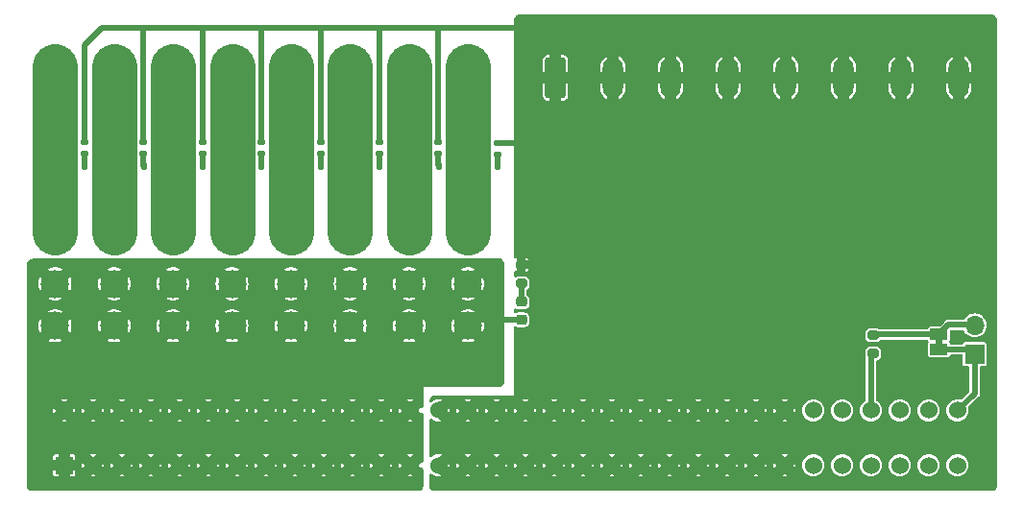
<source format=gbr>
%TF.GenerationSoftware,KiCad,Pcbnew,8.0.0*%
%TF.CreationDate,2024-03-14T00:57:21-04:00*%
%TF.ProjectId,Power_Breakout,506f7765-725f-4427-9265-616b6f75742e,v2*%
%TF.SameCoordinates,Original*%
%TF.FileFunction,Copper,L1,Top*%
%TF.FilePolarity,Positive*%
%FSLAX46Y46*%
G04 Gerber Fmt 4.6, Leading zero omitted, Abs format (unit mm)*
G04 Created by KiCad (PCBNEW 8.0.0) date 2024-03-14 00:57:21*
%MOMM*%
%LPD*%
G01*
G04 APERTURE LIST*
G04 Aperture macros list*
%AMRoundRect*
0 Rectangle with rounded corners*
0 $1 Rounding radius*
0 $2 $3 $4 $5 $6 $7 $8 $9 X,Y pos of 4 corners*
0 Add a 4 corners polygon primitive as box body*
4,1,4,$2,$3,$4,$5,$6,$7,$8,$9,$2,$3,0*
0 Add four circle primitives for the rounded corners*
1,1,$1+$1,$2,$3*
1,1,$1+$1,$4,$5*
1,1,$1+$1,$6,$7*
1,1,$1+$1,$8,$9*
0 Add four rect primitives between the rounded corners*
20,1,$1+$1,$2,$3,$4,$5,0*
20,1,$1+$1,$4,$5,$6,$7,0*
20,1,$1+$1,$6,$7,$8,$9,0*
20,1,$1+$1,$8,$9,$2,$3,0*%
G04 Aperture macros list end*
%TA.AperFunction,EtchedComponent*%
%ADD10C,0.000000*%
%TD*%
%TA.AperFunction,SMDPad,CuDef*%
%ADD11RoundRect,0.135000X-0.185000X0.135000X-0.185000X-0.135000X0.185000X-0.135000X0.185000X0.135000X0*%
%TD*%
%TA.AperFunction,SMDPad,CuDef*%
%ADD12RoundRect,0.147500X-0.147500X-0.172500X0.147500X-0.172500X0.147500X0.172500X-0.147500X0.172500X0*%
%TD*%
%TA.AperFunction,SMDPad,CuDef*%
%ADD13RoundRect,0.200000X0.275000X-0.200000X0.275000X0.200000X-0.275000X0.200000X-0.275000X-0.200000X0*%
%TD*%
%TA.AperFunction,SMDPad,CuDef*%
%ADD14RoundRect,0.200000X-0.275000X0.200000X-0.275000X-0.200000X0.275000X-0.200000X0.275000X0.200000X0*%
%TD*%
%TA.AperFunction,SMDPad,CuDef*%
%ADD15RoundRect,0.218750X0.256250X-0.218750X0.256250X0.218750X-0.256250X0.218750X-0.256250X-0.218750X0*%
%TD*%
%TA.AperFunction,ComponentPad*%
%ADD16R,1.530000X1.530000*%
%TD*%
%TA.AperFunction,ComponentPad*%
%ADD17C,1.530000*%
%TD*%
%TA.AperFunction,ComponentPad*%
%ADD18RoundRect,0.250000X-0.650000X-1.550000X0.650000X-1.550000X0.650000X1.550000X-0.650000X1.550000X0*%
%TD*%
%TA.AperFunction,ComponentPad*%
%ADD19O,1.800000X3.600000*%
%TD*%
%TA.AperFunction,ComponentPad*%
%ADD20C,2.475000*%
%TD*%
%TA.AperFunction,ComponentPad*%
%ADD21R,1.700000X1.700000*%
%TD*%
%TA.AperFunction,ComponentPad*%
%ADD22O,1.700000X1.700000*%
%TD*%
%TA.AperFunction,SMDPad,CuDef*%
%ADD23R,1.500000X1.000000*%
%TD*%
%TA.AperFunction,Conductor*%
%ADD24C,0.500000*%
%TD*%
%TA.AperFunction,Conductor*%
%ADD25C,4.000000*%
%TD*%
G04 APERTURE END LIST*
D10*
%TA.AperFunction,EtchedComponent*%
%TO.C,JP1*%
G36*
X197800000Y-149050000D02*
G01*
X197200000Y-149050000D01*
X197200000Y-148550000D01*
X197800000Y-148550000D01*
X197800000Y-149050000D01*
G37*
%TD.AperFunction*%
%TD*%
D11*
%TO.P,R10,1*%
%TO.N,GND*%
X158640000Y-131250000D03*
%TO.P,R10,2*%
%TO.N,Net-(D9-A)*%
X158640000Y-132270000D03*
%TD*%
%TO.P,R9,1*%
%TO.N,GND*%
X153390000Y-131200000D03*
%TO.P,R9,2*%
%TO.N,Net-(D8-A)*%
X153390000Y-132220000D03*
%TD*%
%TO.P,R8,1*%
%TO.N,GND*%
X148190000Y-131210000D03*
%TO.P,R8,2*%
%TO.N,Net-(D7-A)*%
X148190000Y-132230000D03*
%TD*%
%TO.P,R7,2*%
%TO.N,Net-(D6-A)*%
X142990000Y-132220000D03*
%TO.P,R7,1*%
%TO.N,GND*%
X142990000Y-131200000D03*
%TD*%
%TO.P,R6,1*%
%TO.N,GND*%
X137790000Y-131200000D03*
%TO.P,R6,2*%
%TO.N,Net-(D5-A)*%
X137790000Y-132220000D03*
%TD*%
%TO.P,R5,1*%
%TO.N,GND*%
X132590000Y-131200000D03*
%TO.P,R5,2*%
%TO.N,Net-(D4-A)*%
X132590000Y-132220000D03*
%TD*%
%TO.P,R4,1*%
%TO.N,GND*%
X127390000Y-131200000D03*
%TO.P,R4,2*%
%TO.N,Net-(D3-A)*%
X127390000Y-132220000D03*
%TD*%
%TO.P,R3,1*%
%TO.N,GND*%
X122190000Y-131200000D03*
%TO.P,R3,2*%
%TO.N,Net-(D2-A)*%
X122190000Y-132220000D03*
%TD*%
D12*
%TO.P,D9,1,K*%
%TO.N,PWR8*%
X157645000Y-133250000D03*
%TO.P,D9,2,A*%
%TO.N,Net-(D9-A)*%
X158615000Y-133250000D03*
%TD*%
%TO.P,D8,1,K*%
%TO.N,PWR7*%
X152445000Y-133250000D03*
%TO.P,D8,2,A*%
%TO.N,Net-(D8-A)*%
X153415000Y-133250000D03*
%TD*%
%TO.P,D7,1,K*%
%TO.N,PWR6*%
X147212500Y-133250000D03*
%TO.P,D7,2,A*%
%TO.N,Net-(D7-A)*%
X148182500Y-133250000D03*
%TD*%
%TO.P,D6,1,K*%
%TO.N,PWR5*%
X142040000Y-133250000D03*
%TO.P,D6,2,A*%
%TO.N,Net-(D6-A)*%
X143010000Y-133250000D03*
%TD*%
%TO.P,D5,1,K*%
%TO.N,PWR4*%
X136812500Y-133300000D03*
%TO.P,D5,2,A*%
%TO.N,Net-(D5-A)*%
X137782500Y-133300000D03*
%TD*%
%TO.P,D4,1,K*%
%TO.N,PWR3*%
X131645000Y-133300000D03*
%TO.P,D4,2,A*%
%TO.N,Net-(D4-A)*%
X132615000Y-133300000D03*
%TD*%
%TO.P,D3,1,K*%
%TO.N,PWR2*%
X126445000Y-133300000D03*
%TO.P,D3,2,A*%
%TO.N,Net-(D3-A)*%
X127415000Y-133300000D03*
%TD*%
%TO.P,D2,1,K*%
%TO.N,PWR1*%
X121245000Y-133300000D03*
%TO.P,D2,2,A*%
%TO.N,Net-(D2-A)*%
X122215000Y-133300000D03*
%TD*%
D13*
%TO.P,R2,2*%
%TO.N,Net-(J2-Pin_2)*%
X191700000Y-148175000D03*
%TO.P,R2,1*%
%TO.N,Net-(J1-Pin_36)*%
X191700000Y-149825000D03*
%TD*%
D14*
%TO.P,R1,1*%
%TO.N,GND*%
X160700000Y-141975000D03*
%TO.P,R1,2*%
%TO.N,Net-(D1-A)*%
X160700000Y-143625000D03*
%TD*%
D15*
%TO.P,D1,1,K*%
%TO.N,+12V*%
X160700000Y-146837500D03*
%TO.P,D1,2,A*%
%TO.N,Net-(D1-A)*%
X160700000Y-145262500D03*
%TD*%
D16*
%TO.P,J1,1,Pin_1*%
%TO.N,+12V*%
X120396000Y-159671400D03*
D17*
%TO.P,J1,2,Pin_2*%
X122936000Y-159671400D03*
%TO.P,J1,3,Pin_3*%
X125476000Y-159671400D03*
%TO.P,J1,4,Pin_4*%
X128016000Y-159671400D03*
%TO.P,J1,5,Pin_5*%
X130556000Y-159671400D03*
%TO.P,J1,6,Pin_6*%
X133096000Y-159671400D03*
%TO.P,J1,7,Pin_7*%
X135636000Y-159671400D03*
%TO.P,J1,8,Pin_8*%
X138176000Y-159671400D03*
%TO.P,J1,9,Pin_9*%
X140716000Y-159671400D03*
%TO.P,J1,10,Pin_10*%
X143256000Y-159671400D03*
%TO.P,J1,11,Pin_11*%
X145796000Y-159671400D03*
%TO.P,J1,12,Pin_12*%
X148336000Y-159671400D03*
%TO.P,J1,13,Pin_13*%
X150876000Y-159671400D03*
%TO.P,J1,14,Pin_14*%
%TO.N,GND*%
X153416000Y-159671400D03*
%TO.P,J1,15,Pin_15*%
X155956000Y-159671400D03*
%TO.P,J1,16,Pin_16*%
X158496000Y-159671400D03*
%TO.P,J1,17,Pin_17*%
X161036000Y-159671400D03*
%TO.P,J1,18,Pin_18*%
X163576000Y-159671400D03*
%TO.P,J1,19,Pin_19*%
X166116000Y-159671400D03*
%TO.P,J1,20,Pin_20*%
X168656000Y-159671400D03*
%TO.P,J1,21,Pin_21*%
X171196000Y-159671400D03*
%TO.P,J1,22,Pin_22*%
X173736000Y-159671400D03*
%TO.P,J1,23,Pin_23*%
X176276000Y-159671400D03*
%TO.P,J1,24,Pin_24*%
X178816000Y-159671400D03*
%TO.P,J1,25,Pin_25*%
X181356000Y-159671400D03*
%TO.P,J1,26,Pin_26*%
X183896000Y-159671400D03*
%TO.P,J1,27,Pin_27*%
%TO.N,unconnected-(J1-Pin_27-Pad27)*%
X186436000Y-159671400D03*
%TO.P,J1,28,Pin_28*%
%TO.N,unconnected-(J1-Pin_28-Pad28)*%
X188976000Y-159671400D03*
%TO.P,J1,29,Pin_29*%
%TO.N,unconnected-(J1-Pin_29-Pad29)*%
X191516000Y-159671400D03*
%TO.P,J1,30,Pin_30*%
%TO.N,unconnected-(J1-Pin_30-Pad30)*%
X194056000Y-159671400D03*
%TO.P,J1,31,Pin_31*%
%TO.N,unconnected-(J1-Pin_31-Pad31)*%
X196596000Y-159671400D03*
%TO.P,J1,32,Pin_32*%
%TO.N,unconnected-(J1-Pin_32-Pad32)*%
X199136000Y-159671400D03*
%TO.P,J1,33,Pin_33*%
%TO.N,Net-(J1-Pin_33)*%
X199136000Y-154831400D03*
%TO.P,J1,34,Pin_34*%
%TO.N,unconnected-(J1-Pin_34-Pad34)*%
X196596000Y-154831400D03*
%TO.P,J1,35,Pin_35*%
%TO.N,unconnected-(J1-Pin_35-Pad35)*%
X194056000Y-154831400D03*
%TO.P,J1,36,Pin_36*%
%TO.N,Net-(J1-Pin_36)*%
X191516000Y-154831400D03*
%TO.P,J1,37,Pin_37*%
%TO.N,unconnected-(J1-Pin_37-Pad37)*%
X188976000Y-154831400D03*
%TO.P,J1,38,Pin_38*%
%TO.N,unconnected-(J1-Pin_38-Pad38)*%
X186436000Y-154831400D03*
%TO.P,J1,39,Pin_39*%
%TO.N,GND*%
X183896000Y-154831400D03*
%TO.P,J1,40,Pin_40*%
X181356000Y-154831400D03*
%TO.P,J1,41,Pin_41*%
X178816000Y-154831400D03*
%TO.P,J1,42,Pin_42*%
X176276000Y-154831400D03*
%TO.P,J1,43,Pin_43*%
X173736000Y-154831400D03*
%TO.P,J1,44,Pin_44*%
X171196000Y-154831400D03*
%TO.P,J1,45,Pin_45*%
X168656000Y-154831400D03*
%TO.P,J1,46,Pin_46*%
X166116000Y-154831400D03*
%TO.P,J1,47,Pin_47*%
X163576000Y-154831400D03*
%TO.P,J1,48,Pin_48*%
X161036000Y-154831400D03*
%TO.P,J1,49,Pin_49*%
X158496000Y-154831400D03*
%TO.P,J1,50,Pin_50*%
X155956000Y-154831400D03*
%TO.P,J1,51,Pin_51*%
X153416000Y-154831400D03*
%TO.P,J1,52,Pin_52*%
%TO.N,+12V*%
X150876000Y-154831400D03*
%TO.P,J1,53,Pin_53*%
X148336000Y-154831400D03*
%TO.P,J1,54,Pin_54*%
X145796000Y-154831400D03*
%TO.P,J1,55,Pin_55*%
X143256000Y-154831400D03*
%TO.P,J1,56,Pin_56*%
X140716000Y-154831400D03*
%TO.P,J1,57,Pin_57*%
X138176000Y-154831400D03*
%TO.P,J1,58,Pin_58*%
X135636000Y-154831400D03*
%TO.P,J1,59,Pin_59*%
X133096000Y-154831400D03*
%TO.P,J1,60,Pin_60*%
X130556000Y-154831400D03*
%TO.P,J1,61,Pin_61*%
X128016000Y-154831400D03*
%TO.P,J1,62,Pin_62*%
X125476000Y-154831400D03*
%TO.P,J1,63,Pin_63*%
X122936000Y-154831400D03*
%TO.P,J1,64,Pin_64*%
X120396000Y-154831400D03*
%TD*%
D18*
%TO.P,J4,1,Pin_1*%
%TO.N,GND*%
X163687500Y-125500000D03*
D19*
%TO.P,J4,2,Pin_2*%
X168767500Y-125500000D03*
%TO.P,J4,3,Pin_3*%
X173847500Y-125500000D03*
%TO.P,J4,4,Pin_4*%
X178927500Y-125500000D03*
%TO.P,J4,5,Pin_5*%
X184007500Y-125500000D03*
%TO.P,J4,6,Pin_6*%
X189087500Y-125500000D03*
%TO.P,J4,7,Pin_7*%
X194167500Y-125500000D03*
%TO.P,J4,8,Pin_8*%
X199247500Y-125500000D03*
%TD*%
D20*
%TO.P,F4,1_1,1*%
%TO.N,+12V*%
X135200000Y-147366790D03*
%TO.P,F4,1_2,1*%
X135200000Y-143666790D03*
%TO.P,F4,2_1,2*%
%TO.N,PWR4*%
X135200000Y-139166790D03*
%TO.P,F4,2_2,2*%
X135200000Y-135466790D03*
%TD*%
%TO.P,F2,1_1,1*%
%TO.N,+12V*%
X124800000Y-147366790D03*
%TO.P,F2,1_2,1*%
X124800000Y-143666790D03*
%TO.P,F2,2_1,2*%
%TO.N,PWR2*%
X124800000Y-139166790D03*
%TO.P,F2,2_2,2*%
X124800000Y-135466790D03*
%TD*%
%TO.P,F7,1_1,1*%
%TO.N,+12V*%
X150800000Y-147366790D03*
%TO.P,F7,1_2,1*%
X150800000Y-143666790D03*
%TO.P,F7,2_1,2*%
%TO.N,PWR7*%
X150800000Y-139166790D03*
%TO.P,F7,2_2,2*%
X150800000Y-135466790D03*
%TD*%
D19*
%TO.P,J3,8,Pin_8*%
%TO.N,PWR8*%
X155710000Y-125500000D03*
%TO.P,J3,7,Pin_7*%
%TO.N,PWR7*%
X150630000Y-125500000D03*
%TO.P,J3,6,Pin_6*%
%TO.N,PWR6*%
X145550000Y-125500000D03*
%TO.P,J3,5,Pin_5*%
%TO.N,PWR5*%
X140470000Y-125500000D03*
%TO.P,J3,4,Pin_4*%
%TO.N,PWR4*%
X135390000Y-125500000D03*
%TO.P,J3,3,Pin_3*%
%TO.N,PWR3*%
X130310000Y-125500000D03*
%TO.P,J3,2,Pin_2*%
%TO.N,PWR2*%
X125230000Y-125500000D03*
D18*
%TO.P,J3,1,Pin_1*%
%TO.N,PWR1*%
X120150000Y-125500000D03*
%TD*%
D20*
%TO.P,F5,1_1,1*%
%TO.N,+12V*%
X140400000Y-147366790D03*
%TO.P,F5,1_2,1*%
X140400000Y-143666790D03*
%TO.P,F5,2_1,2*%
%TO.N,PWR5*%
X140400000Y-139166790D03*
%TO.P,F5,2_2,2*%
X140400000Y-135466790D03*
%TD*%
%TO.P,F6,1_1,1*%
%TO.N,+12V*%
X145600000Y-147366790D03*
%TO.P,F6,1_2,1*%
X145600000Y-143666790D03*
%TO.P,F6,2_1,2*%
%TO.N,PWR6*%
X145600000Y-139166790D03*
%TO.P,F6,2_2,2*%
X145600000Y-135466790D03*
%TD*%
%TO.P,F1,1_1,1*%
%TO.N,+12V*%
X119600000Y-147366790D03*
%TO.P,F1,1_2,1*%
X119600000Y-143666790D03*
%TO.P,F1,2_1,2*%
%TO.N,PWR1*%
X119600000Y-139166790D03*
%TO.P,F1,2_2,2*%
X119600000Y-135466790D03*
%TD*%
%TO.P,F8,1_1,1*%
%TO.N,+12V*%
X156000000Y-147366790D03*
%TO.P,F8,1_2,1*%
X156000000Y-143666790D03*
%TO.P,F8,2_1,2*%
%TO.N,PWR8*%
X156000000Y-139166790D03*
%TO.P,F8,2_2,2*%
X156000000Y-135466790D03*
%TD*%
D21*
%TO.P,J2,1,Pin_1*%
%TO.N,Net-(J1-Pin_33)*%
X200650000Y-149875000D03*
D22*
%TO.P,J2,2,Pin_2*%
%TO.N,Net-(J2-Pin_2)*%
X200650000Y-147335000D03*
%TD*%
D20*
%TO.P,F3,1_1,1*%
%TO.N,+12V*%
X130000000Y-147366790D03*
%TO.P,F3,1_2,1*%
X130000000Y-143666790D03*
%TO.P,F3,2_1,2*%
%TO.N,PWR3*%
X130000000Y-139166790D03*
%TO.P,F3,2_2,2*%
X130000000Y-135466790D03*
%TD*%
D23*
%TO.P,JP1,1,A*%
%TO.N,Net-(J1-Pin_33)*%
X197500000Y-149450000D03*
%TO.P,JP1,2,B*%
%TO.N,Net-(J2-Pin_2)*%
X197500000Y-148150000D03*
%TD*%
D24*
%TO.N,GND*%
X132590000Y-121190000D02*
X132500000Y-121100000D01*
X132590000Y-131200000D02*
X132590000Y-121190000D01*
X132500000Y-121100000D02*
X137700000Y-121100000D01*
X127400000Y-121100000D02*
X132500000Y-121100000D01*
X127390000Y-131200000D02*
X127390000Y-121110000D01*
X123700000Y-121100000D02*
X127400000Y-121100000D01*
X127390000Y-121110000D02*
X127400000Y-121100000D01*
X137790000Y-121190000D02*
X137700000Y-121100000D01*
X137790000Y-131200000D02*
X137790000Y-121190000D01*
X137700000Y-121100000D02*
X143000000Y-121100000D01*
X142990000Y-121110000D02*
X143000000Y-121100000D01*
X142990000Y-131200000D02*
X142990000Y-121110000D01*
X143000000Y-121100000D02*
X148200000Y-121100000D01*
X148190000Y-121110000D02*
X148200000Y-121100000D01*
X148190000Y-131210000D02*
X148190000Y-121110000D01*
X148200000Y-121100000D02*
X153400000Y-121100000D01*
X153390000Y-121110000D02*
X153400000Y-121100000D01*
X153390000Y-131200000D02*
X153390000Y-121110000D01*
X153400000Y-121100000D02*
X161400000Y-121100000D01*
X158650000Y-131240000D02*
X158640000Y-131250000D01*
X162860000Y-131240000D02*
X158650000Y-131240000D01*
X163687500Y-130412500D02*
X162860000Y-131240000D01*
X163687500Y-123387500D02*
X163687500Y-130412500D01*
X122200000Y-122600000D02*
X123700000Y-121100000D01*
X122200000Y-131190000D02*
X122200000Y-122600000D01*
X161400000Y-121100000D02*
X163687500Y-123387500D01*
X122190000Y-131200000D02*
X122200000Y-131190000D01*
%TO.N,Net-(D8-A)*%
X153390000Y-133225000D02*
X153415000Y-133250000D01*
X153390000Y-132220000D02*
X153390000Y-133225000D01*
%TO.N,Net-(D3-A)*%
X127390000Y-132220000D02*
X127390000Y-133275000D01*
%TO.N,GND*%
X127390000Y-131200000D02*
X127400000Y-131190000D01*
X142990000Y-131200000D02*
X143000000Y-131190000D01*
%TO.N,Net-(D6-A)*%
X143010000Y-133250000D02*
X143010000Y-132240000D01*
%TO.N,GND*%
X153390000Y-131200000D02*
X153260000Y-131070000D01*
X132590000Y-131200000D02*
X132600000Y-131190000D01*
%TO.N,Net-(D5-A)*%
X137790000Y-132220000D02*
X137790000Y-133292500D01*
%TO.N,Net-(D3-A)*%
X127390000Y-133275000D02*
X127415000Y-133300000D01*
%TO.N,Net-(D2-A)*%
X122190000Y-133275000D02*
X122215000Y-133300000D01*
%TO.N,Net-(D4-A)*%
X132590000Y-132220000D02*
X132590000Y-133275000D01*
%TO.N,Net-(D2-A)*%
X122190000Y-132220000D02*
X122190000Y-133275000D01*
%TO.N,Net-(D9-A)*%
X158615000Y-132295000D02*
X158640000Y-132270000D01*
X158615000Y-133250000D02*
X158615000Y-132295000D01*
%TO.N,Net-(D6-A)*%
X143010000Y-132240000D02*
X142990000Y-132220000D01*
%TO.N,GND*%
X148190000Y-131210000D02*
X148180000Y-131200000D01*
%TO.N,Net-(D5-A)*%
X137790000Y-133292500D02*
X137782500Y-133300000D01*
%TO.N,Net-(D7-A)*%
X148190000Y-133242500D02*
X148190000Y-132230000D01*
%TO.N,Net-(D4-A)*%
X132590000Y-133275000D02*
X132615000Y-133300000D01*
%TO.N,GND*%
X137790000Y-131200000D02*
X137840000Y-131150000D01*
%TO.N,Net-(D7-A)*%
X148182500Y-133250000D02*
X148190000Y-133242500D01*
D25*
%TO.N,PWR2*%
X124800000Y-139166790D02*
X124800000Y-124500000D01*
%TO.N,PWR1*%
X119600000Y-139166790D02*
X119600000Y-124500000D01*
%TO.N,PWR6*%
X145600000Y-139166790D02*
X145600000Y-124500000D01*
%TO.N,PWR5*%
X140400000Y-139166790D02*
X140400000Y-124500000D01*
%TO.N,PWR3*%
X130000000Y-139166790D02*
X130000000Y-124500000D01*
%TO.N,PWR4*%
X135200000Y-139166790D02*
X135200000Y-124500000D01*
%TO.N,PWR7*%
X150800000Y-139166790D02*
X150800000Y-124500000D01*
%TO.N,PWR8*%
X156000000Y-139166790D02*
X155990000Y-124500000D01*
D24*
%TO.N,Net-(D1-A)*%
X160700000Y-143625000D02*
X160700000Y-145262500D01*
%TO.N,+12V*%
X160687500Y-146850000D02*
X156083580Y-146850000D01*
X156083580Y-146850000D02*
X156050000Y-146883580D01*
X160700000Y-146837500D02*
X160687500Y-146850000D01*
%TO.N,Net-(J1-Pin_36)*%
X191516000Y-150009000D02*
X191700000Y-149825000D01*
X191516000Y-154831400D02*
X191516000Y-150009000D01*
%TO.N,Net-(J1-Pin_33)*%
X200650000Y-153317400D02*
X199136000Y-154831400D01*
X197500000Y-149450000D02*
X200225000Y-149450000D01*
X200225000Y-149450000D02*
X200650000Y-149875000D01*
X200650000Y-149875000D02*
X200650000Y-153317400D01*
%TO.N,Net-(J2-Pin_2)*%
X198350000Y-147300000D02*
X200615000Y-147300000D01*
X200615000Y-147300000D02*
X200650000Y-147335000D01*
X191700000Y-148250000D02*
X191800000Y-148150000D01*
X191800000Y-148150000D02*
X197500000Y-148150000D01*
X197500000Y-148150000D02*
X198350000Y-147300000D01*
%TD*%
%TA.AperFunction,Conductor*%
%TO.N,GND*%
G36*
X202288795Y-119935091D02*
G01*
X202350472Y-119960638D01*
X202378960Y-119977085D01*
X202456193Y-120036349D01*
X202479450Y-120059606D01*
X202538714Y-120136839D01*
X202555160Y-120165325D01*
X202580708Y-120227002D01*
X202590300Y-120275221D01*
X202590300Y-161600577D01*
X202580709Y-161648795D01*
X202555161Y-161710473D01*
X202538714Y-161738960D01*
X202479450Y-161816193D01*
X202456193Y-161839450D01*
X202378960Y-161898714D01*
X202350474Y-161915160D01*
X202288797Y-161940708D01*
X202240578Y-161950300D01*
X152975222Y-161950300D01*
X152927004Y-161940709D01*
X152865326Y-161915161D01*
X152836839Y-161898714D01*
X152759606Y-161839450D01*
X152736349Y-161816193D01*
X152677085Y-161738960D01*
X152660638Y-161710473D01*
X152623384Y-161620534D01*
X152614871Y-161588761D01*
X152601078Y-161483987D01*
X152600000Y-161467542D01*
X152600000Y-160526845D01*
X152620002Y-160458724D01*
X152673658Y-160412231D01*
X152743932Y-160402127D01*
X152805933Y-160429445D01*
X152872817Y-160484335D01*
X153041844Y-160574682D01*
X153041849Y-160574684D01*
X153225265Y-160630323D01*
X153415997Y-160649108D01*
X153416003Y-160649108D01*
X153606733Y-160630323D01*
X153606744Y-160630321D01*
X153653599Y-160616107D01*
X155718399Y-160616107D01*
X155765255Y-160630321D01*
X155765266Y-160630323D01*
X155955997Y-160649108D01*
X155956003Y-160649108D01*
X156146733Y-160630323D01*
X156146744Y-160630321D01*
X156193599Y-160616107D01*
X158258399Y-160616107D01*
X158305255Y-160630321D01*
X158305266Y-160630323D01*
X158495997Y-160649108D01*
X158496003Y-160649108D01*
X158686733Y-160630323D01*
X158686744Y-160630321D01*
X158733599Y-160616107D01*
X160798399Y-160616107D01*
X160845255Y-160630321D01*
X160845266Y-160630323D01*
X161035997Y-160649108D01*
X161036003Y-160649108D01*
X161226733Y-160630323D01*
X161226744Y-160630321D01*
X161273599Y-160616107D01*
X163338399Y-160616107D01*
X163385255Y-160630321D01*
X163385266Y-160630323D01*
X163575997Y-160649108D01*
X163576003Y-160649108D01*
X163766733Y-160630323D01*
X163766744Y-160630321D01*
X163813599Y-160616107D01*
X165878399Y-160616107D01*
X165925255Y-160630321D01*
X165925266Y-160630323D01*
X166115997Y-160649108D01*
X166116003Y-160649108D01*
X166306733Y-160630323D01*
X166306744Y-160630321D01*
X166353599Y-160616107D01*
X168418398Y-160616107D01*
X168465255Y-160630321D01*
X168465266Y-160630323D01*
X168655997Y-160649108D01*
X168656003Y-160649108D01*
X168846733Y-160630323D01*
X168846744Y-160630321D01*
X168893599Y-160616107D01*
X170958399Y-160616107D01*
X171005255Y-160630321D01*
X171005266Y-160630323D01*
X171195997Y-160649108D01*
X171196003Y-160649108D01*
X171386733Y-160630323D01*
X171386744Y-160630321D01*
X171433599Y-160616107D01*
X173498398Y-160616107D01*
X173545255Y-160630321D01*
X173545266Y-160630323D01*
X173735997Y-160649108D01*
X173736003Y-160649108D01*
X173926733Y-160630323D01*
X173926744Y-160630321D01*
X173973599Y-160616107D01*
X176038399Y-160616107D01*
X176085255Y-160630321D01*
X176085266Y-160630323D01*
X176275997Y-160649108D01*
X176276003Y-160649108D01*
X176466733Y-160630323D01*
X176466744Y-160630321D01*
X176513599Y-160616107D01*
X178578399Y-160616107D01*
X178625255Y-160630321D01*
X178625266Y-160630323D01*
X178815997Y-160649108D01*
X178816003Y-160649108D01*
X179006733Y-160630323D01*
X179006744Y-160630321D01*
X179053599Y-160616107D01*
X181118399Y-160616107D01*
X181165255Y-160630321D01*
X181165266Y-160630323D01*
X181355997Y-160649108D01*
X181356003Y-160649108D01*
X181546733Y-160630323D01*
X181546744Y-160630321D01*
X181593599Y-160616107D01*
X183658399Y-160616107D01*
X183705255Y-160630321D01*
X183705266Y-160630323D01*
X183895997Y-160649108D01*
X183896003Y-160649108D01*
X184086733Y-160630323D01*
X184086744Y-160630321D01*
X184133599Y-160616107D01*
X184133600Y-160616106D01*
X183896001Y-160378507D01*
X183896000Y-160378507D01*
X183658399Y-160616107D01*
X181593599Y-160616107D01*
X181593600Y-160616106D01*
X181356001Y-160378507D01*
X181356000Y-160378507D01*
X181118399Y-160616107D01*
X179053599Y-160616107D01*
X179053600Y-160616106D01*
X178816001Y-160378507D01*
X178816000Y-160378507D01*
X178578399Y-160616107D01*
X176513599Y-160616107D01*
X176513600Y-160616106D01*
X176276001Y-160378507D01*
X176276000Y-160378507D01*
X176038399Y-160616107D01*
X173973599Y-160616107D01*
X173973600Y-160616106D01*
X173736001Y-160378507D01*
X173736000Y-160378507D01*
X173498398Y-160616107D01*
X171433599Y-160616107D01*
X171433600Y-160616106D01*
X171196001Y-160378507D01*
X171196000Y-160378507D01*
X170958399Y-160616107D01*
X168893599Y-160616107D01*
X168893600Y-160616106D01*
X168656001Y-160378507D01*
X168656000Y-160378507D01*
X168418398Y-160616107D01*
X166353599Y-160616107D01*
X166353600Y-160616106D01*
X166116001Y-160378507D01*
X166116000Y-160378507D01*
X165878399Y-160616107D01*
X163813599Y-160616107D01*
X163813600Y-160616106D01*
X163576001Y-160378507D01*
X163576000Y-160378507D01*
X163338399Y-160616107D01*
X161273599Y-160616107D01*
X161273600Y-160616106D01*
X161036001Y-160378507D01*
X161036000Y-160378507D01*
X160798399Y-160616107D01*
X158733599Y-160616107D01*
X158733600Y-160616106D01*
X158496001Y-160378507D01*
X158496000Y-160378507D01*
X158258399Y-160616107D01*
X156193599Y-160616107D01*
X156193600Y-160616106D01*
X155956001Y-160378507D01*
X155956000Y-160378507D01*
X155718399Y-160616107D01*
X153653599Y-160616107D01*
X153136311Y-160098819D01*
X153219147Y-160146645D01*
X153348857Y-160181400D01*
X153483143Y-160181400D01*
X153612853Y-160146645D01*
X153729147Y-160079502D01*
X153824102Y-159984547D01*
X153891245Y-159868253D01*
X153926000Y-159738543D01*
X153926000Y-159671401D01*
X154123107Y-159671401D01*
X154360706Y-159909000D01*
X154360707Y-159908999D01*
X154374921Y-159862144D01*
X154374923Y-159862133D01*
X154393708Y-159671403D01*
X154978292Y-159671403D01*
X154997076Y-159862137D01*
X155011292Y-159908999D01*
X155181749Y-159738543D01*
X155446000Y-159738543D01*
X155480755Y-159868253D01*
X155547898Y-159984547D01*
X155642853Y-160079502D01*
X155759147Y-160146645D01*
X155888857Y-160181400D01*
X156023143Y-160181400D01*
X156152853Y-160146645D01*
X156269147Y-160079502D01*
X156364102Y-159984547D01*
X156431245Y-159868253D01*
X156466000Y-159738543D01*
X156466000Y-159671401D01*
X156663107Y-159671401D01*
X156900706Y-159909000D01*
X156900707Y-159908999D01*
X156914921Y-159862144D01*
X156914923Y-159862133D01*
X156933708Y-159671403D01*
X157518292Y-159671403D01*
X157537076Y-159862137D01*
X157551292Y-159908999D01*
X157721749Y-159738543D01*
X157986000Y-159738543D01*
X158020755Y-159868253D01*
X158087898Y-159984547D01*
X158182853Y-160079502D01*
X158299147Y-160146645D01*
X158428857Y-160181400D01*
X158563143Y-160181400D01*
X158692853Y-160146645D01*
X158809147Y-160079502D01*
X158904102Y-159984547D01*
X158971245Y-159868253D01*
X159006000Y-159738543D01*
X159006000Y-159671401D01*
X159203107Y-159671401D01*
X159440706Y-159909000D01*
X159440707Y-159908999D01*
X159454921Y-159862144D01*
X159454923Y-159862133D01*
X159473708Y-159671403D01*
X160058292Y-159671403D01*
X160077076Y-159862137D01*
X160091292Y-159908999D01*
X160261749Y-159738543D01*
X160526000Y-159738543D01*
X160560755Y-159868253D01*
X160627898Y-159984547D01*
X160722853Y-160079502D01*
X160839147Y-160146645D01*
X160968857Y-160181400D01*
X161103143Y-160181400D01*
X161232853Y-160146645D01*
X161349147Y-160079502D01*
X161444102Y-159984547D01*
X161511245Y-159868253D01*
X161546000Y-159738543D01*
X161546000Y-159671401D01*
X161743107Y-159671401D01*
X161980706Y-159909000D01*
X161980707Y-159908999D01*
X161994921Y-159862144D01*
X161994923Y-159862133D01*
X162013708Y-159671403D01*
X162598292Y-159671403D01*
X162617076Y-159862137D01*
X162631292Y-159908999D01*
X162801749Y-159738543D01*
X163066000Y-159738543D01*
X163100755Y-159868253D01*
X163167898Y-159984547D01*
X163262853Y-160079502D01*
X163379147Y-160146645D01*
X163508857Y-160181400D01*
X163643143Y-160181400D01*
X163772853Y-160146645D01*
X163889147Y-160079502D01*
X163984102Y-159984547D01*
X164051245Y-159868253D01*
X164086000Y-159738543D01*
X164086000Y-159671401D01*
X164283107Y-159671401D01*
X164520706Y-159909000D01*
X164520707Y-159908999D01*
X164534921Y-159862144D01*
X164534923Y-159862133D01*
X164553708Y-159671403D01*
X165138292Y-159671403D01*
X165157076Y-159862137D01*
X165171292Y-159908999D01*
X165341749Y-159738543D01*
X165606000Y-159738543D01*
X165640755Y-159868253D01*
X165707898Y-159984547D01*
X165802853Y-160079502D01*
X165919147Y-160146645D01*
X166048857Y-160181400D01*
X166183143Y-160181400D01*
X166312853Y-160146645D01*
X166429147Y-160079502D01*
X166524102Y-159984547D01*
X166591245Y-159868253D01*
X166626000Y-159738543D01*
X166626000Y-159671401D01*
X166823107Y-159671401D01*
X167060706Y-159909000D01*
X167060707Y-159908999D01*
X167074921Y-159862144D01*
X167074923Y-159862133D01*
X167093708Y-159671403D01*
X167678292Y-159671403D01*
X167697076Y-159862137D01*
X167711292Y-159908999D01*
X167881749Y-159738543D01*
X168146000Y-159738543D01*
X168180755Y-159868253D01*
X168247898Y-159984547D01*
X168342853Y-160079502D01*
X168459147Y-160146645D01*
X168588857Y-160181400D01*
X168723143Y-160181400D01*
X168852853Y-160146645D01*
X168969147Y-160079502D01*
X169064102Y-159984547D01*
X169131245Y-159868253D01*
X169166000Y-159738543D01*
X169166000Y-159671401D01*
X169363107Y-159671401D01*
X169600706Y-159909000D01*
X169600707Y-159908999D01*
X169614921Y-159862144D01*
X169614923Y-159862133D01*
X169633708Y-159671403D01*
X170218292Y-159671403D01*
X170237076Y-159862137D01*
X170251292Y-159908999D01*
X170421749Y-159738543D01*
X170686000Y-159738543D01*
X170720755Y-159868253D01*
X170787898Y-159984547D01*
X170882853Y-160079502D01*
X170999147Y-160146645D01*
X171128857Y-160181400D01*
X171263143Y-160181400D01*
X171392853Y-160146645D01*
X171509147Y-160079502D01*
X171604102Y-159984547D01*
X171671245Y-159868253D01*
X171706000Y-159738543D01*
X171706000Y-159671401D01*
X171903107Y-159671401D01*
X172140706Y-159909000D01*
X172140707Y-159908999D01*
X172154921Y-159862144D01*
X172154923Y-159862133D01*
X172173708Y-159671403D01*
X172758292Y-159671403D01*
X172777076Y-159862137D01*
X172791292Y-159908999D01*
X172961749Y-159738543D01*
X173226000Y-159738543D01*
X173260755Y-159868253D01*
X173327898Y-159984547D01*
X173422853Y-160079502D01*
X173539147Y-160146645D01*
X173668857Y-160181400D01*
X173803143Y-160181400D01*
X173932853Y-160146645D01*
X174049147Y-160079502D01*
X174144102Y-159984547D01*
X174211245Y-159868253D01*
X174246000Y-159738543D01*
X174246000Y-159671401D01*
X174443107Y-159671401D01*
X174680706Y-159909000D01*
X174680707Y-159908999D01*
X174694921Y-159862144D01*
X174694923Y-159862133D01*
X174713708Y-159671403D01*
X175298292Y-159671403D01*
X175317076Y-159862137D01*
X175331292Y-159908999D01*
X175501749Y-159738543D01*
X175766000Y-159738543D01*
X175800755Y-159868253D01*
X175867898Y-159984547D01*
X175962853Y-160079502D01*
X176079147Y-160146645D01*
X176208857Y-160181400D01*
X176343143Y-160181400D01*
X176472853Y-160146645D01*
X176589147Y-160079502D01*
X176684102Y-159984547D01*
X176751245Y-159868253D01*
X176786000Y-159738543D01*
X176786000Y-159671401D01*
X176983107Y-159671401D01*
X177220706Y-159909000D01*
X177220707Y-159908999D01*
X177234921Y-159862144D01*
X177234923Y-159862133D01*
X177253708Y-159671403D01*
X177838292Y-159671403D01*
X177857076Y-159862137D01*
X177871292Y-159908999D01*
X178041749Y-159738543D01*
X178306000Y-159738543D01*
X178340755Y-159868253D01*
X178407898Y-159984547D01*
X178502853Y-160079502D01*
X178619147Y-160146645D01*
X178748857Y-160181400D01*
X178883143Y-160181400D01*
X179012853Y-160146645D01*
X179129147Y-160079502D01*
X179224102Y-159984547D01*
X179291245Y-159868253D01*
X179326000Y-159738543D01*
X179326000Y-159671401D01*
X179523107Y-159671401D01*
X179760706Y-159909000D01*
X179760707Y-159908999D01*
X179774921Y-159862144D01*
X179774923Y-159862133D01*
X179793708Y-159671403D01*
X180378292Y-159671403D01*
X180397076Y-159862137D01*
X180411292Y-159908999D01*
X180581749Y-159738543D01*
X180846000Y-159738543D01*
X180880755Y-159868253D01*
X180947898Y-159984547D01*
X181042853Y-160079502D01*
X181159147Y-160146645D01*
X181288857Y-160181400D01*
X181423143Y-160181400D01*
X181552853Y-160146645D01*
X181669147Y-160079502D01*
X181764102Y-159984547D01*
X181831245Y-159868253D01*
X181866000Y-159738543D01*
X181866000Y-159671401D01*
X182063107Y-159671401D01*
X182300706Y-159909000D01*
X182300707Y-159908999D01*
X182314921Y-159862144D01*
X182314923Y-159862133D01*
X182333708Y-159671403D01*
X182918292Y-159671403D01*
X182937076Y-159862137D01*
X182951292Y-159908999D01*
X183121749Y-159738543D01*
X183386000Y-159738543D01*
X183420755Y-159868253D01*
X183487898Y-159984547D01*
X183582853Y-160079502D01*
X183699147Y-160146645D01*
X183828857Y-160181400D01*
X183963143Y-160181400D01*
X184092853Y-160146645D01*
X184209147Y-160079502D01*
X184304102Y-159984547D01*
X184371245Y-159868253D01*
X184406000Y-159738543D01*
X184406000Y-159671401D01*
X184603107Y-159671401D01*
X184840706Y-159909000D01*
X184840707Y-159908999D01*
X184854921Y-159862144D01*
X184854923Y-159862133D01*
X184873708Y-159671403D01*
X184873708Y-159671402D01*
X185465828Y-159671402D01*
X185484468Y-159860664D01*
X185484469Y-159860670D01*
X185484470Y-159860671D01*
X185539678Y-160042669D01*
X185629331Y-160210399D01*
X185749985Y-160357415D01*
X185897001Y-160478069D01*
X186064731Y-160567722D01*
X186246729Y-160622930D01*
X186246733Y-160622930D01*
X186246735Y-160622931D01*
X186435997Y-160641572D01*
X186436000Y-160641572D01*
X186436003Y-160641572D01*
X186625264Y-160622931D01*
X186625265Y-160622930D01*
X186625271Y-160622930D01*
X186807269Y-160567722D01*
X186974999Y-160478069D01*
X187122015Y-160357415D01*
X187242669Y-160210399D01*
X187332322Y-160042669D01*
X187387530Y-159860671D01*
X187394973Y-159785108D01*
X187406172Y-159671402D01*
X188005828Y-159671402D01*
X188024468Y-159860664D01*
X188024469Y-159860670D01*
X188024470Y-159860671D01*
X188079678Y-160042669D01*
X188169331Y-160210399D01*
X188289985Y-160357415D01*
X188437001Y-160478069D01*
X188604731Y-160567722D01*
X188786729Y-160622930D01*
X188786733Y-160622930D01*
X188786735Y-160622931D01*
X188975997Y-160641572D01*
X188976000Y-160641572D01*
X188976003Y-160641572D01*
X189165264Y-160622931D01*
X189165265Y-160622930D01*
X189165271Y-160622930D01*
X189347269Y-160567722D01*
X189514999Y-160478069D01*
X189662015Y-160357415D01*
X189782669Y-160210399D01*
X189872322Y-160042669D01*
X189927530Y-159860671D01*
X189934973Y-159785108D01*
X189946172Y-159671402D01*
X190545828Y-159671402D01*
X190564468Y-159860664D01*
X190564469Y-159860670D01*
X190564470Y-159860671D01*
X190619678Y-160042669D01*
X190709331Y-160210399D01*
X190829985Y-160357415D01*
X190977001Y-160478069D01*
X191144731Y-160567722D01*
X191326729Y-160622930D01*
X191326733Y-160622930D01*
X191326735Y-160622931D01*
X191515997Y-160641572D01*
X191516000Y-160641572D01*
X191516003Y-160641572D01*
X191705264Y-160622931D01*
X191705265Y-160622930D01*
X191705271Y-160622930D01*
X191887269Y-160567722D01*
X192054999Y-160478069D01*
X192202015Y-160357415D01*
X192322669Y-160210399D01*
X192412322Y-160042669D01*
X192467530Y-159860671D01*
X192474973Y-159785108D01*
X192486172Y-159671402D01*
X193085828Y-159671402D01*
X193104468Y-159860664D01*
X193104469Y-159860670D01*
X193104470Y-159860671D01*
X193159678Y-160042669D01*
X193249331Y-160210399D01*
X193369985Y-160357415D01*
X193517001Y-160478069D01*
X193684731Y-160567722D01*
X193866729Y-160622930D01*
X193866733Y-160622930D01*
X193866735Y-160622931D01*
X194055997Y-160641572D01*
X194056000Y-160641572D01*
X194056003Y-160641572D01*
X194245264Y-160622931D01*
X194245265Y-160622930D01*
X194245271Y-160622930D01*
X194427269Y-160567722D01*
X194594999Y-160478069D01*
X194742015Y-160357415D01*
X194862669Y-160210399D01*
X194952322Y-160042669D01*
X195007530Y-159860671D01*
X195014973Y-159785108D01*
X195026172Y-159671402D01*
X195625828Y-159671402D01*
X195644468Y-159860664D01*
X195644469Y-159860670D01*
X195644470Y-159860671D01*
X195699678Y-160042669D01*
X195789331Y-160210399D01*
X195909985Y-160357415D01*
X196057001Y-160478069D01*
X196224731Y-160567722D01*
X196406729Y-160622930D01*
X196406733Y-160622930D01*
X196406735Y-160622931D01*
X196595997Y-160641572D01*
X196596000Y-160641572D01*
X196596003Y-160641572D01*
X196785264Y-160622931D01*
X196785265Y-160622930D01*
X196785271Y-160622930D01*
X196967269Y-160567722D01*
X197134999Y-160478069D01*
X197282015Y-160357415D01*
X197402669Y-160210399D01*
X197492322Y-160042669D01*
X197547530Y-159860671D01*
X197554973Y-159785108D01*
X197566172Y-159671402D01*
X198165828Y-159671402D01*
X198184468Y-159860664D01*
X198184469Y-159860670D01*
X198184470Y-159860671D01*
X198239678Y-160042669D01*
X198329331Y-160210399D01*
X198449985Y-160357415D01*
X198597001Y-160478069D01*
X198764731Y-160567722D01*
X198946729Y-160622930D01*
X198946733Y-160622930D01*
X198946735Y-160622931D01*
X199135997Y-160641572D01*
X199136000Y-160641572D01*
X199136003Y-160641572D01*
X199325264Y-160622931D01*
X199325265Y-160622930D01*
X199325271Y-160622930D01*
X199507269Y-160567722D01*
X199674999Y-160478069D01*
X199822015Y-160357415D01*
X199942669Y-160210399D01*
X200032322Y-160042669D01*
X200087530Y-159860671D01*
X200094973Y-159785108D01*
X200106172Y-159671402D01*
X200106172Y-159671397D01*
X200087531Y-159482135D01*
X200087530Y-159482133D01*
X200087530Y-159482129D01*
X200032322Y-159300131D01*
X199942669Y-159132401D01*
X199822015Y-158985385D01*
X199674999Y-158864731D01*
X199507269Y-158775078D01*
X199325271Y-158719870D01*
X199325270Y-158719869D01*
X199325264Y-158719868D01*
X199136003Y-158701228D01*
X199135997Y-158701228D01*
X198946735Y-158719868D01*
X198764730Y-158775078D01*
X198597000Y-158864731D01*
X198449985Y-158985385D01*
X198329331Y-159132400D01*
X198239678Y-159300130D01*
X198184468Y-159482135D01*
X198165828Y-159671397D01*
X198165828Y-159671402D01*
X197566172Y-159671402D01*
X197566172Y-159671397D01*
X197547531Y-159482135D01*
X197547530Y-159482133D01*
X197547530Y-159482129D01*
X197492322Y-159300131D01*
X197402669Y-159132401D01*
X197282015Y-158985385D01*
X197134999Y-158864731D01*
X196967269Y-158775078D01*
X196785271Y-158719870D01*
X196785270Y-158719869D01*
X196785264Y-158719868D01*
X196596003Y-158701228D01*
X196595997Y-158701228D01*
X196406735Y-158719868D01*
X196224730Y-158775078D01*
X196057000Y-158864731D01*
X195909985Y-158985385D01*
X195789331Y-159132400D01*
X195699678Y-159300130D01*
X195644468Y-159482135D01*
X195625828Y-159671397D01*
X195625828Y-159671402D01*
X195026172Y-159671402D01*
X195026172Y-159671397D01*
X195007531Y-159482135D01*
X195007530Y-159482133D01*
X195007530Y-159482129D01*
X194952322Y-159300131D01*
X194862669Y-159132401D01*
X194742015Y-158985385D01*
X194594999Y-158864731D01*
X194427269Y-158775078D01*
X194245271Y-158719870D01*
X194245270Y-158719869D01*
X194245264Y-158719868D01*
X194056003Y-158701228D01*
X194055997Y-158701228D01*
X193866735Y-158719868D01*
X193684730Y-158775078D01*
X193517000Y-158864731D01*
X193369985Y-158985385D01*
X193249331Y-159132400D01*
X193159678Y-159300130D01*
X193104468Y-159482135D01*
X193085828Y-159671397D01*
X193085828Y-159671402D01*
X192486172Y-159671402D01*
X192486172Y-159671397D01*
X192467531Y-159482135D01*
X192467530Y-159482133D01*
X192467530Y-159482129D01*
X192412322Y-159300131D01*
X192322669Y-159132401D01*
X192202015Y-158985385D01*
X192054999Y-158864731D01*
X191887269Y-158775078D01*
X191705271Y-158719870D01*
X191705270Y-158719869D01*
X191705264Y-158719868D01*
X191516003Y-158701228D01*
X191515997Y-158701228D01*
X191326735Y-158719868D01*
X191144730Y-158775078D01*
X190977000Y-158864731D01*
X190829985Y-158985385D01*
X190709331Y-159132400D01*
X190619678Y-159300130D01*
X190564468Y-159482135D01*
X190545828Y-159671397D01*
X190545828Y-159671402D01*
X189946172Y-159671402D01*
X189946172Y-159671397D01*
X189927531Y-159482135D01*
X189927530Y-159482133D01*
X189927530Y-159482129D01*
X189872322Y-159300131D01*
X189782669Y-159132401D01*
X189662015Y-158985385D01*
X189514999Y-158864731D01*
X189347269Y-158775078D01*
X189165271Y-158719870D01*
X189165270Y-158719869D01*
X189165264Y-158719868D01*
X188976003Y-158701228D01*
X188975997Y-158701228D01*
X188786735Y-158719868D01*
X188604730Y-158775078D01*
X188437000Y-158864731D01*
X188289985Y-158985385D01*
X188169331Y-159132400D01*
X188079678Y-159300130D01*
X188024468Y-159482135D01*
X188005828Y-159671397D01*
X188005828Y-159671402D01*
X187406172Y-159671402D01*
X187406172Y-159671397D01*
X187387531Y-159482135D01*
X187387530Y-159482133D01*
X187387530Y-159482129D01*
X187332322Y-159300131D01*
X187242669Y-159132401D01*
X187122015Y-158985385D01*
X186974999Y-158864731D01*
X186807269Y-158775078D01*
X186625271Y-158719870D01*
X186625270Y-158719869D01*
X186625264Y-158719868D01*
X186436003Y-158701228D01*
X186435997Y-158701228D01*
X186246735Y-158719868D01*
X186064730Y-158775078D01*
X185897000Y-158864731D01*
X185749985Y-158985385D01*
X185629331Y-159132400D01*
X185539678Y-159300130D01*
X185484468Y-159482135D01*
X185465828Y-159671397D01*
X185465828Y-159671402D01*
X184873708Y-159671402D01*
X184873708Y-159671396D01*
X184854923Y-159480666D01*
X184854921Y-159480655D01*
X184840707Y-159433799D01*
X184603107Y-159671399D01*
X184603107Y-159671401D01*
X184406000Y-159671401D01*
X184406000Y-159604257D01*
X184371245Y-159474547D01*
X184304102Y-159358253D01*
X184209147Y-159263298D01*
X184092853Y-159196155D01*
X183963143Y-159161400D01*
X183828857Y-159161400D01*
X183699147Y-159196155D01*
X183582853Y-159263298D01*
X183487898Y-159358253D01*
X183420755Y-159474547D01*
X183386000Y-159604257D01*
X183386000Y-159738543D01*
X183121749Y-159738543D01*
X183188893Y-159671399D01*
X182951292Y-159433798D01*
X182951291Y-159433798D01*
X182937077Y-159480659D01*
X182937077Y-159480661D01*
X182918292Y-159671396D01*
X182918292Y-159671403D01*
X182333708Y-159671403D01*
X182333708Y-159671396D01*
X182314923Y-159480666D01*
X182314921Y-159480655D01*
X182300707Y-159433799D01*
X182063107Y-159671399D01*
X182063107Y-159671401D01*
X181866000Y-159671401D01*
X181866000Y-159604257D01*
X181831245Y-159474547D01*
X181764102Y-159358253D01*
X181669147Y-159263298D01*
X181552853Y-159196155D01*
X181423143Y-159161400D01*
X181288857Y-159161400D01*
X181159147Y-159196155D01*
X181042853Y-159263298D01*
X180947898Y-159358253D01*
X180880755Y-159474547D01*
X180846000Y-159604257D01*
X180846000Y-159738543D01*
X180581749Y-159738543D01*
X180648893Y-159671399D01*
X180411292Y-159433798D01*
X180411291Y-159433798D01*
X180397077Y-159480659D01*
X180397077Y-159480661D01*
X180378292Y-159671396D01*
X180378292Y-159671403D01*
X179793708Y-159671403D01*
X179793708Y-159671396D01*
X179774923Y-159480666D01*
X179774921Y-159480655D01*
X179760707Y-159433799D01*
X179523107Y-159671399D01*
X179523107Y-159671401D01*
X179326000Y-159671401D01*
X179326000Y-159604257D01*
X179291245Y-159474547D01*
X179224102Y-159358253D01*
X179129147Y-159263298D01*
X179012853Y-159196155D01*
X178883143Y-159161400D01*
X178748857Y-159161400D01*
X178619147Y-159196155D01*
X178502853Y-159263298D01*
X178407898Y-159358253D01*
X178340755Y-159474547D01*
X178306000Y-159604257D01*
X178306000Y-159738543D01*
X178041749Y-159738543D01*
X178108893Y-159671399D01*
X177871292Y-159433798D01*
X177871291Y-159433798D01*
X177857077Y-159480659D01*
X177857077Y-159480661D01*
X177838292Y-159671396D01*
X177838292Y-159671403D01*
X177253708Y-159671403D01*
X177253708Y-159671396D01*
X177234923Y-159480666D01*
X177234921Y-159480655D01*
X177220707Y-159433799D01*
X176983107Y-159671399D01*
X176983107Y-159671401D01*
X176786000Y-159671401D01*
X176786000Y-159604257D01*
X176751245Y-159474547D01*
X176684102Y-159358253D01*
X176589147Y-159263298D01*
X176472853Y-159196155D01*
X176343143Y-159161400D01*
X176208857Y-159161400D01*
X176079147Y-159196155D01*
X175962853Y-159263298D01*
X175867898Y-159358253D01*
X175800755Y-159474547D01*
X175766000Y-159604257D01*
X175766000Y-159738543D01*
X175501749Y-159738543D01*
X175568893Y-159671399D01*
X175331292Y-159433798D01*
X175331291Y-159433798D01*
X175317077Y-159480659D01*
X175317077Y-159480661D01*
X175298292Y-159671396D01*
X175298292Y-159671403D01*
X174713708Y-159671403D01*
X174713708Y-159671396D01*
X174694923Y-159480666D01*
X174694921Y-159480655D01*
X174680707Y-159433799D01*
X174443107Y-159671399D01*
X174443107Y-159671401D01*
X174246000Y-159671401D01*
X174246000Y-159604257D01*
X174211245Y-159474547D01*
X174144102Y-159358253D01*
X174049147Y-159263298D01*
X173932853Y-159196155D01*
X173803143Y-159161400D01*
X173668857Y-159161400D01*
X173539147Y-159196155D01*
X173422853Y-159263298D01*
X173327898Y-159358253D01*
X173260755Y-159474547D01*
X173226000Y-159604257D01*
X173226000Y-159738543D01*
X172961749Y-159738543D01*
X173028893Y-159671399D01*
X172791292Y-159433798D01*
X172791291Y-159433798D01*
X172777077Y-159480659D01*
X172777077Y-159480661D01*
X172758292Y-159671396D01*
X172758292Y-159671403D01*
X172173708Y-159671403D01*
X172173708Y-159671396D01*
X172154923Y-159480666D01*
X172154921Y-159480655D01*
X172140707Y-159433799D01*
X171903107Y-159671399D01*
X171903107Y-159671401D01*
X171706000Y-159671401D01*
X171706000Y-159604257D01*
X171671245Y-159474547D01*
X171604102Y-159358253D01*
X171509147Y-159263298D01*
X171392853Y-159196155D01*
X171263143Y-159161400D01*
X171128857Y-159161400D01*
X170999147Y-159196155D01*
X170882853Y-159263298D01*
X170787898Y-159358253D01*
X170720755Y-159474547D01*
X170686000Y-159604257D01*
X170686000Y-159738543D01*
X170421749Y-159738543D01*
X170488893Y-159671399D01*
X170251292Y-159433798D01*
X170251291Y-159433798D01*
X170237077Y-159480659D01*
X170237077Y-159480661D01*
X170218292Y-159671396D01*
X170218292Y-159671403D01*
X169633708Y-159671403D01*
X169633708Y-159671396D01*
X169614923Y-159480666D01*
X169614921Y-159480655D01*
X169600707Y-159433799D01*
X169363107Y-159671399D01*
X169363107Y-159671401D01*
X169166000Y-159671401D01*
X169166000Y-159604257D01*
X169131245Y-159474547D01*
X169064102Y-159358253D01*
X168969147Y-159263298D01*
X168852853Y-159196155D01*
X168723143Y-159161400D01*
X168588857Y-159161400D01*
X168459147Y-159196155D01*
X168342853Y-159263298D01*
X168247898Y-159358253D01*
X168180755Y-159474547D01*
X168146000Y-159604257D01*
X168146000Y-159738543D01*
X167881749Y-159738543D01*
X167948893Y-159671399D01*
X167711292Y-159433798D01*
X167711291Y-159433798D01*
X167697077Y-159480659D01*
X167697077Y-159480661D01*
X167678292Y-159671396D01*
X167678292Y-159671403D01*
X167093708Y-159671403D01*
X167093708Y-159671396D01*
X167074923Y-159480666D01*
X167074921Y-159480655D01*
X167060707Y-159433799D01*
X166823107Y-159671399D01*
X166823107Y-159671401D01*
X166626000Y-159671401D01*
X166626000Y-159604257D01*
X166591245Y-159474547D01*
X166524102Y-159358253D01*
X166429147Y-159263298D01*
X166312853Y-159196155D01*
X166183143Y-159161400D01*
X166048857Y-159161400D01*
X165919147Y-159196155D01*
X165802853Y-159263298D01*
X165707898Y-159358253D01*
X165640755Y-159474547D01*
X165606000Y-159604257D01*
X165606000Y-159738543D01*
X165341749Y-159738543D01*
X165408893Y-159671399D01*
X165171292Y-159433798D01*
X165171291Y-159433798D01*
X165157077Y-159480659D01*
X165157077Y-159480661D01*
X165138292Y-159671396D01*
X165138292Y-159671403D01*
X164553708Y-159671403D01*
X164553708Y-159671396D01*
X164534923Y-159480666D01*
X164534921Y-159480655D01*
X164520707Y-159433799D01*
X164283107Y-159671399D01*
X164283107Y-159671401D01*
X164086000Y-159671401D01*
X164086000Y-159604257D01*
X164051245Y-159474547D01*
X163984102Y-159358253D01*
X163889147Y-159263298D01*
X163772853Y-159196155D01*
X163643143Y-159161400D01*
X163508857Y-159161400D01*
X163379147Y-159196155D01*
X163262853Y-159263298D01*
X163167898Y-159358253D01*
X163100755Y-159474547D01*
X163066000Y-159604257D01*
X163066000Y-159738543D01*
X162801749Y-159738543D01*
X162868893Y-159671399D01*
X162631292Y-159433798D01*
X162631291Y-159433798D01*
X162617077Y-159480659D01*
X162617077Y-159480661D01*
X162598292Y-159671396D01*
X162598292Y-159671403D01*
X162013708Y-159671403D01*
X162013708Y-159671396D01*
X161994923Y-159480666D01*
X161994921Y-159480655D01*
X161980707Y-159433799D01*
X161743107Y-159671399D01*
X161743107Y-159671401D01*
X161546000Y-159671401D01*
X161546000Y-159604257D01*
X161511245Y-159474547D01*
X161444102Y-159358253D01*
X161349147Y-159263298D01*
X161232853Y-159196155D01*
X161103143Y-159161400D01*
X160968857Y-159161400D01*
X160839147Y-159196155D01*
X160722853Y-159263298D01*
X160627898Y-159358253D01*
X160560755Y-159474547D01*
X160526000Y-159604257D01*
X160526000Y-159738543D01*
X160261749Y-159738543D01*
X160328893Y-159671399D01*
X160091292Y-159433798D01*
X160091291Y-159433798D01*
X160077077Y-159480659D01*
X160077077Y-159480661D01*
X160058292Y-159671396D01*
X160058292Y-159671403D01*
X159473708Y-159671403D01*
X159473708Y-159671396D01*
X159454923Y-159480666D01*
X159454921Y-159480655D01*
X159440707Y-159433799D01*
X159203107Y-159671399D01*
X159203107Y-159671401D01*
X159006000Y-159671401D01*
X159006000Y-159604257D01*
X158971245Y-159474547D01*
X158904102Y-159358253D01*
X158809147Y-159263298D01*
X158692853Y-159196155D01*
X158563143Y-159161400D01*
X158428857Y-159161400D01*
X158299147Y-159196155D01*
X158182853Y-159263298D01*
X158087898Y-159358253D01*
X158020755Y-159474547D01*
X157986000Y-159604257D01*
X157986000Y-159738543D01*
X157721749Y-159738543D01*
X157788893Y-159671399D01*
X157551292Y-159433798D01*
X157551291Y-159433798D01*
X157537077Y-159480659D01*
X157537077Y-159480661D01*
X157518292Y-159671396D01*
X157518292Y-159671403D01*
X156933708Y-159671403D01*
X156933708Y-159671396D01*
X156914923Y-159480666D01*
X156914921Y-159480655D01*
X156900707Y-159433799D01*
X156663107Y-159671399D01*
X156663107Y-159671401D01*
X156466000Y-159671401D01*
X156466000Y-159604257D01*
X156431245Y-159474547D01*
X156364102Y-159358253D01*
X156269147Y-159263298D01*
X156152853Y-159196155D01*
X156023143Y-159161400D01*
X155888857Y-159161400D01*
X155759147Y-159196155D01*
X155642853Y-159263298D01*
X155547898Y-159358253D01*
X155480755Y-159474547D01*
X155446000Y-159604257D01*
X155446000Y-159738543D01*
X155181749Y-159738543D01*
X155248893Y-159671399D01*
X155011292Y-159433798D01*
X155011291Y-159433798D01*
X154997077Y-159480659D01*
X154997077Y-159480661D01*
X154978292Y-159671396D01*
X154978292Y-159671403D01*
X154393708Y-159671403D01*
X154393708Y-159671396D01*
X154374923Y-159480666D01*
X154374921Y-159480655D01*
X154360707Y-159433799D01*
X154123107Y-159671399D01*
X154123107Y-159671401D01*
X153926000Y-159671401D01*
X153926000Y-159604257D01*
X153891245Y-159474547D01*
X153824102Y-159358253D01*
X153729147Y-159263298D01*
X153612853Y-159196155D01*
X153483143Y-159161400D01*
X153348857Y-159161400D01*
X153219147Y-159196155D01*
X153136312Y-159243979D01*
X153416001Y-158964292D01*
X153653600Y-158726692D01*
X155718398Y-158726692D01*
X155955999Y-158964293D01*
X155956000Y-158964293D01*
X156193600Y-158726692D01*
X158258398Y-158726692D01*
X158495999Y-158964293D01*
X158496000Y-158964293D01*
X158733600Y-158726692D01*
X160798398Y-158726692D01*
X161035999Y-158964293D01*
X161036000Y-158964293D01*
X161273599Y-158726692D01*
X163338398Y-158726692D01*
X163575999Y-158964293D01*
X163576000Y-158964293D01*
X163813599Y-158726692D01*
X165878398Y-158726692D01*
X166115999Y-158964293D01*
X166116000Y-158964293D01*
X166353600Y-158726692D01*
X168418398Y-158726692D01*
X168655999Y-158964293D01*
X168656000Y-158964293D01*
X168893600Y-158726692D01*
X170958398Y-158726692D01*
X171195999Y-158964293D01*
X171196000Y-158964293D01*
X171433600Y-158726692D01*
X173498398Y-158726692D01*
X173735999Y-158964293D01*
X173736000Y-158964293D01*
X173973600Y-158726692D01*
X176038398Y-158726692D01*
X176275999Y-158964293D01*
X176276000Y-158964293D01*
X176513599Y-158726692D01*
X178578398Y-158726692D01*
X178815999Y-158964293D01*
X178816000Y-158964293D01*
X179053599Y-158726692D01*
X181118398Y-158726692D01*
X181355999Y-158964293D01*
X181356000Y-158964293D01*
X181593599Y-158726692D01*
X183658398Y-158726692D01*
X183895999Y-158964293D01*
X183896000Y-158964293D01*
X184133599Y-158726692D01*
X184086737Y-158712476D01*
X183896003Y-158693692D01*
X183895997Y-158693692D01*
X183705261Y-158712477D01*
X183705259Y-158712477D01*
X183658398Y-158726691D01*
X183658398Y-158726692D01*
X181593599Y-158726692D01*
X181546737Y-158712476D01*
X181356003Y-158693692D01*
X181355997Y-158693692D01*
X181165261Y-158712477D01*
X181165259Y-158712477D01*
X181118398Y-158726691D01*
X181118398Y-158726692D01*
X179053599Y-158726692D01*
X179006737Y-158712476D01*
X178816003Y-158693692D01*
X178815997Y-158693692D01*
X178625261Y-158712477D01*
X178625259Y-158712477D01*
X178578398Y-158726691D01*
X178578398Y-158726692D01*
X176513599Y-158726692D01*
X176466737Y-158712476D01*
X176276003Y-158693692D01*
X176275997Y-158693692D01*
X176085261Y-158712477D01*
X176085259Y-158712477D01*
X176038398Y-158726691D01*
X176038398Y-158726692D01*
X173973600Y-158726692D01*
X173926737Y-158712476D01*
X173736003Y-158693692D01*
X173735997Y-158693692D01*
X173545261Y-158712477D01*
X173545259Y-158712477D01*
X173498398Y-158726691D01*
X173498398Y-158726692D01*
X171433600Y-158726692D01*
X171386737Y-158712476D01*
X171196003Y-158693692D01*
X171195997Y-158693692D01*
X171005261Y-158712477D01*
X171005259Y-158712477D01*
X170958398Y-158726691D01*
X170958398Y-158726692D01*
X168893600Y-158726692D01*
X168846737Y-158712476D01*
X168656003Y-158693692D01*
X168655997Y-158693692D01*
X168465261Y-158712477D01*
X168465259Y-158712477D01*
X168418398Y-158726691D01*
X168418398Y-158726692D01*
X166353600Y-158726692D01*
X166306737Y-158712476D01*
X166116003Y-158693692D01*
X166115997Y-158693692D01*
X165925261Y-158712477D01*
X165925259Y-158712477D01*
X165878398Y-158726691D01*
X165878398Y-158726692D01*
X163813599Y-158726692D01*
X163766737Y-158712476D01*
X163576003Y-158693692D01*
X163575997Y-158693692D01*
X163385261Y-158712477D01*
X163385259Y-158712477D01*
X163338398Y-158726691D01*
X163338398Y-158726692D01*
X161273599Y-158726692D01*
X161226737Y-158712476D01*
X161036003Y-158693692D01*
X161035997Y-158693692D01*
X160845261Y-158712477D01*
X160845259Y-158712477D01*
X160798398Y-158726691D01*
X160798398Y-158726692D01*
X158733600Y-158726692D01*
X158686737Y-158712476D01*
X158496003Y-158693692D01*
X158495997Y-158693692D01*
X158305261Y-158712477D01*
X158305259Y-158712477D01*
X158258398Y-158726691D01*
X158258398Y-158726692D01*
X156193600Y-158726692D01*
X156146737Y-158712476D01*
X155956003Y-158693692D01*
X155955997Y-158693692D01*
X155765261Y-158712477D01*
X155765259Y-158712477D01*
X155718398Y-158726691D01*
X155718398Y-158726692D01*
X153653600Y-158726692D01*
X153606737Y-158712476D01*
X153416003Y-158693692D01*
X153415997Y-158693692D01*
X153225266Y-158712476D01*
X153225264Y-158712476D01*
X153041849Y-158768115D01*
X153041844Y-158768117D01*
X152872816Y-158858465D01*
X152872812Y-158858467D01*
X152805932Y-158913354D01*
X152740585Y-158941107D01*
X152670607Y-158929125D01*
X152618215Y-158881211D01*
X152600000Y-158815954D01*
X152600000Y-155686845D01*
X152620002Y-155618724D01*
X152673658Y-155572231D01*
X152743932Y-155562127D01*
X152805933Y-155589445D01*
X152872817Y-155644335D01*
X153041844Y-155734682D01*
X153041849Y-155734684D01*
X153225265Y-155790323D01*
X153415997Y-155809108D01*
X153416003Y-155809108D01*
X153606733Y-155790323D01*
X153606744Y-155790321D01*
X153653599Y-155776107D01*
X155718399Y-155776107D01*
X155765255Y-155790321D01*
X155765266Y-155790323D01*
X155955997Y-155809108D01*
X155956003Y-155809108D01*
X156146733Y-155790323D01*
X156146744Y-155790321D01*
X156193599Y-155776107D01*
X158258399Y-155776107D01*
X158305255Y-155790321D01*
X158305266Y-155790323D01*
X158495997Y-155809108D01*
X158496003Y-155809108D01*
X158686733Y-155790323D01*
X158686744Y-155790321D01*
X158733599Y-155776107D01*
X160798399Y-155776107D01*
X160845255Y-155790321D01*
X160845266Y-155790323D01*
X161035997Y-155809108D01*
X161036003Y-155809108D01*
X161226733Y-155790323D01*
X161226744Y-155790321D01*
X161273599Y-155776107D01*
X163338399Y-155776107D01*
X163385255Y-155790321D01*
X163385266Y-155790323D01*
X163575997Y-155809108D01*
X163576003Y-155809108D01*
X163766733Y-155790323D01*
X163766744Y-155790321D01*
X163813599Y-155776107D01*
X165878399Y-155776107D01*
X165925255Y-155790321D01*
X165925266Y-155790323D01*
X166115997Y-155809108D01*
X166116003Y-155809108D01*
X166306733Y-155790323D01*
X166306744Y-155790321D01*
X166353599Y-155776107D01*
X168418398Y-155776107D01*
X168465255Y-155790321D01*
X168465266Y-155790323D01*
X168655997Y-155809108D01*
X168656003Y-155809108D01*
X168846733Y-155790323D01*
X168846744Y-155790321D01*
X168893599Y-155776107D01*
X170958399Y-155776107D01*
X171005255Y-155790321D01*
X171005266Y-155790323D01*
X171195997Y-155809108D01*
X171196003Y-155809108D01*
X171386733Y-155790323D01*
X171386744Y-155790321D01*
X171433599Y-155776107D01*
X173498398Y-155776107D01*
X173545255Y-155790321D01*
X173545266Y-155790323D01*
X173735997Y-155809108D01*
X173736003Y-155809108D01*
X173926733Y-155790323D01*
X173926744Y-155790321D01*
X173973599Y-155776107D01*
X176038399Y-155776107D01*
X176085255Y-155790321D01*
X176085266Y-155790323D01*
X176275997Y-155809108D01*
X176276003Y-155809108D01*
X176466733Y-155790323D01*
X176466744Y-155790321D01*
X176513599Y-155776107D01*
X178578399Y-155776107D01*
X178625255Y-155790321D01*
X178625266Y-155790323D01*
X178815997Y-155809108D01*
X178816003Y-155809108D01*
X179006733Y-155790323D01*
X179006744Y-155790321D01*
X179053599Y-155776107D01*
X181118399Y-155776107D01*
X181165255Y-155790321D01*
X181165266Y-155790323D01*
X181355997Y-155809108D01*
X181356003Y-155809108D01*
X181546733Y-155790323D01*
X181546744Y-155790321D01*
X181593599Y-155776107D01*
X183658399Y-155776107D01*
X183705255Y-155790321D01*
X183705266Y-155790323D01*
X183895997Y-155809108D01*
X183896003Y-155809108D01*
X184086733Y-155790323D01*
X184086744Y-155790321D01*
X184133599Y-155776107D01*
X184133600Y-155776106D01*
X183896001Y-155538507D01*
X183896000Y-155538507D01*
X183658399Y-155776107D01*
X181593599Y-155776107D01*
X181593600Y-155776106D01*
X181356001Y-155538507D01*
X181356000Y-155538507D01*
X181118399Y-155776107D01*
X179053599Y-155776107D01*
X179053600Y-155776106D01*
X178816001Y-155538507D01*
X178816000Y-155538507D01*
X178578399Y-155776107D01*
X176513599Y-155776107D01*
X176513600Y-155776106D01*
X176276001Y-155538507D01*
X176276000Y-155538507D01*
X176038399Y-155776107D01*
X173973599Y-155776107D01*
X173973600Y-155776106D01*
X173736001Y-155538507D01*
X173736000Y-155538507D01*
X173498398Y-155776107D01*
X171433599Y-155776107D01*
X171433600Y-155776106D01*
X171196001Y-155538507D01*
X171196000Y-155538507D01*
X170958399Y-155776107D01*
X168893599Y-155776107D01*
X168893600Y-155776106D01*
X168656001Y-155538507D01*
X168656000Y-155538507D01*
X168418398Y-155776107D01*
X166353599Y-155776107D01*
X166353600Y-155776106D01*
X166116001Y-155538507D01*
X166116000Y-155538507D01*
X165878399Y-155776107D01*
X163813599Y-155776107D01*
X163813600Y-155776106D01*
X163576001Y-155538507D01*
X163576000Y-155538507D01*
X163338399Y-155776107D01*
X161273599Y-155776107D01*
X161273600Y-155776106D01*
X161036001Y-155538507D01*
X161036000Y-155538507D01*
X160798399Y-155776107D01*
X158733599Y-155776107D01*
X158733600Y-155776106D01*
X158496001Y-155538507D01*
X158496000Y-155538507D01*
X158258399Y-155776107D01*
X156193599Y-155776107D01*
X156193600Y-155776106D01*
X155956001Y-155538507D01*
X155956000Y-155538507D01*
X155718399Y-155776107D01*
X153653599Y-155776107D01*
X153136311Y-155258819D01*
X153219147Y-155306645D01*
X153348857Y-155341400D01*
X153483143Y-155341400D01*
X153612853Y-155306645D01*
X153729147Y-155239502D01*
X153824102Y-155144547D01*
X153891245Y-155028253D01*
X153926000Y-154898543D01*
X153926000Y-154831401D01*
X154123107Y-154831401D01*
X154360706Y-155069000D01*
X154360707Y-155068999D01*
X154374921Y-155022144D01*
X154374923Y-155022133D01*
X154393708Y-154831403D01*
X154978292Y-154831403D01*
X154997076Y-155022137D01*
X155011292Y-155068999D01*
X155181749Y-154898543D01*
X155446000Y-154898543D01*
X155480755Y-155028253D01*
X155547898Y-155144547D01*
X155642853Y-155239502D01*
X155759147Y-155306645D01*
X155888857Y-155341400D01*
X156023143Y-155341400D01*
X156152853Y-155306645D01*
X156269147Y-155239502D01*
X156364102Y-155144547D01*
X156431245Y-155028253D01*
X156466000Y-154898543D01*
X156466000Y-154831401D01*
X156663107Y-154831401D01*
X156900706Y-155069000D01*
X156900707Y-155068999D01*
X156914921Y-155022144D01*
X156914923Y-155022133D01*
X156933708Y-154831403D01*
X157518292Y-154831403D01*
X157537076Y-155022137D01*
X157551292Y-155068999D01*
X157721749Y-154898543D01*
X157986000Y-154898543D01*
X158020755Y-155028253D01*
X158087898Y-155144547D01*
X158182853Y-155239502D01*
X158299147Y-155306645D01*
X158428857Y-155341400D01*
X158563143Y-155341400D01*
X158692853Y-155306645D01*
X158809147Y-155239502D01*
X158904102Y-155144547D01*
X158971245Y-155028253D01*
X159006000Y-154898543D01*
X159006000Y-154831401D01*
X159203107Y-154831401D01*
X159440706Y-155069000D01*
X159440707Y-155068999D01*
X159454921Y-155022144D01*
X159454923Y-155022133D01*
X159473708Y-154831403D01*
X160058292Y-154831403D01*
X160077076Y-155022137D01*
X160091292Y-155068999D01*
X160261749Y-154898543D01*
X160526000Y-154898543D01*
X160560755Y-155028253D01*
X160627898Y-155144547D01*
X160722853Y-155239502D01*
X160839147Y-155306645D01*
X160968857Y-155341400D01*
X161103143Y-155341400D01*
X161232853Y-155306645D01*
X161349147Y-155239502D01*
X161444102Y-155144547D01*
X161511245Y-155028253D01*
X161546000Y-154898543D01*
X161546000Y-154831401D01*
X161743107Y-154831401D01*
X161980706Y-155069000D01*
X161980707Y-155068999D01*
X161994921Y-155022144D01*
X161994923Y-155022133D01*
X162013708Y-154831403D01*
X162598292Y-154831403D01*
X162617076Y-155022137D01*
X162631292Y-155068999D01*
X162801749Y-154898543D01*
X163066000Y-154898543D01*
X163100755Y-155028253D01*
X163167898Y-155144547D01*
X163262853Y-155239502D01*
X163379147Y-155306645D01*
X163508857Y-155341400D01*
X163643143Y-155341400D01*
X163772853Y-155306645D01*
X163889147Y-155239502D01*
X163984102Y-155144547D01*
X164051245Y-155028253D01*
X164086000Y-154898543D01*
X164086000Y-154831401D01*
X164283107Y-154831401D01*
X164520706Y-155069000D01*
X164520707Y-155068999D01*
X164534921Y-155022144D01*
X164534923Y-155022133D01*
X164553708Y-154831403D01*
X165138292Y-154831403D01*
X165157076Y-155022137D01*
X165171292Y-155068999D01*
X165341749Y-154898543D01*
X165606000Y-154898543D01*
X165640755Y-155028253D01*
X165707898Y-155144547D01*
X165802853Y-155239502D01*
X165919147Y-155306645D01*
X166048857Y-155341400D01*
X166183143Y-155341400D01*
X166312853Y-155306645D01*
X166429147Y-155239502D01*
X166524102Y-155144547D01*
X166591245Y-155028253D01*
X166626000Y-154898543D01*
X166626000Y-154831401D01*
X166823107Y-154831401D01*
X167060706Y-155069000D01*
X167060707Y-155068999D01*
X167074921Y-155022144D01*
X167074923Y-155022133D01*
X167093708Y-154831403D01*
X167678292Y-154831403D01*
X167697076Y-155022137D01*
X167711292Y-155068999D01*
X167881749Y-154898543D01*
X168146000Y-154898543D01*
X168180755Y-155028253D01*
X168247898Y-155144547D01*
X168342853Y-155239502D01*
X168459147Y-155306645D01*
X168588857Y-155341400D01*
X168723143Y-155341400D01*
X168852853Y-155306645D01*
X168969147Y-155239502D01*
X169064102Y-155144547D01*
X169131245Y-155028253D01*
X169166000Y-154898543D01*
X169166000Y-154831401D01*
X169363107Y-154831401D01*
X169600706Y-155069000D01*
X169600707Y-155068999D01*
X169614921Y-155022144D01*
X169614923Y-155022133D01*
X169633708Y-154831403D01*
X170218292Y-154831403D01*
X170237076Y-155022137D01*
X170251292Y-155068999D01*
X170421749Y-154898543D01*
X170686000Y-154898543D01*
X170720755Y-155028253D01*
X170787898Y-155144547D01*
X170882853Y-155239502D01*
X170999147Y-155306645D01*
X171128857Y-155341400D01*
X171263143Y-155341400D01*
X171392853Y-155306645D01*
X171509147Y-155239502D01*
X171604102Y-155144547D01*
X171671245Y-155028253D01*
X171706000Y-154898543D01*
X171706000Y-154831401D01*
X171903107Y-154831401D01*
X172140706Y-155069000D01*
X172140707Y-155068999D01*
X172154921Y-155022144D01*
X172154923Y-155022133D01*
X172173708Y-154831403D01*
X172758292Y-154831403D01*
X172777076Y-155022137D01*
X172791292Y-155068999D01*
X172961749Y-154898543D01*
X173226000Y-154898543D01*
X173260755Y-155028253D01*
X173327898Y-155144547D01*
X173422853Y-155239502D01*
X173539147Y-155306645D01*
X173668857Y-155341400D01*
X173803143Y-155341400D01*
X173932853Y-155306645D01*
X174049147Y-155239502D01*
X174144102Y-155144547D01*
X174211245Y-155028253D01*
X174246000Y-154898543D01*
X174246000Y-154831401D01*
X174443107Y-154831401D01*
X174680706Y-155069000D01*
X174680707Y-155068999D01*
X174694921Y-155022144D01*
X174694923Y-155022133D01*
X174713708Y-154831403D01*
X175298292Y-154831403D01*
X175317076Y-155022137D01*
X175331292Y-155068999D01*
X175501749Y-154898543D01*
X175766000Y-154898543D01*
X175800755Y-155028253D01*
X175867898Y-155144547D01*
X175962853Y-155239502D01*
X176079147Y-155306645D01*
X176208857Y-155341400D01*
X176343143Y-155341400D01*
X176472853Y-155306645D01*
X176589147Y-155239502D01*
X176684102Y-155144547D01*
X176751245Y-155028253D01*
X176786000Y-154898543D01*
X176786000Y-154831401D01*
X176983107Y-154831401D01*
X177220706Y-155069000D01*
X177220707Y-155068999D01*
X177234921Y-155022144D01*
X177234923Y-155022133D01*
X177253708Y-154831403D01*
X177838292Y-154831403D01*
X177857076Y-155022137D01*
X177871292Y-155068999D01*
X178041749Y-154898543D01*
X178306000Y-154898543D01*
X178340755Y-155028253D01*
X178407898Y-155144547D01*
X178502853Y-155239502D01*
X178619147Y-155306645D01*
X178748857Y-155341400D01*
X178883143Y-155341400D01*
X179012853Y-155306645D01*
X179129147Y-155239502D01*
X179224102Y-155144547D01*
X179291245Y-155028253D01*
X179326000Y-154898543D01*
X179326000Y-154831401D01*
X179523107Y-154831401D01*
X179760706Y-155069000D01*
X179760707Y-155068999D01*
X179774921Y-155022144D01*
X179774923Y-155022133D01*
X179793708Y-154831403D01*
X180378292Y-154831403D01*
X180397076Y-155022137D01*
X180411292Y-155068999D01*
X180581749Y-154898543D01*
X180846000Y-154898543D01*
X180880755Y-155028253D01*
X180947898Y-155144547D01*
X181042853Y-155239502D01*
X181159147Y-155306645D01*
X181288857Y-155341400D01*
X181423143Y-155341400D01*
X181552853Y-155306645D01*
X181669147Y-155239502D01*
X181764102Y-155144547D01*
X181831245Y-155028253D01*
X181866000Y-154898543D01*
X181866000Y-154831401D01*
X182063107Y-154831401D01*
X182300706Y-155069000D01*
X182300707Y-155068999D01*
X182314921Y-155022144D01*
X182314923Y-155022133D01*
X182333708Y-154831403D01*
X182918292Y-154831403D01*
X182937076Y-155022137D01*
X182951292Y-155068999D01*
X183121749Y-154898543D01*
X183386000Y-154898543D01*
X183420755Y-155028253D01*
X183487898Y-155144547D01*
X183582853Y-155239502D01*
X183699147Y-155306645D01*
X183828857Y-155341400D01*
X183963143Y-155341400D01*
X184092853Y-155306645D01*
X184209147Y-155239502D01*
X184304102Y-155144547D01*
X184371245Y-155028253D01*
X184406000Y-154898543D01*
X184406000Y-154831401D01*
X184603107Y-154831401D01*
X184840706Y-155069000D01*
X184840707Y-155068999D01*
X184854921Y-155022144D01*
X184854923Y-155022133D01*
X184873708Y-154831403D01*
X184873708Y-154831402D01*
X185465828Y-154831402D01*
X185484468Y-155020664D01*
X185484469Y-155020670D01*
X185484470Y-155020671D01*
X185539678Y-155202669D01*
X185629331Y-155370399D01*
X185749985Y-155517415D01*
X185897001Y-155638069D01*
X186064731Y-155727722D01*
X186246729Y-155782930D01*
X186246733Y-155782930D01*
X186246735Y-155782931D01*
X186435997Y-155801572D01*
X186436000Y-155801572D01*
X186436003Y-155801572D01*
X186625264Y-155782931D01*
X186625265Y-155782930D01*
X186625271Y-155782930D01*
X186807269Y-155727722D01*
X186974999Y-155638069D01*
X187122015Y-155517415D01*
X187242669Y-155370399D01*
X187332322Y-155202669D01*
X187387530Y-155020671D01*
X187399853Y-154895562D01*
X187406172Y-154831402D01*
X188005828Y-154831402D01*
X188024468Y-155020664D01*
X188024469Y-155020670D01*
X188024470Y-155020671D01*
X188079678Y-155202669D01*
X188169331Y-155370399D01*
X188289985Y-155517415D01*
X188437001Y-155638069D01*
X188604731Y-155727722D01*
X188786729Y-155782930D01*
X188786733Y-155782930D01*
X188786735Y-155782931D01*
X188975997Y-155801572D01*
X188976000Y-155801572D01*
X188976003Y-155801572D01*
X189165264Y-155782931D01*
X189165265Y-155782930D01*
X189165271Y-155782930D01*
X189347269Y-155727722D01*
X189514999Y-155638069D01*
X189662015Y-155517415D01*
X189782669Y-155370399D01*
X189872322Y-155202669D01*
X189927530Y-155020671D01*
X189939853Y-154895562D01*
X189946172Y-154831402D01*
X190545828Y-154831402D01*
X190564468Y-155020664D01*
X190564469Y-155020670D01*
X190564470Y-155020671D01*
X190619678Y-155202669D01*
X190709331Y-155370399D01*
X190829985Y-155517415D01*
X190977001Y-155638069D01*
X191144731Y-155727722D01*
X191326729Y-155782930D01*
X191326733Y-155782930D01*
X191326735Y-155782931D01*
X191515997Y-155801572D01*
X191516000Y-155801572D01*
X191516003Y-155801572D01*
X191705264Y-155782931D01*
X191705265Y-155782930D01*
X191705271Y-155782930D01*
X191887269Y-155727722D01*
X192054999Y-155638069D01*
X192202015Y-155517415D01*
X192322669Y-155370399D01*
X192412322Y-155202669D01*
X192467530Y-155020671D01*
X192479853Y-154895562D01*
X192486172Y-154831402D01*
X193085828Y-154831402D01*
X193104468Y-155020664D01*
X193104469Y-155020670D01*
X193104470Y-155020671D01*
X193159678Y-155202669D01*
X193249331Y-155370399D01*
X193369985Y-155517415D01*
X193517001Y-155638069D01*
X193684731Y-155727722D01*
X193866729Y-155782930D01*
X193866733Y-155782930D01*
X193866735Y-155782931D01*
X194055997Y-155801572D01*
X194056000Y-155801572D01*
X194056003Y-155801572D01*
X194245264Y-155782931D01*
X194245265Y-155782930D01*
X194245271Y-155782930D01*
X194427269Y-155727722D01*
X194594999Y-155638069D01*
X194742015Y-155517415D01*
X194862669Y-155370399D01*
X194952322Y-155202669D01*
X195007530Y-155020671D01*
X195019853Y-154895562D01*
X195026172Y-154831402D01*
X195625828Y-154831402D01*
X195644468Y-155020664D01*
X195644469Y-155020670D01*
X195644470Y-155020671D01*
X195699678Y-155202669D01*
X195789331Y-155370399D01*
X195909985Y-155517415D01*
X196057001Y-155638069D01*
X196224731Y-155727722D01*
X196406729Y-155782930D01*
X196406733Y-155782930D01*
X196406735Y-155782931D01*
X196595997Y-155801572D01*
X196596000Y-155801572D01*
X196596003Y-155801572D01*
X196785264Y-155782931D01*
X196785265Y-155782930D01*
X196785271Y-155782930D01*
X196967269Y-155727722D01*
X197134999Y-155638069D01*
X197282015Y-155517415D01*
X197402669Y-155370399D01*
X197492322Y-155202669D01*
X197547530Y-155020671D01*
X197559853Y-154895562D01*
X197566172Y-154831402D01*
X197566172Y-154831397D01*
X197547531Y-154642135D01*
X197547530Y-154642133D01*
X197547530Y-154642129D01*
X197492322Y-154460131D01*
X197402669Y-154292401D01*
X197282015Y-154145385D01*
X197134999Y-154024731D01*
X196967269Y-153935078D01*
X196785271Y-153879870D01*
X196785270Y-153879869D01*
X196785264Y-153879868D01*
X196596003Y-153861228D01*
X196595997Y-153861228D01*
X196406735Y-153879868D01*
X196224730Y-153935078D01*
X196057000Y-154024731D01*
X195909985Y-154145385D01*
X195789331Y-154292400D01*
X195699678Y-154460130D01*
X195644468Y-154642135D01*
X195625828Y-154831397D01*
X195625828Y-154831402D01*
X195026172Y-154831402D01*
X195026172Y-154831397D01*
X195007531Y-154642135D01*
X195007530Y-154642133D01*
X195007530Y-154642129D01*
X194952322Y-154460131D01*
X194862669Y-154292401D01*
X194742015Y-154145385D01*
X194594999Y-154024731D01*
X194427269Y-153935078D01*
X194245271Y-153879870D01*
X194245270Y-153879869D01*
X194245264Y-153879868D01*
X194056003Y-153861228D01*
X194055997Y-153861228D01*
X193866735Y-153879868D01*
X193684730Y-153935078D01*
X193517000Y-154024731D01*
X193369985Y-154145385D01*
X193249331Y-154292400D01*
X193159678Y-154460130D01*
X193104468Y-154642135D01*
X193085828Y-154831397D01*
X193085828Y-154831402D01*
X192486172Y-154831402D01*
X192486172Y-154831397D01*
X192467531Y-154642135D01*
X192467530Y-154642133D01*
X192467530Y-154642129D01*
X192412322Y-154460131D01*
X192322669Y-154292401D01*
X192202015Y-154145385D01*
X192054999Y-154024731D01*
X192054997Y-154024730D01*
X192054996Y-154024729D01*
X192054997Y-154024729D01*
X192033101Y-154013025D01*
X191982454Y-153963272D01*
X191966500Y-153901905D01*
X191966500Y-150539452D01*
X191986502Y-150471331D01*
X192040158Y-150424838D01*
X192072793Y-150415003D01*
X192076563Y-150414405D01*
X192100304Y-150410646D01*
X192213342Y-150353050D01*
X192303050Y-150263342D01*
X192360646Y-150150304D01*
X192375500Y-150056519D01*
X192375499Y-149593482D01*
X192360646Y-149499696D01*
X192331848Y-149443177D01*
X192303050Y-149386657D01*
X192213342Y-149296949D01*
X192137502Y-149258307D01*
X192100304Y-149239354D01*
X192006519Y-149224500D01*
X192006515Y-149224500D01*
X191393483Y-149224500D01*
X191299697Y-149239353D01*
X191186657Y-149296949D01*
X191096949Y-149386657D01*
X191039355Y-149499694D01*
X191039354Y-149499696D01*
X191024500Y-149593481D01*
X191024500Y-149593484D01*
X191024500Y-150056516D01*
X191039353Y-150150304D01*
X191051766Y-150174664D01*
X191065500Y-150231868D01*
X191065500Y-153901905D01*
X191045498Y-153970026D01*
X190998899Y-154013025D01*
X190977002Y-154024729D01*
X190829985Y-154145385D01*
X190709331Y-154292400D01*
X190619678Y-154460130D01*
X190564468Y-154642135D01*
X190545828Y-154831397D01*
X190545828Y-154831402D01*
X189946172Y-154831402D01*
X189946172Y-154831397D01*
X189927531Y-154642135D01*
X189927530Y-154642133D01*
X189927530Y-154642129D01*
X189872322Y-154460131D01*
X189782669Y-154292401D01*
X189662015Y-154145385D01*
X189514999Y-154024731D01*
X189347269Y-153935078D01*
X189165271Y-153879870D01*
X189165270Y-153879869D01*
X189165264Y-153879868D01*
X188976003Y-153861228D01*
X188975997Y-153861228D01*
X188786735Y-153879868D01*
X188604730Y-153935078D01*
X188437000Y-154024731D01*
X188289985Y-154145385D01*
X188169331Y-154292400D01*
X188079678Y-154460130D01*
X188024468Y-154642135D01*
X188005828Y-154831397D01*
X188005828Y-154831402D01*
X187406172Y-154831402D01*
X187406172Y-154831397D01*
X187387531Y-154642135D01*
X187387530Y-154642133D01*
X187387530Y-154642129D01*
X187332322Y-154460131D01*
X187242669Y-154292401D01*
X187122015Y-154145385D01*
X186974999Y-154024731D01*
X186807269Y-153935078D01*
X186625271Y-153879870D01*
X186625270Y-153879869D01*
X186625264Y-153879868D01*
X186436003Y-153861228D01*
X186435997Y-153861228D01*
X186246735Y-153879868D01*
X186064730Y-153935078D01*
X185897000Y-154024731D01*
X185749985Y-154145385D01*
X185629331Y-154292400D01*
X185539678Y-154460130D01*
X185484468Y-154642135D01*
X185465828Y-154831397D01*
X185465828Y-154831402D01*
X184873708Y-154831402D01*
X184873708Y-154831396D01*
X184854923Y-154640666D01*
X184854921Y-154640655D01*
X184840707Y-154593799D01*
X184603107Y-154831399D01*
X184603107Y-154831401D01*
X184406000Y-154831401D01*
X184406000Y-154764257D01*
X184371245Y-154634547D01*
X184304102Y-154518253D01*
X184209147Y-154423298D01*
X184092853Y-154356155D01*
X183963143Y-154321400D01*
X183828857Y-154321400D01*
X183699147Y-154356155D01*
X183582853Y-154423298D01*
X183487898Y-154518253D01*
X183420755Y-154634547D01*
X183386000Y-154764257D01*
X183386000Y-154898543D01*
X183121749Y-154898543D01*
X183188893Y-154831399D01*
X182951292Y-154593798D01*
X182951291Y-154593798D01*
X182937077Y-154640659D01*
X182937077Y-154640661D01*
X182918292Y-154831396D01*
X182918292Y-154831403D01*
X182333708Y-154831403D01*
X182333708Y-154831396D01*
X182314923Y-154640666D01*
X182314921Y-154640655D01*
X182300707Y-154593799D01*
X182063107Y-154831399D01*
X182063107Y-154831401D01*
X181866000Y-154831401D01*
X181866000Y-154764257D01*
X181831245Y-154634547D01*
X181764102Y-154518253D01*
X181669147Y-154423298D01*
X181552853Y-154356155D01*
X181423143Y-154321400D01*
X181288857Y-154321400D01*
X181159147Y-154356155D01*
X181042853Y-154423298D01*
X180947898Y-154518253D01*
X180880755Y-154634547D01*
X180846000Y-154764257D01*
X180846000Y-154898543D01*
X180581749Y-154898543D01*
X180648893Y-154831399D01*
X180411292Y-154593798D01*
X180411291Y-154593798D01*
X180397077Y-154640659D01*
X180397077Y-154640661D01*
X180378292Y-154831396D01*
X180378292Y-154831403D01*
X179793708Y-154831403D01*
X179793708Y-154831396D01*
X179774923Y-154640666D01*
X179774921Y-154640655D01*
X179760707Y-154593799D01*
X179523107Y-154831399D01*
X179523107Y-154831401D01*
X179326000Y-154831401D01*
X179326000Y-154764257D01*
X179291245Y-154634547D01*
X179224102Y-154518253D01*
X179129147Y-154423298D01*
X179012853Y-154356155D01*
X178883143Y-154321400D01*
X178748857Y-154321400D01*
X178619147Y-154356155D01*
X178502853Y-154423298D01*
X178407898Y-154518253D01*
X178340755Y-154634547D01*
X178306000Y-154764257D01*
X178306000Y-154898543D01*
X178041749Y-154898543D01*
X178108893Y-154831399D01*
X177871292Y-154593798D01*
X177871291Y-154593798D01*
X177857077Y-154640659D01*
X177857077Y-154640661D01*
X177838292Y-154831396D01*
X177838292Y-154831403D01*
X177253708Y-154831403D01*
X177253708Y-154831396D01*
X177234923Y-154640666D01*
X177234921Y-154640655D01*
X177220707Y-154593799D01*
X176983107Y-154831399D01*
X176983107Y-154831401D01*
X176786000Y-154831401D01*
X176786000Y-154764257D01*
X176751245Y-154634547D01*
X176684102Y-154518253D01*
X176589147Y-154423298D01*
X176472853Y-154356155D01*
X176343143Y-154321400D01*
X176208857Y-154321400D01*
X176079147Y-154356155D01*
X175962853Y-154423298D01*
X175867898Y-154518253D01*
X175800755Y-154634547D01*
X175766000Y-154764257D01*
X175766000Y-154898543D01*
X175501749Y-154898543D01*
X175568893Y-154831399D01*
X175331292Y-154593798D01*
X175331291Y-154593798D01*
X175317077Y-154640659D01*
X175317077Y-154640661D01*
X175298292Y-154831396D01*
X175298292Y-154831403D01*
X174713708Y-154831403D01*
X174713708Y-154831396D01*
X174694923Y-154640666D01*
X174694921Y-154640655D01*
X174680707Y-154593799D01*
X174443107Y-154831399D01*
X174443107Y-154831401D01*
X174246000Y-154831401D01*
X174246000Y-154764257D01*
X174211245Y-154634547D01*
X174144102Y-154518253D01*
X174049147Y-154423298D01*
X173932853Y-154356155D01*
X173803143Y-154321400D01*
X173668857Y-154321400D01*
X173539147Y-154356155D01*
X173422853Y-154423298D01*
X173327898Y-154518253D01*
X173260755Y-154634547D01*
X173226000Y-154764257D01*
X173226000Y-154898543D01*
X172961749Y-154898543D01*
X173028893Y-154831399D01*
X172791292Y-154593798D01*
X172791291Y-154593798D01*
X172777077Y-154640659D01*
X172777077Y-154640661D01*
X172758292Y-154831396D01*
X172758292Y-154831403D01*
X172173708Y-154831403D01*
X172173708Y-154831396D01*
X172154923Y-154640666D01*
X172154921Y-154640655D01*
X172140707Y-154593799D01*
X171903107Y-154831399D01*
X171903107Y-154831401D01*
X171706000Y-154831401D01*
X171706000Y-154764257D01*
X171671245Y-154634547D01*
X171604102Y-154518253D01*
X171509147Y-154423298D01*
X171392853Y-154356155D01*
X171263143Y-154321400D01*
X171128857Y-154321400D01*
X170999147Y-154356155D01*
X170882853Y-154423298D01*
X170787898Y-154518253D01*
X170720755Y-154634547D01*
X170686000Y-154764257D01*
X170686000Y-154898543D01*
X170421749Y-154898543D01*
X170488893Y-154831399D01*
X170251292Y-154593798D01*
X170251291Y-154593798D01*
X170237077Y-154640659D01*
X170237077Y-154640661D01*
X170218292Y-154831396D01*
X170218292Y-154831403D01*
X169633708Y-154831403D01*
X169633708Y-154831396D01*
X169614923Y-154640666D01*
X169614921Y-154640655D01*
X169600707Y-154593799D01*
X169363107Y-154831399D01*
X169363107Y-154831401D01*
X169166000Y-154831401D01*
X169166000Y-154764257D01*
X169131245Y-154634547D01*
X169064102Y-154518253D01*
X168969147Y-154423298D01*
X168852853Y-154356155D01*
X168723143Y-154321400D01*
X168588857Y-154321400D01*
X168459147Y-154356155D01*
X168342853Y-154423298D01*
X168247898Y-154518253D01*
X168180755Y-154634547D01*
X168146000Y-154764257D01*
X168146000Y-154898543D01*
X167881749Y-154898543D01*
X167948893Y-154831399D01*
X167711292Y-154593798D01*
X167711291Y-154593798D01*
X167697077Y-154640659D01*
X167697077Y-154640661D01*
X167678292Y-154831396D01*
X167678292Y-154831403D01*
X167093708Y-154831403D01*
X167093708Y-154831396D01*
X167074923Y-154640666D01*
X167074921Y-154640655D01*
X167060707Y-154593799D01*
X166823107Y-154831399D01*
X166823107Y-154831401D01*
X166626000Y-154831401D01*
X166626000Y-154764257D01*
X166591245Y-154634547D01*
X166524102Y-154518253D01*
X166429147Y-154423298D01*
X166312853Y-154356155D01*
X166183143Y-154321400D01*
X166048857Y-154321400D01*
X165919147Y-154356155D01*
X165802853Y-154423298D01*
X165707898Y-154518253D01*
X165640755Y-154634547D01*
X165606000Y-154764257D01*
X165606000Y-154898543D01*
X165341749Y-154898543D01*
X165408893Y-154831399D01*
X165171292Y-154593798D01*
X165171291Y-154593798D01*
X165157077Y-154640659D01*
X165157077Y-154640661D01*
X165138292Y-154831396D01*
X165138292Y-154831403D01*
X164553708Y-154831403D01*
X164553708Y-154831396D01*
X164534923Y-154640666D01*
X164534921Y-154640655D01*
X164520707Y-154593799D01*
X164283107Y-154831399D01*
X164283107Y-154831401D01*
X164086000Y-154831401D01*
X164086000Y-154764257D01*
X164051245Y-154634547D01*
X163984102Y-154518253D01*
X163889147Y-154423298D01*
X163772853Y-154356155D01*
X163643143Y-154321400D01*
X163508857Y-154321400D01*
X163379147Y-154356155D01*
X163262853Y-154423298D01*
X163167898Y-154518253D01*
X163100755Y-154634547D01*
X163066000Y-154764257D01*
X163066000Y-154898543D01*
X162801749Y-154898543D01*
X162868893Y-154831399D01*
X162631292Y-154593798D01*
X162631291Y-154593798D01*
X162617077Y-154640659D01*
X162617077Y-154640661D01*
X162598292Y-154831396D01*
X162598292Y-154831403D01*
X162013708Y-154831403D01*
X162013708Y-154831396D01*
X161994923Y-154640666D01*
X161994921Y-154640655D01*
X161980707Y-154593799D01*
X161743107Y-154831399D01*
X161743107Y-154831401D01*
X161546000Y-154831401D01*
X161546000Y-154764257D01*
X161511245Y-154634547D01*
X161444102Y-154518253D01*
X161349147Y-154423298D01*
X161232853Y-154356155D01*
X161103143Y-154321400D01*
X160968857Y-154321400D01*
X160839147Y-154356155D01*
X160722853Y-154423298D01*
X160627898Y-154518253D01*
X160560755Y-154634547D01*
X160526000Y-154764257D01*
X160526000Y-154898543D01*
X160261749Y-154898543D01*
X160328893Y-154831399D01*
X160091292Y-154593798D01*
X160091291Y-154593798D01*
X160077077Y-154640659D01*
X160077077Y-154640661D01*
X160058292Y-154831396D01*
X160058292Y-154831403D01*
X159473708Y-154831403D01*
X159473708Y-154831396D01*
X159454923Y-154640666D01*
X159454921Y-154640655D01*
X159440707Y-154593799D01*
X159203107Y-154831399D01*
X159203107Y-154831401D01*
X159006000Y-154831401D01*
X159006000Y-154764257D01*
X158971245Y-154634547D01*
X158904102Y-154518253D01*
X158809147Y-154423298D01*
X158692853Y-154356155D01*
X158563143Y-154321400D01*
X158428857Y-154321400D01*
X158299147Y-154356155D01*
X158182853Y-154423298D01*
X158087898Y-154518253D01*
X158020755Y-154634547D01*
X157986000Y-154764257D01*
X157986000Y-154898543D01*
X157721749Y-154898543D01*
X157788893Y-154831399D01*
X157551292Y-154593798D01*
X157551291Y-154593798D01*
X157537077Y-154640659D01*
X157537077Y-154640661D01*
X157518292Y-154831396D01*
X157518292Y-154831403D01*
X156933708Y-154831403D01*
X156933708Y-154831396D01*
X156914923Y-154640666D01*
X156914921Y-154640655D01*
X156900707Y-154593799D01*
X156663107Y-154831399D01*
X156663107Y-154831401D01*
X156466000Y-154831401D01*
X156466000Y-154764257D01*
X156431245Y-154634547D01*
X156364102Y-154518253D01*
X156269147Y-154423298D01*
X156152853Y-154356155D01*
X156023143Y-154321400D01*
X155888857Y-154321400D01*
X155759147Y-154356155D01*
X155642853Y-154423298D01*
X155547898Y-154518253D01*
X155480755Y-154634547D01*
X155446000Y-154764257D01*
X155446000Y-154898543D01*
X155181749Y-154898543D01*
X155248893Y-154831399D01*
X155011292Y-154593798D01*
X155011291Y-154593798D01*
X154997077Y-154640659D01*
X154997077Y-154640661D01*
X154978292Y-154831396D01*
X154978292Y-154831403D01*
X154393708Y-154831403D01*
X154393708Y-154831396D01*
X154374923Y-154640666D01*
X154374921Y-154640655D01*
X154360707Y-154593799D01*
X154123107Y-154831399D01*
X154123107Y-154831401D01*
X153926000Y-154831401D01*
X153926000Y-154764257D01*
X153891245Y-154634547D01*
X153824102Y-154518253D01*
X153729147Y-154423298D01*
X153612853Y-154356155D01*
X153483143Y-154321400D01*
X153348857Y-154321400D01*
X153219147Y-154356155D01*
X153136312Y-154403979D01*
X153416001Y-154124292D01*
X153653600Y-153886692D01*
X155718398Y-153886692D01*
X155955999Y-154124293D01*
X155956000Y-154124293D01*
X156193600Y-153886692D01*
X158258398Y-153886692D01*
X158495999Y-154124293D01*
X158496000Y-154124293D01*
X158733600Y-153886692D01*
X160798398Y-153886692D01*
X161035999Y-154124293D01*
X161036000Y-154124293D01*
X161273599Y-153886692D01*
X163338398Y-153886692D01*
X163575999Y-154124293D01*
X163576000Y-154124293D01*
X163813599Y-153886692D01*
X165878398Y-153886692D01*
X166115999Y-154124293D01*
X166116000Y-154124293D01*
X166353600Y-153886692D01*
X168418398Y-153886692D01*
X168655999Y-154124293D01*
X168656000Y-154124293D01*
X168893600Y-153886692D01*
X170958398Y-153886692D01*
X171195999Y-154124293D01*
X171196000Y-154124293D01*
X171433600Y-153886692D01*
X173498398Y-153886692D01*
X173735999Y-154124293D01*
X173736000Y-154124293D01*
X173973600Y-153886692D01*
X176038398Y-153886692D01*
X176275999Y-154124293D01*
X176276000Y-154124293D01*
X176513599Y-153886692D01*
X178578398Y-153886692D01*
X178815999Y-154124293D01*
X178816000Y-154124293D01*
X179053599Y-153886692D01*
X181118398Y-153886692D01*
X181355999Y-154124293D01*
X181356000Y-154124293D01*
X181593599Y-153886692D01*
X183658398Y-153886692D01*
X183895999Y-154124293D01*
X183896000Y-154124293D01*
X184133599Y-153886692D01*
X184086737Y-153872476D01*
X183896003Y-153853692D01*
X183895997Y-153853692D01*
X183705261Y-153872477D01*
X183705259Y-153872477D01*
X183658398Y-153886691D01*
X183658398Y-153886692D01*
X181593599Y-153886692D01*
X181546737Y-153872476D01*
X181356003Y-153853692D01*
X181355997Y-153853692D01*
X181165261Y-153872477D01*
X181165259Y-153872477D01*
X181118398Y-153886691D01*
X181118398Y-153886692D01*
X179053599Y-153886692D01*
X179006737Y-153872476D01*
X178816003Y-153853692D01*
X178815997Y-153853692D01*
X178625261Y-153872477D01*
X178625259Y-153872477D01*
X178578398Y-153886691D01*
X178578398Y-153886692D01*
X176513599Y-153886692D01*
X176466737Y-153872476D01*
X176276003Y-153853692D01*
X176275997Y-153853692D01*
X176085261Y-153872477D01*
X176085259Y-153872477D01*
X176038398Y-153886691D01*
X176038398Y-153886692D01*
X173973600Y-153886692D01*
X173926737Y-153872476D01*
X173736003Y-153853692D01*
X173735997Y-153853692D01*
X173545261Y-153872477D01*
X173545259Y-153872477D01*
X173498398Y-153886691D01*
X173498398Y-153886692D01*
X171433600Y-153886692D01*
X171386737Y-153872476D01*
X171196003Y-153853692D01*
X171195997Y-153853692D01*
X171005261Y-153872477D01*
X171005259Y-153872477D01*
X170958398Y-153886691D01*
X170958398Y-153886692D01*
X168893600Y-153886692D01*
X168846737Y-153872476D01*
X168656003Y-153853692D01*
X168655997Y-153853692D01*
X168465261Y-153872477D01*
X168465259Y-153872477D01*
X168418398Y-153886691D01*
X168418398Y-153886692D01*
X166353600Y-153886692D01*
X166306737Y-153872476D01*
X166116003Y-153853692D01*
X166115997Y-153853692D01*
X165925261Y-153872477D01*
X165925259Y-153872477D01*
X165878398Y-153886691D01*
X165878398Y-153886692D01*
X163813599Y-153886692D01*
X163766737Y-153872476D01*
X163576003Y-153853692D01*
X163575997Y-153853692D01*
X163385261Y-153872477D01*
X163385259Y-153872477D01*
X163338398Y-153886691D01*
X163338398Y-153886692D01*
X161273599Y-153886692D01*
X161226737Y-153872476D01*
X161036003Y-153853692D01*
X161035997Y-153853692D01*
X160845261Y-153872477D01*
X160845259Y-153872477D01*
X160798398Y-153886691D01*
X160798398Y-153886692D01*
X158733600Y-153886692D01*
X158686737Y-153872476D01*
X158496003Y-153853692D01*
X158495997Y-153853692D01*
X158305261Y-153872477D01*
X158305259Y-153872477D01*
X158258398Y-153886691D01*
X158258398Y-153886692D01*
X156193600Y-153886692D01*
X156146737Y-153872476D01*
X155956003Y-153853692D01*
X155955997Y-153853692D01*
X155765261Y-153872477D01*
X155765259Y-153872477D01*
X155718398Y-153886691D01*
X155718398Y-153886692D01*
X153653600Y-153886692D01*
X153606737Y-153872476D01*
X153416003Y-153853692D01*
X153415997Y-153853692D01*
X153225266Y-153872476D01*
X153225264Y-153872476D01*
X153041849Y-153928115D01*
X153041844Y-153928117D01*
X152872816Y-154018465D01*
X152872813Y-154018467D01*
X152810698Y-154069442D01*
X152745351Y-154097194D01*
X152675373Y-154085211D01*
X152622982Y-154037297D01*
X152604812Y-153968665D01*
X152605843Y-153955615D01*
X152614872Y-153887029D01*
X152623382Y-153855270D01*
X152660640Y-153765321D01*
X152677082Y-153736843D01*
X152736351Y-153659603D01*
X152759603Y-153636351D01*
X152836843Y-153577082D01*
X152865321Y-153560640D01*
X152955270Y-153523382D01*
X152987033Y-153514872D01*
X153068592Y-153504134D01*
X153091813Y-153501078D01*
X153108258Y-153500000D01*
X159549993Y-153500000D01*
X159550000Y-153500000D01*
X160050000Y-153500000D01*
X160050000Y-148406516D01*
X191024500Y-148406516D01*
X191039353Y-148500302D01*
X191096949Y-148613342D01*
X191186657Y-148703050D01*
X191225299Y-148722738D01*
X191299696Y-148760646D01*
X191393481Y-148775500D01*
X192006518Y-148775499D01*
X192100304Y-148760646D01*
X192213342Y-148703050D01*
X192242234Y-148674158D01*
X192278988Y-148637405D01*
X192341300Y-148603379D01*
X192368083Y-148600500D01*
X196432320Y-148600500D01*
X196500441Y-148620502D01*
X196546934Y-148674158D01*
X196555899Y-148701918D01*
X196561132Y-148728228D01*
X196561135Y-148728235D01*
X196562317Y-148730004D01*
X196563706Y-148734441D01*
X196565882Y-148739694D01*
X196565411Y-148739888D01*
X196583528Y-148797758D01*
X196564741Y-148866224D01*
X196562317Y-148869996D01*
X196561135Y-148871764D01*
X196561132Y-148871771D01*
X196549500Y-148930249D01*
X196549500Y-149969750D01*
X196560788Y-150026500D01*
X196561133Y-150028231D01*
X196605448Y-150094552D01*
X196671769Y-150138867D01*
X196730252Y-150150500D01*
X196730253Y-150150500D01*
X198269747Y-150150500D01*
X198269748Y-150150500D01*
X198328231Y-150138867D01*
X198394552Y-150094552D01*
X198438867Y-150028231D01*
X198444101Y-150001918D01*
X198477009Y-149939009D01*
X198538704Y-149903877D01*
X198567680Y-149900500D01*
X199473500Y-149900500D01*
X199541621Y-149920502D01*
X199588114Y-149974158D01*
X199599500Y-150026500D01*
X199599500Y-150744748D01*
X199611133Y-150803231D01*
X199655448Y-150869552D01*
X199721769Y-150913867D01*
X199780252Y-150925500D01*
X200073500Y-150925500D01*
X200141621Y-150945502D01*
X200188114Y-150999158D01*
X200199500Y-151051500D01*
X200199500Y-153078605D01*
X200179498Y-153146726D01*
X200162595Y-153167700D01*
X199474698Y-153855597D01*
X199412386Y-153889623D01*
X199349029Y-153887077D01*
X199325271Y-153879870D01*
X199325270Y-153879869D01*
X199325264Y-153879868D01*
X199136003Y-153861228D01*
X199135997Y-153861228D01*
X198946735Y-153879868D01*
X198764730Y-153935078D01*
X198597000Y-154024731D01*
X198449985Y-154145385D01*
X198329331Y-154292400D01*
X198239678Y-154460130D01*
X198184468Y-154642135D01*
X198165828Y-154831397D01*
X198165828Y-154831402D01*
X198184468Y-155020664D01*
X198184469Y-155020670D01*
X198184470Y-155020671D01*
X198239678Y-155202669D01*
X198329331Y-155370399D01*
X198449985Y-155517415D01*
X198597001Y-155638069D01*
X198764731Y-155727722D01*
X198946729Y-155782930D01*
X198946733Y-155782930D01*
X198946735Y-155782931D01*
X199135997Y-155801572D01*
X199136000Y-155801572D01*
X199136003Y-155801572D01*
X199325264Y-155782931D01*
X199325265Y-155782930D01*
X199325271Y-155782930D01*
X199507269Y-155727722D01*
X199674999Y-155638069D01*
X199822015Y-155517415D01*
X199942669Y-155370399D01*
X200032322Y-155202669D01*
X200087530Y-155020671D01*
X200099853Y-154895562D01*
X200106172Y-154831402D01*
X200106172Y-154831397D01*
X200087531Y-154642133D01*
X200087086Y-154640666D01*
X200080322Y-154618371D01*
X200079688Y-154547378D01*
X200111800Y-154492701D01*
X201010489Y-153594014D01*
X201069798Y-153491287D01*
X201069799Y-153491286D01*
X201100500Y-153376709D01*
X201100500Y-151051500D01*
X201120502Y-150983379D01*
X201174158Y-150936886D01*
X201226500Y-150925500D01*
X201519747Y-150925500D01*
X201519748Y-150925500D01*
X201578231Y-150913867D01*
X201644552Y-150869552D01*
X201688867Y-150803231D01*
X201700500Y-150744748D01*
X201700500Y-149005252D01*
X201688867Y-148946769D01*
X201644552Y-148880448D01*
X201578231Y-148836133D01*
X201578228Y-148836132D01*
X201519750Y-148824500D01*
X201519748Y-148824500D01*
X199780252Y-148824500D01*
X199780249Y-148824500D01*
X199721771Y-148836132D01*
X199721768Y-148836133D01*
X199655449Y-148880447D01*
X199655448Y-148880448D01*
X199613314Y-148943504D01*
X199558838Y-148989030D01*
X199508551Y-148999500D01*
X198567680Y-148999500D01*
X198499559Y-148979498D01*
X198453066Y-148925842D01*
X198444101Y-148898082D01*
X198438867Y-148871771D01*
X198438867Y-148871769D01*
X198437685Y-148870001D01*
X198436297Y-148865566D01*
X198434118Y-148860306D01*
X198434588Y-148860110D01*
X198416471Y-148802249D01*
X198435254Y-148733782D01*
X198437686Y-148729998D01*
X198438867Y-148728231D01*
X198450500Y-148669748D01*
X198450500Y-147888793D01*
X198470502Y-147820672D01*
X198487405Y-147799698D01*
X198499698Y-147787405D01*
X198562010Y-147753379D01*
X198588793Y-147750500D01*
X199605419Y-147750500D01*
X199673540Y-147770502D01*
X199716540Y-147817103D01*
X199772315Y-147921450D01*
X199903590Y-148081410D01*
X200063550Y-148212685D01*
X200246046Y-148310232D01*
X200444066Y-148370300D01*
X200444070Y-148370300D01*
X200444072Y-148370301D01*
X200649997Y-148390583D01*
X200650000Y-148390583D01*
X200650003Y-148390583D01*
X200855927Y-148370301D01*
X200855928Y-148370300D01*
X200855934Y-148370300D01*
X201053954Y-148310232D01*
X201236450Y-148212685D01*
X201396410Y-148081410D01*
X201527685Y-147921450D01*
X201625232Y-147738954D01*
X201685300Y-147540934D01*
X201686203Y-147531773D01*
X201705583Y-147335003D01*
X201705583Y-147334996D01*
X201685301Y-147129072D01*
X201685300Y-147129070D01*
X201685300Y-147129066D01*
X201625232Y-146931046D01*
X201527685Y-146748550D01*
X201396410Y-146588590D01*
X201236450Y-146457315D01*
X201236448Y-146457314D01*
X201236447Y-146457313D01*
X201053954Y-146359768D01*
X200855927Y-146299698D01*
X200650003Y-146279417D01*
X200649997Y-146279417D01*
X200444072Y-146299698D01*
X200246045Y-146359768D01*
X200063552Y-146457313D01*
X199903590Y-146588590D01*
X199772313Y-146748552D01*
X199753957Y-146782896D01*
X199704205Y-146833544D01*
X199642835Y-146849500D01*
X198290691Y-146849500D01*
X198220567Y-146868289D01*
X198176109Y-146880202D01*
X198073390Y-146939507D01*
X198073384Y-146939512D01*
X197939548Y-147073349D01*
X197600300Y-147412596D01*
X197537990Y-147446620D01*
X197511207Y-147449500D01*
X196730249Y-147449500D01*
X196671771Y-147461132D01*
X196671768Y-147461133D01*
X196605448Y-147505448D01*
X196561133Y-147571768D01*
X196561132Y-147571771D01*
X196555899Y-147598082D01*
X196522991Y-147660991D01*
X196461296Y-147696123D01*
X196432320Y-147699500D01*
X192318083Y-147699500D01*
X192249962Y-147679498D01*
X192228988Y-147662595D01*
X192213342Y-147646949D01*
X192137502Y-147608307D01*
X192100304Y-147589354D01*
X192006519Y-147574500D01*
X192006515Y-147574500D01*
X191393483Y-147574500D01*
X191299697Y-147589353D01*
X191186657Y-147646949D01*
X191096949Y-147736657D01*
X191046025Y-147836603D01*
X191039354Y-147849696D01*
X191024500Y-147943481D01*
X191024500Y-147943484D01*
X191024500Y-148406516D01*
X160050000Y-148406516D01*
X160050000Y-147531773D01*
X160070002Y-147463652D01*
X160123658Y-147417159D01*
X160193932Y-147407055D01*
X160233202Y-147419505D01*
X160312580Y-147459951D01*
X160410754Y-147475500D01*
X160410756Y-147475500D01*
X160989244Y-147475500D01*
X160989246Y-147475500D01*
X161087420Y-147459951D01*
X161205751Y-147399658D01*
X161299658Y-147305751D01*
X161359951Y-147187420D01*
X161375500Y-147089246D01*
X161375500Y-146585754D01*
X161359951Y-146487580D01*
X161315072Y-146399500D01*
X161299658Y-146369248D01*
X161205751Y-146275341D01*
X161087418Y-146215048D01*
X161020342Y-146204425D01*
X160989246Y-146199500D01*
X160410754Y-146199500D01*
X160389674Y-146202838D01*
X160312579Y-146215048D01*
X160233202Y-146255493D01*
X160163425Y-146268597D01*
X160097641Y-146241896D01*
X160056735Y-146183869D01*
X160050000Y-146143226D01*
X160050000Y-145956773D01*
X160070002Y-145888652D01*
X160123658Y-145842159D01*
X160193932Y-145832055D01*
X160233202Y-145844505D01*
X160312580Y-145884951D01*
X160410754Y-145900500D01*
X160410756Y-145900500D01*
X160989244Y-145900500D01*
X160989246Y-145900500D01*
X161087420Y-145884951D01*
X161205751Y-145824658D01*
X161299658Y-145730751D01*
X161359951Y-145612420D01*
X161375500Y-145514246D01*
X161375500Y-145010754D01*
X161359951Y-144912580D01*
X161329804Y-144853414D01*
X161299658Y-144794248D01*
X161205752Y-144700342D01*
X161202435Y-144697932D01*
X161199380Y-144693970D01*
X161198740Y-144693330D01*
X161198822Y-144693247D01*
X161159083Y-144641708D01*
X161150500Y-144595999D01*
X161150500Y-144262282D01*
X161170502Y-144194161D01*
X161206980Y-144161162D01*
X161205321Y-144158878D01*
X161213343Y-144153049D01*
X161303050Y-144063342D01*
X161303886Y-144061701D01*
X161360646Y-143950304D01*
X161375500Y-143856519D01*
X161375499Y-143393482D01*
X161360646Y-143299696D01*
X161331848Y-143243177D01*
X161303050Y-143186657D01*
X161213342Y-143096949D01*
X161137502Y-143058307D01*
X161100304Y-143039354D01*
X161006519Y-143024500D01*
X161006515Y-143024500D01*
X160393483Y-143024500D01*
X160299697Y-143039353D01*
X160233203Y-143073234D01*
X160163426Y-143086338D01*
X160097641Y-143059638D01*
X160056735Y-143001610D01*
X160050000Y-142960967D01*
X160050000Y-142647451D01*
X160070002Y-142579330D01*
X160123658Y-142532837D01*
X160193932Y-142522733D01*
X160233203Y-142535184D01*
X160297347Y-142567867D01*
X160299999Y-142568286D01*
X160300000Y-142568286D01*
X160300000Y-142375000D01*
X161100000Y-142375000D01*
X161100000Y-142568286D01*
X161102652Y-142567867D01*
X161217804Y-142509194D01*
X161309194Y-142417805D01*
X161331005Y-142375000D01*
X161100000Y-142375000D01*
X160300000Y-142375000D01*
X160300000Y-141381712D01*
X161100000Y-141381712D01*
X161100000Y-141575000D01*
X161331005Y-141575000D01*
X161309194Y-141532194D01*
X161217804Y-141440805D01*
X161217802Y-141440804D01*
X161102652Y-141382132D01*
X161100000Y-141381712D01*
X160300000Y-141381712D01*
X160297347Y-141382132D01*
X160233202Y-141414816D01*
X160163425Y-141427920D01*
X160097641Y-141401219D01*
X160056735Y-141343191D01*
X160050000Y-141302549D01*
X160050000Y-126000000D01*
X162579501Y-126000000D01*
X162579501Y-127105169D01*
X162582402Y-127136110D01*
X162582403Y-127136113D01*
X162628000Y-127266424D01*
X162628001Y-127266425D01*
X162709987Y-127377512D01*
X162821074Y-127459498D01*
X162821075Y-127459499D01*
X162951385Y-127505096D01*
X162951390Y-127505097D01*
X162982337Y-127507999D01*
X163187500Y-127507999D01*
X163187500Y-126000000D01*
X162579501Y-126000000D01*
X160050000Y-126000000D01*
X160050000Y-125578991D01*
X163087500Y-125578991D01*
X163128389Y-125731591D01*
X163207381Y-125868408D01*
X163319092Y-125980119D01*
X163455909Y-126059111D01*
X163608509Y-126100000D01*
X163766491Y-126100000D01*
X163919091Y-126059111D01*
X164021473Y-126000000D01*
X164187500Y-126000000D01*
X164187500Y-127507999D01*
X164392655Y-127507999D01*
X164392669Y-127507998D01*
X164423610Y-127505097D01*
X164423613Y-127505096D01*
X164553924Y-127459499D01*
X164553925Y-127459498D01*
X164665012Y-127377512D01*
X164746998Y-127266425D01*
X164746999Y-127266424D01*
X164792596Y-127136114D01*
X164792597Y-127136109D01*
X164795499Y-127105165D01*
X164795500Y-127105159D01*
X164795500Y-126000000D01*
X167659500Y-126000000D01*
X167659500Y-126487197D01*
X167686784Y-126659462D01*
X167740674Y-126825319D01*
X167740677Y-126825325D01*
X167819856Y-126980721D01*
X167922367Y-127121815D01*
X167922369Y-127121818D01*
X168045681Y-127245130D01*
X168045684Y-127245132D01*
X168186778Y-127347643D01*
X168267500Y-127388773D01*
X168267500Y-126000000D01*
X167659500Y-126000000D01*
X164795500Y-126000000D01*
X164187500Y-126000000D01*
X164021473Y-126000000D01*
X164055908Y-125980119D01*
X164167619Y-125868408D01*
X164246611Y-125731591D01*
X164287500Y-125578991D01*
X168167500Y-125578991D01*
X168208389Y-125731591D01*
X168287381Y-125868408D01*
X168399092Y-125980119D01*
X168535909Y-126059111D01*
X168688509Y-126100000D01*
X168846491Y-126100000D01*
X168999091Y-126059111D01*
X169101473Y-126000000D01*
X169267500Y-126000000D01*
X169267500Y-127388773D01*
X169348221Y-127347643D01*
X169489315Y-127245132D01*
X169489318Y-127245130D01*
X169612630Y-127121818D01*
X169612632Y-127121815D01*
X169715143Y-126980721D01*
X169794322Y-126825325D01*
X169794325Y-126825319D01*
X169848215Y-126659462D01*
X169875500Y-126487197D01*
X169875500Y-126000000D01*
X172739500Y-126000000D01*
X172739500Y-126487197D01*
X172766784Y-126659462D01*
X172820674Y-126825319D01*
X172820677Y-126825325D01*
X172899856Y-126980721D01*
X173002367Y-127121815D01*
X173002369Y-127121818D01*
X173125681Y-127245130D01*
X173125684Y-127245132D01*
X173266778Y-127347643D01*
X173347500Y-127388773D01*
X173347500Y-126000000D01*
X172739500Y-126000000D01*
X169875500Y-126000000D01*
X169267500Y-126000000D01*
X169101473Y-126000000D01*
X169135908Y-125980119D01*
X169247619Y-125868408D01*
X169326611Y-125731591D01*
X169367500Y-125578991D01*
X173247500Y-125578991D01*
X173288389Y-125731591D01*
X173367381Y-125868408D01*
X173479092Y-125980119D01*
X173615909Y-126059111D01*
X173768509Y-126100000D01*
X173926491Y-126100000D01*
X174079091Y-126059111D01*
X174181473Y-126000000D01*
X174347500Y-126000000D01*
X174347500Y-127388773D01*
X174428221Y-127347643D01*
X174569315Y-127245132D01*
X174569318Y-127245130D01*
X174692630Y-127121818D01*
X174692632Y-127121815D01*
X174795143Y-126980721D01*
X174874322Y-126825325D01*
X174874325Y-126825319D01*
X174928215Y-126659462D01*
X174955500Y-126487197D01*
X174955500Y-126000000D01*
X177819500Y-126000000D01*
X177819500Y-126487197D01*
X177846784Y-126659462D01*
X177900674Y-126825319D01*
X177900677Y-126825325D01*
X177979856Y-126980721D01*
X178082367Y-127121815D01*
X178082369Y-127121818D01*
X178205681Y-127245130D01*
X178205684Y-127245132D01*
X178346778Y-127347643D01*
X178427500Y-127388773D01*
X178427500Y-126000000D01*
X177819500Y-126000000D01*
X174955500Y-126000000D01*
X174347500Y-126000000D01*
X174181473Y-126000000D01*
X174215908Y-125980119D01*
X174327619Y-125868408D01*
X174406611Y-125731591D01*
X174447500Y-125578991D01*
X178327500Y-125578991D01*
X178368389Y-125731591D01*
X178447381Y-125868408D01*
X178559092Y-125980119D01*
X178695909Y-126059111D01*
X178848509Y-126100000D01*
X179006491Y-126100000D01*
X179159091Y-126059111D01*
X179261473Y-126000000D01*
X179427500Y-126000000D01*
X179427500Y-127388773D01*
X179508221Y-127347643D01*
X179649315Y-127245132D01*
X179649318Y-127245130D01*
X179772630Y-127121818D01*
X179772632Y-127121815D01*
X179875143Y-126980721D01*
X179954322Y-126825325D01*
X179954325Y-126825319D01*
X180008215Y-126659462D01*
X180035500Y-126487197D01*
X180035500Y-126000000D01*
X182899500Y-126000000D01*
X182899500Y-126487197D01*
X182926784Y-126659462D01*
X182980674Y-126825319D01*
X182980677Y-126825325D01*
X183059856Y-126980721D01*
X183162367Y-127121815D01*
X183162369Y-127121818D01*
X183285681Y-127245130D01*
X183285684Y-127245132D01*
X183426778Y-127347643D01*
X183507500Y-127388773D01*
X183507500Y-126000000D01*
X182899500Y-126000000D01*
X180035500Y-126000000D01*
X179427500Y-126000000D01*
X179261473Y-126000000D01*
X179295908Y-125980119D01*
X179407619Y-125868408D01*
X179486611Y-125731591D01*
X179527500Y-125578991D01*
X183407500Y-125578991D01*
X183448389Y-125731591D01*
X183527381Y-125868408D01*
X183639092Y-125980119D01*
X183775909Y-126059111D01*
X183928509Y-126100000D01*
X184086491Y-126100000D01*
X184239091Y-126059111D01*
X184341473Y-126000000D01*
X184507500Y-126000000D01*
X184507500Y-127388773D01*
X184588221Y-127347643D01*
X184729315Y-127245132D01*
X184729318Y-127245130D01*
X184852630Y-127121818D01*
X184852632Y-127121815D01*
X184955143Y-126980721D01*
X185034322Y-126825325D01*
X185034325Y-126825319D01*
X185088215Y-126659462D01*
X185115500Y-126487197D01*
X185115500Y-126000000D01*
X187979500Y-126000000D01*
X187979500Y-126487197D01*
X188006784Y-126659462D01*
X188060674Y-126825319D01*
X188060677Y-126825325D01*
X188139856Y-126980721D01*
X188242367Y-127121815D01*
X188242369Y-127121818D01*
X188365681Y-127245130D01*
X188365684Y-127245132D01*
X188506778Y-127347643D01*
X188587500Y-127388773D01*
X188587500Y-126000000D01*
X187979500Y-126000000D01*
X185115500Y-126000000D01*
X184507500Y-126000000D01*
X184341473Y-126000000D01*
X184375908Y-125980119D01*
X184487619Y-125868408D01*
X184566611Y-125731591D01*
X184607500Y-125578991D01*
X188487500Y-125578991D01*
X188528389Y-125731591D01*
X188607381Y-125868408D01*
X188719092Y-125980119D01*
X188855909Y-126059111D01*
X189008509Y-126100000D01*
X189166491Y-126100000D01*
X189319091Y-126059111D01*
X189421473Y-126000000D01*
X189587500Y-126000000D01*
X189587500Y-127388773D01*
X189668221Y-127347643D01*
X189809315Y-127245132D01*
X189809318Y-127245130D01*
X189932630Y-127121818D01*
X189932632Y-127121815D01*
X190035143Y-126980721D01*
X190114322Y-126825325D01*
X190114325Y-126825319D01*
X190168215Y-126659462D01*
X190195500Y-126487197D01*
X190195500Y-126000000D01*
X193059500Y-126000000D01*
X193059500Y-126487197D01*
X193086784Y-126659462D01*
X193140674Y-126825319D01*
X193140677Y-126825325D01*
X193219856Y-126980721D01*
X193322367Y-127121815D01*
X193322369Y-127121818D01*
X193445681Y-127245130D01*
X193445684Y-127245132D01*
X193586778Y-127347643D01*
X193667500Y-127388773D01*
X193667500Y-126000000D01*
X193059500Y-126000000D01*
X190195500Y-126000000D01*
X189587500Y-126000000D01*
X189421473Y-126000000D01*
X189455908Y-125980119D01*
X189567619Y-125868408D01*
X189646611Y-125731591D01*
X189687500Y-125578991D01*
X193567500Y-125578991D01*
X193608389Y-125731591D01*
X193687381Y-125868408D01*
X193799092Y-125980119D01*
X193935909Y-126059111D01*
X194088509Y-126100000D01*
X194246491Y-126100000D01*
X194399091Y-126059111D01*
X194501473Y-126000000D01*
X194667500Y-126000000D01*
X194667500Y-127388773D01*
X194748221Y-127347643D01*
X194889315Y-127245132D01*
X194889318Y-127245130D01*
X195012630Y-127121818D01*
X195012632Y-127121815D01*
X195115143Y-126980721D01*
X195194322Y-126825325D01*
X195194325Y-126825319D01*
X195248215Y-126659462D01*
X195275500Y-126487197D01*
X195275500Y-126000000D01*
X198139500Y-126000000D01*
X198139500Y-126487197D01*
X198166784Y-126659462D01*
X198220674Y-126825319D01*
X198220677Y-126825325D01*
X198299856Y-126980721D01*
X198402367Y-127121815D01*
X198402369Y-127121818D01*
X198525681Y-127245130D01*
X198525684Y-127245132D01*
X198666778Y-127347643D01*
X198747500Y-127388773D01*
X198747500Y-126000000D01*
X198139500Y-126000000D01*
X195275500Y-126000000D01*
X194667500Y-126000000D01*
X194501473Y-126000000D01*
X194535908Y-125980119D01*
X194647619Y-125868408D01*
X194726611Y-125731591D01*
X194767500Y-125578991D01*
X198647500Y-125578991D01*
X198688389Y-125731591D01*
X198767381Y-125868408D01*
X198879092Y-125980119D01*
X199015909Y-126059111D01*
X199168509Y-126100000D01*
X199326491Y-126100000D01*
X199479091Y-126059111D01*
X199581473Y-126000000D01*
X199747500Y-126000000D01*
X199747500Y-127388773D01*
X199828221Y-127347643D01*
X199969315Y-127245132D01*
X199969318Y-127245130D01*
X200092630Y-127121818D01*
X200092632Y-127121815D01*
X200195143Y-126980721D01*
X200274322Y-126825325D01*
X200274325Y-126825319D01*
X200328215Y-126659462D01*
X200355500Y-126487197D01*
X200355500Y-126000000D01*
X199747500Y-126000000D01*
X199581473Y-126000000D01*
X199615908Y-125980119D01*
X199727619Y-125868408D01*
X199806611Y-125731591D01*
X199847500Y-125578991D01*
X199847500Y-125421009D01*
X199806611Y-125268409D01*
X199727619Y-125131592D01*
X199615908Y-125019881D01*
X199479091Y-124940889D01*
X199326491Y-124900000D01*
X199168509Y-124900000D01*
X199015909Y-124940889D01*
X198879092Y-125019881D01*
X198767381Y-125131592D01*
X198688389Y-125268409D01*
X198647500Y-125421009D01*
X198647500Y-125578991D01*
X194767500Y-125578991D01*
X194767500Y-125421009D01*
X194726611Y-125268409D01*
X194647619Y-125131592D01*
X194535908Y-125019881D01*
X194399091Y-124940889D01*
X194246491Y-124900000D01*
X194088509Y-124900000D01*
X193935909Y-124940889D01*
X193799092Y-125019881D01*
X193687381Y-125131592D01*
X193608389Y-125268409D01*
X193567500Y-125421009D01*
X193567500Y-125578991D01*
X189687500Y-125578991D01*
X189687500Y-125421009D01*
X189646611Y-125268409D01*
X189567619Y-125131592D01*
X189455908Y-125019881D01*
X189319091Y-124940889D01*
X189166491Y-124900000D01*
X189008509Y-124900000D01*
X188855909Y-124940889D01*
X188719092Y-125019881D01*
X188607381Y-125131592D01*
X188528389Y-125268409D01*
X188487500Y-125421009D01*
X188487500Y-125578991D01*
X184607500Y-125578991D01*
X184607500Y-125421009D01*
X184566611Y-125268409D01*
X184487619Y-125131592D01*
X184375908Y-125019881D01*
X184239091Y-124940889D01*
X184086491Y-124900000D01*
X183928509Y-124900000D01*
X183775909Y-124940889D01*
X183639092Y-125019881D01*
X183527381Y-125131592D01*
X183448389Y-125268409D01*
X183407500Y-125421009D01*
X183407500Y-125578991D01*
X179527500Y-125578991D01*
X179527500Y-125421009D01*
X179486611Y-125268409D01*
X179407619Y-125131592D01*
X179295908Y-125019881D01*
X179159091Y-124940889D01*
X179006491Y-124900000D01*
X178848509Y-124900000D01*
X178695909Y-124940889D01*
X178559092Y-125019881D01*
X178447381Y-125131592D01*
X178368389Y-125268409D01*
X178327500Y-125421009D01*
X178327500Y-125578991D01*
X174447500Y-125578991D01*
X174447500Y-125421009D01*
X174406611Y-125268409D01*
X174327619Y-125131592D01*
X174215908Y-125019881D01*
X174079091Y-124940889D01*
X173926491Y-124900000D01*
X173768509Y-124900000D01*
X173615909Y-124940889D01*
X173479092Y-125019881D01*
X173367381Y-125131592D01*
X173288389Y-125268409D01*
X173247500Y-125421009D01*
X173247500Y-125578991D01*
X169367500Y-125578991D01*
X169367500Y-125421009D01*
X169326611Y-125268409D01*
X169247619Y-125131592D01*
X169135908Y-125019881D01*
X168999091Y-124940889D01*
X168846491Y-124900000D01*
X168688509Y-124900000D01*
X168535909Y-124940889D01*
X168399092Y-125019881D01*
X168287381Y-125131592D01*
X168208389Y-125268409D01*
X168167500Y-125421009D01*
X168167500Y-125578991D01*
X164287500Y-125578991D01*
X164287500Y-125421009D01*
X164246611Y-125268409D01*
X164167619Y-125131592D01*
X164055908Y-125019881D01*
X163919091Y-124940889D01*
X163766491Y-124900000D01*
X163608509Y-124900000D01*
X163455909Y-124940889D01*
X163319092Y-125019881D01*
X163207381Y-125131592D01*
X163128389Y-125268409D01*
X163087500Y-125421009D01*
X163087500Y-125578991D01*
X160050000Y-125578991D01*
X160050000Y-125000000D01*
X162579500Y-125000000D01*
X163187500Y-125000000D01*
X163187500Y-123492000D01*
X164187500Y-123492000D01*
X164187500Y-125000000D01*
X164795499Y-125000000D01*
X167659500Y-125000000D01*
X168267500Y-125000000D01*
X168267500Y-123611225D01*
X168267499Y-123611224D01*
X169267500Y-123611224D01*
X169267500Y-125000000D01*
X169875500Y-125000000D01*
X172739500Y-125000000D01*
X173347500Y-125000000D01*
X173347500Y-123611225D01*
X173347499Y-123611224D01*
X174347500Y-123611224D01*
X174347500Y-125000000D01*
X174955500Y-125000000D01*
X177819500Y-125000000D01*
X178427500Y-125000000D01*
X178427500Y-123611225D01*
X178427499Y-123611224D01*
X179427500Y-123611224D01*
X179427500Y-125000000D01*
X180035500Y-125000000D01*
X182899500Y-125000000D01*
X183507500Y-125000000D01*
X183507500Y-123611225D01*
X183507499Y-123611224D01*
X184507500Y-123611224D01*
X184507500Y-125000000D01*
X185115500Y-125000000D01*
X187979500Y-125000000D01*
X188587500Y-125000000D01*
X188587500Y-123611225D01*
X188587499Y-123611224D01*
X189587500Y-123611224D01*
X189587500Y-125000000D01*
X190195500Y-125000000D01*
X193059500Y-125000000D01*
X193667500Y-125000000D01*
X193667500Y-123611225D01*
X193667499Y-123611224D01*
X194667500Y-123611224D01*
X194667500Y-125000000D01*
X195275500Y-125000000D01*
X198139500Y-125000000D01*
X198747500Y-125000000D01*
X198747500Y-123611225D01*
X198747499Y-123611224D01*
X199747500Y-123611224D01*
X199747500Y-125000000D01*
X200355500Y-125000000D01*
X200355500Y-124512802D01*
X200328215Y-124340537D01*
X200274325Y-124174680D01*
X200274322Y-124174674D01*
X200195143Y-124019278D01*
X200092632Y-123878184D01*
X200092630Y-123878181D01*
X199969318Y-123754869D01*
X199969315Y-123754867D01*
X199828220Y-123652355D01*
X199828212Y-123652350D01*
X199747500Y-123611224D01*
X198747499Y-123611224D01*
X198666787Y-123652350D01*
X198666779Y-123652355D01*
X198525684Y-123754867D01*
X198525681Y-123754869D01*
X198402369Y-123878181D01*
X198402367Y-123878184D01*
X198299856Y-124019278D01*
X198220677Y-124174674D01*
X198220674Y-124174680D01*
X198166784Y-124340537D01*
X198139500Y-124512802D01*
X198139500Y-125000000D01*
X195275500Y-125000000D01*
X195275500Y-124512802D01*
X195248215Y-124340537D01*
X195194325Y-124174680D01*
X195194322Y-124174674D01*
X195115143Y-124019278D01*
X195012632Y-123878184D01*
X195012630Y-123878181D01*
X194889318Y-123754869D01*
X194889315Y-123754867D01*
X194748220Y-123652355D01*
X194748212Y-123652350D01*
X194667500Y-123611224D01*
X193667499Y-123611224D01*
X193586787Y-123652350D01*
X193586779Y-123652355D01*
X193445684Y-123754867D01*
X193445681Y-123754869D01*
X193322369Y-123878181D01*
X193322367Y-123878184D01*
X193219856Y-124019278D01*
X193140677Y-124174674D01*
X193140674Y-124174680D01*
X193086784Y-124340537D01*
X193059500Y-124512802D01*
X193059500Y-125000000D01*
X190195500Y-125000000D01*
X190195500Y-124512802D01*
X190168215Y-124340537D01*
X190114325Y-124174680D01*
X190114322Y-124174674D01*
X190035143Y-124019278D01*
X189932632Y-123878184D01*
X189932630Y-123878181D01*
X189809318Y-123754869D01*
X189809315Y-123754867D01*
X189668220Y-123652355D01*
X189668212Y-123652350D01*
X189587500Y-123611224D01*
X188587499Y-123611224D01*
X188506787Y-123652350D01*
X188506779Y-123652355D01*
X188365684Y-123754867D01*
X188365681Y-123754869D01*
X188242369Y-123878181D01*
X188242367Y-123878184D01*
X188139856Y-124019278D01*
X188060677Y-124174674D01*
X188060674Y-124174680D01*
X188006784Y-124340537D01*
X187979500Y-124512802D01*
X187979500Y-125000000D01*
X185115500Y-125000000D01*
X185115500Y-124512802D01*
X185088215Y-124340537D01*
X185034325Y-124174680D01*
X185034322Y-124174674D01*
X184955143Y-124019278D01*
X184852632Y-123878184D01*
X184852630Y-123878181D01*
X184729318Y-123754869D01*
X184729315Y-123754867D01*
X184588220Y-123652355D01*
X184588212Y-123652350D01*
X184507500Y-123611224D01*
X183507499Y-123611224D01*
X183426787Y-123652350D01*
X183426779Y-123652355D01*
X183285684Y-123754867D01*
X183285681Y-123754869D01*
X183162369Y-123878181D01*
X183162367Y-123878184D01*
X183059856Y-124019278D01*
X182980677Y-124174674D01*
X182980674Y-124174680D01*
X182926784Y-124340537D01*
X182899500Y-124512802D01*
X182899500Y-125000000D01*
X180035500Y-125000000D01*
X180035500Y-124512802D01*
X180008215Y-124340537D01*
X179954325Y-124174680D01*
X179954322Y-124174674D01*
X179875143Y-124019278D01*
X179772632Y-123878184D01*
X179772630Y-123878181D01*
X179649318Y-123754869D01*
X179649315Y-123754867D01*
X179508220Y-123652355D01*
X179508212Y-123652350D01*
X179427500Y-123611224D01*
X178427499Y-123611224D01*
X178346787Y-123652350D01*
X178346779Y-123652355D01*
X178205684Y-123754867D01*
X178205681Y-123754869D01*
X178082369Y-123878181D01*
X178082367Y-123878184D01*
X177979856Y-124019278D01*
X177900677Y-124174674D01*
X177900674Y-124174680D01*
X177846784Y-124340537D01*
X177819500Y-124512802D01*
X177819500Y-125000000D01*
X174955500Y-125000000D01*
X174955500Y-124512802D01*
X174928215Y-124340537D01*
X174874325Y-124174680D01*
X174874322Y-124174674D01*
X174795143Y-124019278D01*
X174692632Y-123878184D01*
X174692630Y-123878181D01*
X174569318Y-123754869D01*
X174569315Y-123754867D01*
X174428220Y-123652355D01*
X174428212Y-123652350D01*
X174347500Y-123611224D01*
X173347499Y-123611224D01*
X173266787Y-123652350D01*
X173266779Y-123652355D01*
X173125684Y-123754867D01*
X173125681Y-123754869D01*
X173002369Y-123878181D01*
X173002367Y-123878184D01*
X172899856Y-124019278D01*
X172820677Y-124174674D01*
X172820674Y-124174680D01*
X172766784Y-124340537D01*
X172739500Y-124512802D01*
X172739500Y-125000000D01*
X169875500Y-125000000D01*
X169875500Y-124512802D01*
X169848215Y-124340537D01*
X169794325Y-124174680D01*
X169794322Y-124174674D01*
X169715143Y-124019278D01*
X169612632Y-123878184D01*
X169612630Y-123878181D01*
X169489318Y-123754869D01*
X169489315Y-123754867D01*
X169348220Y-123652355D01*
X169348212Y-123652350D01*
X169267500Y-123611224D01*
X168267499Y-123611224D01*
X168186787Y-123652350D01*
X168186779Y-123652355D01*
X168045684Y-123754867D01*
X168045681Y-123754869D01*
X167922369Y-123878181D01*
X167922367Y-123878184D01*
X167819856Y-124019278D01*
X167740677Y-124174674D01*
X167740674Y-124174680D01*
X167686784Y-124340537D01*
X167659500Y-124512802D01*
X167659500Y-125000000D01*
X164795499Y-125000000D01*
X164795499Y-123894845D01*
X164795498Y-123894830D01*
X164792597Y-123863889D01*
X164792596Y-123863886D01*
X164746999Y-123733575D01*
X164746998Y-123733574D01*
X164665012Y-123622487D01*
X164553925Y-123540501D01*
X164553924Y-123540500D01*
X164423614Y-123494903D01*
X164423609Y-123494902D01*
X164392665Y-123492000D01*
X164187500Y-123492000D01*
X163187500Y-123492000D01*
X162982345Y-123492000D01*
X162982330Y-123492001D01*
X162951389Y-123494902D01*
X162951386Y-123494903D01*
X162821075Y-123540500D01*
X162821074Y-123540501D01*
X162709987Y-123622487D01*
X162628001Y-123733574D01*
X162628000Y-123733575D01*
X162582403Y-123863885D01*
X162582402Y-123863890D01*
X162579500Y-123894834D01*
X162579500Y-125000000D01*
X160050000Y-125000000D01*
X160050000Y-120408257D01*
X160051078Y-120391812D01*
X160051917Y-120385432D01*
X160064872Y-120287033D01*
X160073382Y-120255270D01*
X160110640Y-120165321D01*
X160127082Y-120136843D01*
X160186351Y-120059603D01*
X160209603Y-120036351D01*
X160286843Y-119977082D01*
X160315324Y-119960639D01*
X160340542Y-119950193D01*
X160377005Y-119935091D01*
X160425222Y-119925500D01*
X202240578Y-119925500D01*
X202288795Y-119935091D01*
G37*
%TD.AperFunction*%
%TA.AperFunction,Conductor*%
G36*
X152940755Y-159474547D02*
G01*
X152906000Y-159604257D01*
X152906000Y-159738543D01*
X152940755Y-159868253D01*
X152988580Y-159951088D01*
X152797988Y-159760496D01*
X152763963Y-159698183D01*
X152769027Y-159627368D01*
X152797988Y-159582304D01*
X152988580Y-159391712D01*
X152940755Y-159474547D01*
G37*
%TD.AperFunction*%
%TA.AperFunction,Conductor*%
G36*
X152940755Y-154634547D02*
G01*
X152906000Y-154764257D01*
X152906000Y-154898543D01*
X152940755Y-155028253D01*
X152988580Y-155111088D01*
X152797988Y-154920496D01*
X152763963Y-154858183D01*
X152769027Y-154787368D01*
X152797988Y-154742304D01*
X152988580Y-154551712D01*
X152940755Y-154634547D01*
G37*
%TD.AperFunction*%
%TD*%
%TA.AperFunction,Conductor*%
%TO.N,+12V*%
G36*
X158698803Y-141401658D02*
G01*
X158803629Y-141415336D01*
X158835416Y-141423816D01*
X158893565Y-141447827D01*
X158925417Y-141460981D01*
X158953923Y-141477398D01*
X159004774Y-141516334D01*
X159031242Y-141536601D01*
X159054525Y-141559838D01*
X159113878Y-141637034D01*
X159130353Y-141665508D01*
X159167698Y-141755438D01*
X159176241Y-141787209D01*
X159190126Y-141891994D01*
X159191218Y-141908444D01*
X159199588Y-152241333D01*
X159198522Y-152257789D01*
X159184799Y-152362626D01*
X159176303Y-152394420D01*
X159139084Y-152484428D01*
X159122645Y-152512937D01*
X159063386Y-152590240D01*
X159040125Y-152613520D01*
X158962877Y-152672836D01*
X158934381Y-152689298D01*
X158844402Y-152726590D01*
X158812616Y-152735112D01*
X158726541Y-152746450D01*
X158707785Y-152748921D01*
X158691331Y-152750000D01*
X152050000Y-152750000D01*
X152049920Y-153249912D01*
X152049920Y-153249913D01*
X152049920Y-153249920D01*
X152049719Y-154499350D01*
X152029706Y-154567468D01*
X151976043Y-154613952D01*
X151905767Y-154624045D01*
X151862453Y-154604255D01*
X151820707Y-154593799D01*
X151583107Y-154831399D01*
X151583107Y-154831401D01*
X151820706Y-155069000D01*
X151863366Y-155058314D01*
X151906783Y-155038949D01*
X151976965Y-155049673D01*
X152030208Y-155096639D01*
X152049612Y-155163840D01*
X152048942Y-159336789D01*
X152028929Y-159404907D01*
X151975266Y-159451391D01*
X151904990Y-159461484D01*
X151873141Y-159446932D01*
X151820707Y-159433799D01*
X151583107Y-159671399D01*
X151583107Y-159671401D01*
X151820706Y-159909000D01*
X151874706Y-159895474D01*
X151906014Y-159881512D01*
X151976195Y-159892241D01*
X152029435Y-159939210D01*
X152048835Y-160006404D01*
X152048600Y-161467620D01*
X152047520Y-161484064D01*
X152033712Y-161588830D01*
X152025195Y-161620599D01*
X151987934Y-161710522D01*
X151971487Y-161739001D01*
X151912222Y-161816223D01*
X151888963Y-161839479D01*
X151811735Y-161898729D01*
X151783253Y-161915171D01*
X151721592Y-161940710D01*
X151673377Y-161950300D01*
X117494622Y-161950300D01*
X117446404Y-161940709D01*
X117384726Y-161915161D01*
X117356239Y-161898714D01*
X117279006Y-161839450D01*
X117255749Y-161816193D01*
X117226117Y-161777576D01*
X117196484Y-161738959D01*
X117180038Y-161710472D01*
X117154491Y-161648794D01*
X117144900Y-161600577D01*
X117144900Y-160171400D01*
X119423001Y-160171400D01*
X119423001Y-160456887D01*
X119435068Y-160517558D01*
X119481039Y-160586360D01*
X119549841Y-160632331D01*
X119549842Y-160632332D01*
X119610510Y-160644399D01*
X119896000Y-160644399D01*
X119896000Y-160171400D01*
X119423001Y-160171400D01*
X117144900Y-160171400D01*
X117144900Y-159738543D01*
X119886000Y-159738543D01*
X119920755Y-159868253D01*
X119987898Y-159984547D01*
X120082853Y-160079502D01*
X120199147Y-160146645D01*
X120328857Y-160181400D01*
X120463143Y-160181400D01*
X120500464Y-160171400D01*
X120896000Y-160171400D01*
X120896000Y-160644399D01*
X121181482Y-160644399D01*
X121181487Y-160644398D01*
X121242158Y-160632331D01*
X121266439Y-160616107D01*
X122698399Y-160616107D01*
X122745255Y-160630321D01*
X122745266Y-160630323D01*
X122935997Y-160649108D01*
X122936003Y-160649108D01*
X123126733Y-160630323D01*
X123126744Y-160630321D01*
X123173599Y-160616107D01*
X125238399Y-160616107D01*
X125285255Y-160630321D01*
X125285266Y-160630323D01*
X125475997Y-160649108D01*
X125476003Y-160649108D01*
X125666733Y-160630323D01*
X125666744Y-160630321D01*
X125713599Y-160616107D01*
X127778399Y-160616107D01*
X127825255Y-160630321D01*
X127825266Y-160630323D01*
X128015997Y-160649108D01*
X128016003Y-160649108D01*
X128206733Y-160630323D01*
X128206744Y-160630321D01*
X128253599Y-160616107D01*
X130318399Y-160616107D01*
X130365255Y-160630321D01*
X130365266Y-160630323D01*
X130555997Y-160649108D01*
X130556003Y-160649108D01*
X130746733Y-160630323D01*
X130746744Y-160630321D01*
X130793599Y-160616107D01*
X132858399Y-160616107D01*
X132905255Y-160630321D01*
X132905266Y-160630323D01*
X133095997Y-160649108D01*
X133096003Y-160649108D01*
X133286733Y-160630323D01*
X133286744Y-160630321D01*
X133333599Y-160616107D01*
X135398399Y-160616107D01*
X135445255Y-160630321D01*
X135445266Y-160630323D01*
X135635997Y-160649108D01*
X135636003Y-160649108D01*
X135826733Y-160630323D01*
X135826744Y-160630321D01*
X135873599Y-160616107D01*
X137938399Y-160616107D01*
X137985255Y-160630321D01*
X137985266Y-160630323D01*
X138175997Y-160649108D01*
X138176003Y-160649108D01*
X138366733Y-160630323D01*
X138366744Y-160630321D01*
X138413599Y-160616107D01*
X140478399Y-160616107D01*
X140525255Y-160630321D01*
X140525266Y-160630323D01*
X140715997Y-160649108D01*
X140716003Y-160649108D01*
X140906733Y-160630323D01*
X140906744Y-160630321D01*
X140953599Y-160616107D01*
X143018399Y-160616107D01*
X143065255Y-160630321D01*
X143065266Y-160630323D01*
X143255997Y-160649108D01*
X143256003Y-160649108D01*
X143446733Y-160630323D01*
X143446744Y-160630321D01*
X143493599Y-160616107D01*
X145558399Y-160616107D01*
X145605255Y-160630321D01*
X145605266Y-160630323D01*
X145795997Y-160649108D01*
X145796003Y-160649108D01*
X145986733Y-160630323D01*
X145986744Y-160630321D01*
X146033599Y-160616107D01*
X148098398Y-160616107D01*
X148145255Y-160630321D01*
X148145266Y-160630323D01*
X148335997Y-160649108D01*
X148336003Y-160649108D01*
X148526733Y-160630323D01*
X148526744Y-160630321D01*
X148573599Y-160616107D01*
X150638398Y-160616107D01*
X150685255Y-160630321D01*
X150685266Y-160630323D01*
X150875997Y-160649108D01*
X150876003Y-160649108D01*
X151066733Y-160630323D01*
X151066744Y-160630321D01*
X151113599Y-160616107D01*
X151113600Y-160616106D01*
X150876001Y-160378507D01*
X150876000Y-160378507D01*
X150638398Y-160616107D01*
X148573599Y-160616107D01*
X148573600Y-160616106D01*
X148336001Y-160378507D01*
X148336000Y-160378507D01*
X148098398Y-160616107D01*
X146033599Y-160616107D01*
X146033600Y-160616106D01*
X145796001Y-160378507D01*
X145796000Y-160378507D01*
X145558399Y-160616107D01*
X143493599Y-160616107D01*
X143493600Y-160616106D01*
X143256001Y-160378507D01*
X143256000Y-160378507D01*
X143018399Y-160616107D01*
X140953599Y-160616107D01*
X140953600Y-160616106D01*
X140716001Y-160378507D01*
X140716000Y-160378507D01*
X140478399Y-160616107D01*
X138413599Y-160616107D01*
X138413600Y-160616106D01*
X138176001Y-160378507D01*
X138176000Y-160378507D01*
X137938399Y-160616107D01*
X135873599Y-160616107D01*
X135873600Y-160616106D01*
X135636001Y-160378507D01*
X135636000Y-160378507D01*
X135398399Y-160616107D01*
X133333599Y-160616107D01*
X133333600Y-160616106D01*
X133096001Y-160378507D01*
X133096000Y-160378507D01*
X132858399Y-160616107D01*
X130793599Y-160616107D01*
X130793600Y-160616106D01*
X130556001Y-160378507D01*
X130556000Y-160378507D01*
X130318399Y-160616107D01*
X128253599Y-160616107D01*
X128253600Y-160616106D01*
X128016001Y-160378507D01*
X128016000Y-160378507D01*
X127778399Y-160616107D01*
X125713599Y-160616107D01*
X125713600Y-160616106D01*
X125476001Y-160378507D01*
X125476000Y-160378507D01*
X125238399Y-160616107D01*
X123173599Y-160616107D01*
X123173600Y-160616106D01*
X122936001Y-160378507D01*
X122936000Y-160378507D01*
X122698399Y-160616107D01*
X121266439Y-160616107D01*
X121310960Y-160586360D01*
X121356931Y-160517558D01*
X121356932Y-160517557D01*
X121368999Y-160456892D01*
X121369000Y-160456885D01*
X121369000Y-160171400D01*
X120896000Y-160171400D01*
X120500464Y-160171400D01*
X120592853Y-160146645D01*
X120709147Y-160079502D01*
X120804102Y-159984547D01*
X120871245Y-159868253D01*
X120906000Y-159738543D01*
X120906000Y-159671403D01*
X121958292Y-159671403D01*
X121977076Y-159862137D01*
X121991292Y-159908999D01*
X122161749Y-159738543D01*
X122426000Y-159738543D01*
X122460755Y-159868253D01*
X122527898Y-159984547D01*
X122622853Y-160079502D01*
X122739147Y-160146645D01*
X122868857Y-160181400D01*
X123003143Y-160181400D01*
X123132853Y-160146645D01*
X123249147Y-160079502D01*
X123344102Y-159984547D01*
X123411245Y-159868253D01*
X123446000Y-159738543D01*
X123446000Y-159671401D01*
X123643107Y-159671401D01*
X123880706Y-159909000D01*
X123880707Y-159908999D01*
X123894921Y-159862144D01*
X123894923Y-159862133D01*
X123913708Y-159671403D01*
X124498292Y-159671403D01*
X124517076Y-159862137D01*
X124531292Y-159908999D01*
X124701749Y-159738543D01*
X124966000Y-159738543D01*
X125000755Y-159868253D01*
X125067898Y-159984547D01*
X125162853Y-160079502D01*
X125279147Y-160146645D01*
X125408857Y-160181400D01*
X125543143Y-160181400D01*
X125672853Y-160146645D01*
X125789147Y-160079502D01*
X125884102Y-159984547D01*
X125951245Y-159868253D01*
X125986000Y-159738543D01*
X125986000Y-159671401D01*
X126183107Y-159671401D01*
X126420706Y-159909000D01*
X126420707Y-159908999D01*
X126434921Y-159862144D01*
X126434923Y-159862133D01*
X126453708Y-159671403D01*
X127038292Y-159671403D01*
X127057076Y-159862137D01*
X127071292Y-159908999D01*
X127241749Y-159738543D01*
X127506000Y-159738543D01*
X127540755Y-159868253D01*
X127607898Y-159984547D01*
X127702853Y-160079502D01*
X127819147Y-160146645D01*
X127948857Y-160181400D01*
X128083143Y-160181400D01*
X128212853Y-160146645D01*
X128329147Y-160079502D01*
X128424102Y-159984547D01*
X128491245Y-159868253D01*
X128526000Y-159738543D01*
X128526000Y-159671401D01*
X128723107Y-159671401D01*
X128960706Y-159909000D01*
X128960707Y-159908999D01*
X128974921Y-159862144D01*
X128974923Y-159862133D01*
X128993708Y-159671403D01*
X129578292Y-159671403D01*
X129597076Y-159862137D01*
X129611292Y-159908999D01*
X129781749Y-159738543D01*
X130046000Y-159738543D01*
X130080755Y-159868253D01*
X130147898Y-159984547D01*
X130242853Y-160079502D01*
X130359147Y-160146645D01*
X130488857Y-160181400D01*
X130623143Y-160181400D01*
X130752853Y-160146645D01*
X130869147Y-160079502D01*
X130964102Y-159984547D01*
X131031245Y-159868253D01*
X131066000Y-159738543D01*
X131066000Y-159671401D01*
X131263107Y-159671401D01*
X131500706Y-159909000D01*
X131500707Y-159908999D01*
X131514921Y-159862144D01*
X131514923Y-159862133D01*
X131533708Y-159671403D01*
X132118292Y-159671403D01*
X132137076Y-159862137D01*
X132151292Y-159908999D01*
X132321749Y-159738543D01*
X132586000Y-159738543D01*
X132620755Y-159868253D01*
X132687898Y-159984547D01*
X132782853Y-160079502D01*
X132899147Y-160146645D01*
X133028857Y-160181400D01*
X133163143Y-160181400D01*
X133292853Y-160146645D01*
X133409147Y-160079502D01*
X133504102Y-159984547D01*
X133571245Y-159868253D01*
X133606000Y-159738543D01*
X133606000Y-159671401D01*
X133803107Y-159671401D01*
X134040706Y-159909000D01*
X134040707Y-159908999D01*
X134054921Y-159862144D01*
X134054923Y-159862133D01*
X134073708Y-159671403D01*
X134658292Y-159671403D01*
X134677076Y-159862137D01*
X134691292Y-159908999D01*
X134861749Y-159738543D01*
X135126000Y-159738543D01*
X135160755Y-159868253D01*
X135227898Y-159984547D01*
X135322853Y-160079502D01*
X135439147Y-160146645D01*
X135568857Y-160181400D01*
X135703143Y-160181400D01*
X135832853Y-160146645D01*
X135949147Y-160079502D01*
X136044102Y-159984547D01*
X136111245Y-159868253D01*
X136146000Y-159738543D01*
X136146000Y-159671401D01*
X136343107Y-159671401D01*
X136580706Y-159909000D01*
X136580707Y-159908999D01*
X136594921Y-159862144D01*
X136594923Y-159862133D01*
X136613708Y-159671403D01*
X137198292Y-159671403D01*
X137217076Y-159862137D01*
X137231292Y-159908999D01*
X137401749Y-159738543D01*
X137666000Y-159738543D01*
X137700755Y-159868253D01*
X137767898Y-159984547D01*
X137862853Y-160079502D01*
X137979147Y-160146645D01*
X138108857Y-160181400D01*
X138243143Y-160181400D01*
X138372853Y-160146645D01*
X138489147Y-160079502D01*
X138584102Y-159984547D01*
X138651245Y-159868253D01*
X138686000Y-159738543D01*
X138686000Y-159671401D01*
X138883107Y-159671401D01*
X139120706Y-159909000D01*
X139120707Y-159908999D01*
X139134921Y-159862144D01*
X139134923Y-159862133D01*
X139153708Y-159671403D01*
X139738292Y-159671403D01*
X139757076Y-159862137D01*
X139771292Y-159908999D01*
X139941749Y-159738543D01*
X140206000Y-159738543D01*
X140240755Y-159868253D01*
X140307898Y-159984547D01*
X140402853Y-160079502D01*
X140519147Y-160146645D01*
X140648857Y-160181400D01*
X140783143Y-160181400D01*
X140912853Y-160146645D01*
X141029147Y-160079502D01*
X141124102Y-159984547D01*
X141191245Y-159868253D01*
X141226000Y-159738543D01*
X141226000Y-159671401D01*
X141423107Y-159671401D01*
X141660706Y-159909000D01*
X141660707Y-159908999D01*
X141674921Y-159862144D01*
X141674923Y-159862133D01*
X141693708Y-159671403D01*
X142278292Y-159671403D01*
X142297076Y-159862137D01*
X142311292Y-159908999D01*
X142481749Y-159738543D01*
X142746000Y-159738543D01*
X142780755Y-159868253D01*
X142847898Y-159984547D01*
X142942853Y-160079502D01*
X143059147Y-160146645D01*
X143188857Y-160181400D01*
X143323143Y-160181400D01*
X143452853Y-160146645D01*
X143569147Y-160079502D01*
X143664102Y-159984547D01*
X143731245Y-159868253D01*
X143766000Y-159738543D01*
X143766000Y-159671401D01*
X143963107Y-159671401D01*
X144200706Y-159909000D01*
X144200707Y-159908999D01*
X144214921Y-159862144D01*
X144214923Y-159862133D01*
X144233708Y-159671403D01*
X144818292Y-159671403D01*
X144837076Y-159862137D01*
X144851292Y-159908999D01*
X145021749Y-159738543D01*
X145286000Y-159738543D01*
X145320755Y-159868253D01*
X145387898Y-159984547D01*
X145482853Y-160079502D01*
X145599147Y-160146645D01*
X145728857Y-160181400D01*
X145863143Y-160181400D01*
X145992853Y-160146645D01*
X146109147Y-160079502D01*
X146204102Y-159984547D01*
X146271245Y-159868253D01*
X146306000Y-159738543D01*
X146306000Y-159671401D01*
X146503107Y-159671401D01*
X146740706Y-159909000D01*
X146740707Y-159908999D01*
X146754921Y-159862144D01*
X146754923Y-159862133D01*
X146773708Y-159671403D01*
X147358292Y-159671403D01*
X147377076Y-159862137D01*
X147391292Y-159908999D01*
X147561749Y-159738543D01*
X147826000Y-159738543D01*
X147860755Y-159868253D01*
X147927898Y-159984547D01*
X148022853Y-160079502D01*
X148139147Y-160146645D01*
X148268857Y-160181400D01*
X148403143Y-160181400D01*
X148532853Y-160146645D01*
X148649147Y-160079502D01*
X148744102Y-159984547D01*
X148811245Y-159868253D01*
X148846000Y-159738543D01*
X148846000Y-159671401D01*
X149043107Y-159671401D01*
X149280706Y-159909000D01*
X149280707Y-159908999D01*
X149294921Y-159862144D01*
X149294923Y-159862133D01*
X149313708Y-159671403D01*
X149898292Y-159671403D01*
X149917076Y-159862137D01*
X149931292Y-159908999D01*
X150101749Y-159738543D01*
X150366000Y-159738543D01*
X150400755Y-159868253D01*
X150467898Y-159984547D01*
X150562853Y-160079502D01*
X150679147Y-160146645D01*
X150808857Y-160181400D01*
X150943143Y-160181400D01*
X151072853Y-160146645D01*
X151189147Y-160079502D01*
X151284102Y-159984547D01*
X151351245Y-159868253D01*
X151386000Y-159738543D01*
X151386000Y-159604257D01*
X151351245Y-159474547D01*
X151284102Y-159358253D01*
X151189147Y-159263298D01*
X151072853Y-159196155D01*
X150943143Y-159161400D01*
X150808857Y-159161400D01*
X150679147Y-159196155D01*
X150562853Y-159263298D01*
X150467898Y-159358253D01*
X150400755Y-159474547D01*
X150366000Y-159604257D01*
X150366000Y-159738543D01*
X150101749Y-159738543D01*
X150168893Y-159671399D01*
X149931292Y-159433798D01*
X149931291Y-159433798D01*
X149917077Y-159480659D01*
X149917077Y-159480661D01*
X149898292Y-159671396D01*
X149898292Y-159671403D01*
X149313708Y-159671403D01*
X149313708Y-159671396D01*
X149294923Y-159480666D01*
X149294921Y-159480655D01*
X149280707Y-159433799D01*
X149043107Y-159671399D01*
X149043107Y-159671401D01*
X148846000Y-159671401D01*
X148846000Y-159604257D01*
X148811245Y-159474547D01*
X148744102Y-159358253D01*
X148649147Y-159263298D01*
X148532853Y-159196155D01*
X148403143Y-159161400D01*
X148268857Y-159161400D01*
X148139147Y-159196155D01*
X148022853Y-159263298D01*
X147927898Y-159358253D01*
X147860755Y-159474547D01*
X147826000Y-159604257D01*
X147826000Y-159738543D01*
X147561749Y-159738543D01*
X147628893Y-159671399D01*
X147391292Y-159433798D01*
X147391291Y-159433798D01*
X147377077Y-159480659D01*
X147377077Y-159480661D01*
X147358292Y-159671396D01*
X147358292Y-159671403D01*
X146773708Y-159671403D01*
X146773708Y-159671396D01*
X146754923Y-159480666D01*
X146754921Y-159480655D01*
X146740707Y-159433799D01*
X146503107Y-159671399D01*
X146503107Y-159671401D01*
X146306000Y-159671401D01*
X146306000Y-159604257D01*
X146271245Y-159474547D01*
X146204102Y-159358253D01*
X146109147Y-159263298D01*
X145992853Y-159196155D01*
X145863143Y-159161400D01*
X145728857Y-159161400D01*
X145599147Y-159196155D01*
X145482853Y-159263298D01*
X145387898Y-159358253D01*
X145320755Y-159474547D01*
X145286000Y-159604257D01*
X145286000Y-159738543D01*
X145021749Y-159738543D01*
X145088893Y-159671399D01*
X144851292Y-159433798D01*
X144851291Y-159433798D01*
X144837077Y-159480659D01*
X144837077Y-159480661D01*
X144818292Y-159671396D01*
X144818292Y-159671403D01*
X144233708Y-159671403D01*
X144233708Y-159671396D01*
X144214923Y-159480666D01*
X144214921Y-159480655D01*
X144200707Y-159433799D01*
X143963107Y-159671399D01*
X143963107Y-159671401D01*
X143766000Y-159671401D01*
X143766000Y-159604257D01*
X143731245Y-159474547D01*
X143664102Y-159358253D01*
X143569147Y-159263298D01*
X143452853Y-159196155D01*
X143323143Y-159161400D01*
X143188857Y-159161400D01*
X143059147Y-159196155D01*
X142942853Y-159263298D01*
X142847898Y-159358253D01*
X142780755Y-159474547D01*
X142746000Y-159604257D01*
X142746000Y-159738543D01*
X142481749Y-159738543D01*
X142548893Y-159671399D01*
X142311292Y-159433798D01*
X142311291Y-159433798D01*
X142297077Y-159480659D01*
X142297077Y-159480661D01*
X142278292Y-159671396D01*
X142278292Y-159671403D01*
X141693708Y-159671403D01*
X141693708Y-159671396D01*
X141674923Y-159480666D01*
X141674921Y-159480655D01*
X141660707Y-159433799D01*
X141423107Y-159671399D01*
X141423107Y-159671401D01*
X141226000Y-159671401D01*
X141226000Y-159604257D01*
X141191245Y-159474547D01*
X141124102Y-159358253D01*
X141029147Y-159263298D01*
X140912853Y-159196155D01*
X140783143Y-159161400D01*
X140648857Y-159161400D01*
X140519147Y-159196155D01*
X140402853Y-159263298D01*
X140307898Y-159358253D01*
X140240755Y-159474547D01*
X140206000Y-159604257D01*
X140206000Y-159738543D01*
X139941749Y-159738543D01*
X140008893Y-159671399D01*
X139771292Y-159433798D01*
X139771291Y-159433798D01*
X139757077Y-159480659D01*
X139757077Y-159480661D01*
X139738292Y-159671396D01*
X139738292Y-159671403D01*
X139153708Y-159671403D01*
X139153708Y-159671396D01*
X139134923Y-159480666D01*
X139134921Y-159480655D01*
X139120707Y-159433799D01*
X138883107Y-159671399D01*
X138883107Y-159671401D01*
X138686000Y-159671401D01*
X138686000Y-159604257D01*
X138651245Y-159474547D01*
X138584102Y-159358253D01*
X138489147Y-159263298D01*
X138372853Y-159196155D01*
X138243143Y-159161400D01*
X138108857Y-159161400D01*
X137979147Y-159196155D01*
X137862853Y-159263298D01*
X137767898Y-159358253D01*
X137700755Y-159474547D01*
X137666000Y-159604257D01*
X137666000Y-159738543D01*
X137401749Y-159738543D01*
X137468893Y-159671399D01*
X137231292Y-159433798D01*
X137231291Y-159433798D01*
X137217077Y-159480659D01*
X137217077Y-159480661D01*
X137198292Y-159671396D01*
X137198292Y-159671403D01*
X136613708Y-159671403D01*
X136613708Y-159671396D01*
X136594923Y-159480666D01*
X136594921Y-159480655D01*
X136580707Y-159433799D01*
X136343107Y-159671399D01*
X136343107Y-159671401D01*
X136146000Y-159671401D01*
X136146000Y-159604257D01*
X136111245Y-159474547D01*
X136044102Y-159358253D01*
X135949147Y-159263298D01*
X135832853Y-159196155D01*
X135703143Y-159161400D01*
X135568857Y-159161400D01*
X135439147Y-159196155D01*
X135322853Y-159263298D01*
X135227898Y-159358253D01*
X135160755Y-159474547D01*
X135126000Y-159604257D01*
X135126000Y-159738543D01*
X134861749Y-159738543D01*
X134928893Y-159671399D01*
X134691292Y-159433798D01*
X134691291Y-159433798D01*
X134677077Y-159480659D01*
X134677077Y-159480661D01*
X134658292Y-159671396D01*
X134658292Y-159671403D01*
X134073708Y-159671403D01*
X134073708Y-159671396D01*
X134054923Y-159480666D01*
X134054921Y-159480655D01*
X134040707Y-159433799D01*
X133803107Y-159671399D01*
X133803107Y-159671401D01*
X133606000Y-159671401D01*
X133606000Y-159604257D01*
X133571245Y-159474547D01*
X133504102Y-159358253D01*
X133409147Y-159263298D01*
X133292853Y-159196155D01*
X133163143Y-159161400D01*
X133028857Y-159161400D01*
X132899147Y-159196155D01*
X132782853Y-159263298D01*
X132687898Y-159358253D01*
X132620755Y-159474547D01*
X132586000Y-159604257D01*
X132586000Y-159738543D01*
X132321749Y-159738543D01*
X132388893Y-159671399D01*
X132151292Y-159433798D01*
X132151291Y-159433798D01*
X132137077Y-159480659D01*
X132137077Y-159480661D01*
X132118292Y-159671396D01*
X132118292Y-159671403D01*
X131533708Y-159671403D01*
X131533708Y-159671396D01*
X131514923Y-159480666D01*
X131514921Y-159480655D01*
X131500707Y-159433799D01*
X131263107Y-159671399D01*
X131263107Y-159671401D01*
X131066000Y-159671401D01*
X131066000Y-159604257D01*
X131031245Y-159474547D01*
X130964102Y-159358253D01*
X130869147Y-159263298D01*
X130752853Y-159196155D01*
X130623143Y-159161400D01*
X130488857Y-159161400D01*
X130359147Y-159196155D01*
X130242853Y-159263298D01*
X130147898Y-159358253D01*
X130080755Y-159474547D01*
X130046000Y-159604257D01*
X130046000Y-159738543D01*
X129781749Y-159738543D01*
X129848893Y-159671399D01*
X129611292Y-159433798D01*
X129611291Y-159433798D01*
X129597077Y-159480659D01*
X129597077Y-159480661D01*
X129578292Y-159671396D01*
X129578292Y-159671403D01*
X128993708Y-159671403D01*
X128993708Y-159671396D01*
X128974923Y-159480666D01*
X128974921Y-159480655D01*
X128960707Y-159433799D01*
X128723107Y-159671399D01*
X128723107Y-159671401D01*
X128526000Y-159671401D01*
X128526000Y-159604257D01*
X128491245Y-159474547D01*
X128424102Y-159358253D01*
X128329147Y-159263298D01*
X128212853Y-159196155D01*
X128083143Y-159161400D01*
X127948857Y-159161400D01*
X127819147Y-159196155D01*
X127702853Y-159263298D01*
X127607898Y-159358253D01*
X127540755Y-159474547D01*
X127506000Y-159604257D01*
X127506000Y-159738543D01*
X127241749Y-159738543D01*
X127308893Y-159671399D01*
X127071292Y-159433798D01*
X127071291Y-159433798D01*
X127057077Y-159480659D01*
X127057077Y-159480661D01*
X127038292Y-159671396D01*
X127038292Y-159671403D01*
X126453708Y-159671403D01*
X126453708Y-159671396D01*
X126434923Y-159480666D01*
X126434921Y-159480655D01*
X126420707Y-159433799D01*
X126183107Y-159671399D01*
X126183107Y-159671401D01*
X125986000Y-159671401D01*
X125986000Y-159604257D01*
X125951245Y-159474547D01*
X125884102Y-159358253D01*
X125789147Y-159263298D01*
X125672853Y-159196155D01*
X125543143Y-159161400D01*
X125408857Y-159161400D01*
X125279147Y-159196155D01*
X125162853Y-159263298D01*
X125067898Y-159358253D01*
X125000755Y-159474547D01*
X124966000Y-159604257D01*
X124966000Y-159738543D01*
X124701749Y-159738543D01*
X124768893Y-159671399D01*
X124531292Y-159433798D01*
X124531291Y-159433798D01*
X124517077Y-159480659D01*
X124517077Y-159480661D01*
X124498292Y-159671396D01*
X124498292Y-159671403D01*
X123913708Y-159671403D01*
X123913708Y-159671396D01*
X123894923Y-159480666D01*
X123894921Y-159480655D01*
X123880707Y-159433799D01*
X123643107Y-159671399D01*
X123643107Y-159671401D01*
X123446000Y-159671401D01*
X123446000Y-159604257D01*
X123411245Y-159474547D01*
X123344102Y-159358253D01*
X123249147Y-159263298D01*
X123132853Y-159196155D01*
X123003143Y-159161400D01*
X122868857Y-159161400D01*
X122739147Y-159196155D01*
X122622853Y-159263298D01*
X122527898Y-159358253D01*
X122460755Y-159474547D01*
X122426000Y-159604257D01*
X122426000Y-159738543D01*
X122161749Y-159738543D01*
X122228893Y-159671399D01*
X121991292Y-159433798D01*
X121991291Y-159433798D01*
X121977077Y-159480659D01*
X121977077Y-159480661D01*
X121958292Y-159671396D01*
X121958292Y-159671403D01*
X120906000Y-159671403D01*
X120906000Y-159604257D01*
X120871245Y-159474547D01*
X120804102Y-159358253D01*
X120709147Y-159263298D01*
X120592853Y-159196155D01*
X120463143Y-159161400D01*
X120328857Y-159161400D01*
X120199147Y-159196155D01*
X120082853Y-159263298D01*
X119987898Y-159358253D01*
X119920755Y-159474547D01*
X119886000Y-159604257D01*
X119886000Y-159738543D01*
X117144900Y-159738543D01*
X117144900Y-159171400D01*
X119423000Y-159171400D01*
X119896000Y-159171400D01*
X119896000Y-158698400D01*
X120896000Y-158698400D01*
X120896000Y-159171400D01*
X121368999Y-159171400D01*
X121368999Y-158885917D01*
X121368998Y-158885912D01*
X121356931Y-158825241D01*
X121310960Y-158756439D01*
X121266439Y-158726692D01*
X122698398Y-158726692D01*
X122935999Y-158964293D01*
X122936000Y-158964293D01*
X123173600Y-158726692D01*
X125238398Y-158726692D01*
X125475999Y-158964293D01*
X125476000Y-158964293D01*
X125713600Y-158726692D01*
X127778398Y-158726692D01*
X128015999Y-158964293D01*
X128016000Y-158964293D01*
X128253600Y-158726692D01*
X130318398Y-158726692D01*
X130555999Y-158964293D01*
X130556000Y-158964293D01*
X130793600Y-158726692D01*
X132858398Y-158726692D01*
X133095999Y-158964293D01*
X133096000Y-158964293D01*
X133333600Y-158726692D01*
X135398398Y-158726692D01*
X135635999Y-158964293D01*
X135636000Y-158964293D01*
X135873600Y-158726692D01*
X137938398Y-158726692D01*
X138175999Y-158964293D01*
X138176000Y-158964293D01*
X138413600Y-158726692D01*
X140478398Y-158726692D01*
X140715999Y-158964293D01*
X140716000Y-158964293D01*
X140953600Y-158726692D01*
X143018398Y-158726692D01*
X143255999Y-158964293D01*
X143256000Y-158964293D01*
X143493600Y-158726692D01*
X145558398Y-158726692D01*
X145795999Y-158964293D01*
X145796000Y-158964293D01*
X146033599Y-158726692D01*
X148098398Y-158726692D01*
X148335999Y-158964293D01*
X148336000Y-158964293D01*
X148573599Y-158726692D01*
X150638398Y-158726692D01*
X150875999Y-158964293D01*
X150876000Y-158964293D01*
X151113599Y-158726692D01*
X151066737Y-158712476D01*
X150876003Y-158693692D01*
X150875997Y-158693692D01*
X150685261Y-158712477D01*
X150685259Y-158712477D01*
X150638398Y-158726691D01*
X150638398Y-158726692D01*
X148573599Y-158726692D01*
X148526737Y-158712476D01*
X148336003Y-158693692D01*
X148335997Y-158693692D01*
X148145261Y-158712477D01*
X148145259Y-158712477D01*
X148098398Y-158726691D01*
X148098398Y-158726692D01*
X146033599Y-158726692D01*
X145986737Y-158712476D01*
X145796003Y-158693692D01*
X145795997Y-158693692D01*
X145605261Y-158712477D01*
X145605259Y-158712477D01*
X145558398Y-158726691D01*
X145558398Y-158726692D01*
X143493600Y-158726692D01*
X143446737Y-158712476D01*
X143256003Y-158693692D01*
X143255997Y-158693692D01*
X143065261Y-158712477D01*
X143065259Y-158712477D01*
X143018398Y-158726691D01*
X143018398Y-158726692D01*
X140953600Y-158726692D01*
X140906737Y-158712476D01*
X140716003Y-158693692D01*
X140715997Y-158693692D01*
X140525261Y-158712477D01*
X140525259Y-158712477D01*
X140478398Y-158726691D01*
X140478398Y-158726692D01*
X138413600Y-158726692D01*
X138366737Y-158712476D01*
X138176003Y-158693692D01*
X138175997Y-158693692D01*
X137985261Y-158712477D01*
X137985259Y-158712477D01*
X137938398Y-158726691D01*
X137938398Y-158726692D01*
X135873600Y-158726692D01*
X135826737Y-158712476D01*
X135636003Y-158693692D01*
X135635997Y-158693692D01*
X135445261Y-158712477D01*
X135445259Y-158712477D01*
X135398398Y-158726691D01*
X135398398Y-158726692D01*
X133333600Y-158726692D01*
X133286737Y-158712476D01*
X133096003Y-158693692D01*
X133095997Y-158693692D01*
X132905261Y-158712477D01*
X132905259Y-158712477D01*
X132858398Y-158726691D01*
X132858398Y-158726692D01*
X130793600Y-158726692D01*
X130746737Y-158712476D01*
X130556003Y-158693692D01*
X130555997Y-158693692D01*
X130365261Y-158712477D01*
X130365259Y-158712477D01*
X130318398Y-158726691D01*
X130318398Y-158726692D01*
X128253600Y-158726692D01*
X128206737Y-158712476D01*
X128016003Y-158693692D01*
X128015997Y-158693692D01*
X127825261Y-158712477D01*
X127825259Y-158712477D01*
X127778398Y-158726691D01*
X127778398Y-158726692D01*
X125713600Y-158726692D01*
X125666737Y-158712476D01*
X125476003Y-158693692D01*
X125475997Y-158693692D01*
X125285261Y-158712477D01*
X125285259Y-158712477D01*
X125238398Y-158726691D01*
X125238398Y-158726692D01*
X123173600Y-158726692D01*
X123126737Y-158712476D01*
X122936003Y-158693692D01*
X122935997Y-158693692D01*
X122745261Y-158712477D01*
X122745259Y-158712477D01*
X122698398Y-158726691D01*
X122698398Y-158726692D01*
X121266439Y-158726692D01*
X121242158Y-158710468D01*
X121242157Y-158710467D01*
X121181492Y-158698400D01*
X120896000Y-158698400D01*
X119896000Y-158698400D01*
X119610515Y-158698400D01*
X119549841Y-158710468D01*
X119481039Y-158756439D01*
X119435068Y-158825241D01*
X119435067Y-158825242D01*
X119423000Y-158885907D01*
X119423000Y-159171400D01*
X117144900Y-159171400D01*
X117144900Y-155776107D01*
X120158399Y-155776107D01*
X120205255Y-155790321D01*
X120205266Y-155790323D01*
X120395997Y-155809108D01*
X120396003Y-155809108D01*
X120586733Y-155790323D01*
X120586744Y-155790321D01*
X120633599Y-155776107D01*
X122698399Y-155776107D01*
X122745255Y-155790321D01*
X122745266Y-155790323D01*
X122935997Y-155809108D01*
X122936003Y-155809108D01*
X123126733Y-155790323D01*
X123126744Y-155790321D01*
X123173599Y-155776107D01*
X125238399Y-155776107D01*
X125285255Y-155790321D01*
X125285266Y-155790323D01*
X125475997Y-155809108D01*
X125476003Y-155809108D01*
X125666733Y-155790323D01*
X125666744Y-155790321D01*
X125713599Y-155776107D01*
X127778399Y-155776107D01*
X127825255Y-155790321D01*
X127825266Y-155790323D01*
X128015997Y-155809108D01*
X128016003Y-155809108D01*
X128206733Y-155790323D01*
X128206744Y-155790321D01*
X128253599Y-155776107D01*
X130318399Y-155776107D01*
X130365255Y-155790321D01*
X130365266Y-155790323D01*
X130555997Y-155809108D01*
X130556003Y-155809108D01*
X130746733Y-155790323D01*
X130746744Y-155790321D01*
X130793599Y-155776107D01*
X132858398Y-155776107D01*
X132905255Y-155790321D01*
X132905266Y-155790323D01*
X133095997Y-155809108D01*
X133096003Y-155809108D01*
X133286733Y-155790323D01*
X133286744Y-155790321D01*
X133333599Y-155776107D01*
X135398399Y-155776107D01*
X135445255Y-155790321D01*
X135445266Y-155790323D01*
X135635997Y-155809108D01*
X135636003Y-155809108D01*
X135826733Y-155790323D01*
X135826744Y-155790321D01*
X135873599Y-155776107D01*
X137938399Y-155776107D01*
X137985255Y-155790321D01*
X137985266Y-155790323D01*
X138175997Y-155809108D01*
X138176003Y-155809108D01*
X138366733Y-155790323D01*
X138366744Y-155790321D01*
X138413599Y-155776107D01*
X140478399Y-155776107D01*
X140525255Y-155790321D01*
X140525266Y-155790323D01*
X140715997Y-155809108D01*
X140716003Y-155809108D01*
X140906733Y-155790323D01*
X140906744Y-155790321D01*
X140953599Y-155776107D01*
X143018398Y-155776107D01*
X143065255Y-155790321D01*
X143065266Y-155790323D01*
X143255997Y-155809108D01*
X143256003Y-155809108D01*
X143446733Y-155790323D01*
X143446744Y-155790321D01*
X143493599Y-155776107D01*
X145558399Y-155776107D01*
X145605255Y-155790321D01*
X145605266Y-155790323D01*
X145795997Y-155809108D01*
X145796003Y-155809108D01*
X145986733Y-155790323D01*
X145986744Y-155790321D01*
X146033599Y-155776107D01*
X148098398Y-155776107D01*
X148145255Y-155790321D01*
X148145266Y-155790323D01*
X148335997Y-155809108D01*
X148336003Y-155809108D01*
X148526733Y-155790323D01*
X148526744Y-155790321D01*
X148573599Y-155776107D01*
X150638398Y-155776107D01*
X150685255Y-155790321D01*
X150685266Y-155790323D01*
X150875997Y-155809108D01*
X150876003Y-155809108D01*
X151066733Y-155790323D01*
X151066744Y-155790321D01*
X151113599Y-155776107D01*
X151113600Y-155776106D01*
X150876001Y-155538507D01*
X150876000Y-155538507D01*
X150638398Y-155776107D01*
X148573599Y-155776107D01*
X148573600Y-155776106D01*
X148336001Y-155538507D01*
X148336000Y-155538507D01*
X148098398Y-155776107D01*
X146033599Y-155776107D01*
X146033600Y-155776106D01*
X145796001Y-155538507D01*
X145796000Y-155538507D01*
X145558399Y-155776107D01*
X143493599Y-155776107D01*
X143493600Y-155776106D01*
X143256001Y-155538507D01*
X143256000Y-155538507D01*
X143018398Y-155776107D01*
X140953599Y-155776107D01*
X140953600Y-155776106D01*
X140716001Y-155538507D01*
X140716000Y-155538507D01*
X140478399Y-155776107D01*
X138413599Y-155776107D01*
X138413600Y-155776106D01*
X138176001Y-155538507D01*
X138176000Y-155538507D01*
X137938399Y-155776107D01*
X135873599Y-155776107D01*
X135873600Y-155776106D01*
X135636001Y-155538507D01*
X135636000Y-155538507D01*
X135398399Y-155776107D01*
X133333599Y-155776107D01*
X133333600Y-155776106D01*
X133096001Y-155538507D01*
X133096000Y-155538507D01*
X132858398Y-155776107D01*
X130793599Y-155776107D01*
X130793600Y-155776106D01*
X130556001Y-155538507D01*
X130556000Y-155538507D01*
X130318399Y-155776107D01*
X128253599Y-155776107D01*
X128253600Y-155776106D01*
X128016001Y-155538507D01*
X128016000Y-155538507D01*
X127778399Y-155776107D01*
X125713599Y-155776107D01*
X125713600Y-155776106D01*
X125476001Y-155538507D01*
X125476000Y-155538507D01*
X125238399Y-155776107D01*
X123173599Y-155776107D01*
X123173600Y-155776106D01*
X122936001Y-155538507D01*
X122936000Y-155538507D01*
X122698399Y-155776107D01*
X120633599Y-155776107D01*
X120633600Y-155776106D01*
X120396001Y-155538507D01*
X120396000Y-155538507D01*
X120158399Y-155776107D01*
X117144900Y-155776107D01*
X117144900Y-154831403D01*
X119418292Y-154831403D01*
X119437076Y-155022137D01*
X119451292Y-155068999D01*
X119621749Y-154898543D01*
X119886000Y-154898543D01*
X119920755Y-155028253D01*
X119987898Y-155144547D01*
X120082853Y-155239502D01*
X120199147Y-155306645D01*
X120328857Y-155341400D01*
X120463143Y-155341400D01*
X120592853Y-155306645D01*
X120709147Y-155239502D01*
X120804102Y-155144547D01*
X120871245Y-155028253D01*
X120906000Y-154898543D01*
X120906000Y-154831401D01*
X121103107Y-154831401D01*
X121340706Y-155069000D01*
X121340707Y-155068999D01*
X121354921Y-155022144D01*
X121354923Y-155022133D01*
X121373708Y-154831403D01*
X121958292Y-154831403D01*
X121977076Y-155022137D01*
X121991292Y-155068999D01*
X122161749Y-154898543D01*
X122426000Y-154898543D01*
X122460755Y-155028253D01*
X122527898Y-155144547D01*
X122622853Y-155239502D01*
X122739147Y-155306645D01*
X122868857Y-155341400D01*
X123003143Y-155341400D01*
X123132853Y-155306645D01*
X123249147Y-155239502D01*
X123344102Y-155144547D01*
X123411245Y-155028253D01*
X123446000Y-154898543D01*
X123446000Y-154831401D01*
X123643107Y-154831401D01*
X123880706Y-155069000D01*
X123880707Y-155068999D01*
X123894921Y-155022144D01*
X123894923Y-155022133D01*
X123913708Y-154831403D01*
X124498292Y-154831403D01*
X124517076Y-155022137D01*
X124531292Y-155068999D01*
X124701749Y-154898543D01*
X124966000Y-154898543D01*
X125000755Y-155028253D01*
X125067898Y-155144547D01*
X125162853Y-155239502D01*
X125279147Y-155306645D01*
X125408857Y-155341400D01*
X125543143Y-155341400D01*
X125672853Y-155306645D01*
X125789147Y-155239502D01*
X125884102Y-155144547D01*
X125951245Y-155028253D01*
X125986000Y-154898543D01*
X125986000Y-154831401D01*
X126183107Y-154831401D01*
X126420706Y-155069000D01*
X126420707Y-155068999D01*
X126434921Y-155022144D01*
X126434923Y-155022133D01*
X126453708Y-154831403D01*
X127038292Y-154831403D01*
X127057076Y-155022137D01*
X127071292Y-155068999D01*
X127241749Y-154898543D01*
X127506000Y-154898543D01*
X127540755Y-155028253D01*
X127607898Y-155144547D01*
X127702853Y-155239502D01*
X127819147Y-155306645D01*
X127948857Y-155341400D01*
X128083143Y-155341400D01*
X128212853Y-155306645D01*
X128329147Y-155239502D01*
X128424102Y-155144547D01*
X128491245Y-155028253D01*
X128526000Y-154898543D01*
X128526000Y-154831401D01*
X128723107Y-154831401D01*
X128960706Y-155069000D01*
X128960707Y-155068999D01*
X128974921Y-155022144D01*
X128974923Y-155022133D01*
X128993708Y-154831403D01*
X129578292Y-154831403D01*
X129597076Y-155022137D01*
X129611292Y-155068999D01*
X129781749Y-154898543D01*
X130046000Y-154898543D01*
X130080755Y-155028253D01*
X130147898Y-155144547D01*
X130242853Y-155239502D01*
X130359147Y-155306645D01*
X130488857Y-155341400D01*
X130623143Y-155341400D01*
X130752853Y-155306645D01*
X130869147Y-155239502D01*
X130964102Y-155144547D01*
X131031245Y-155028253D01*
X131066000Y-154898543D01*
X131066000Y-154831401D01*
X131263107Y-154831401D01*
X131500706Y-155069000D01*
X131500707Y-155068999D01*
X131514921Y-155022144D01*
X131514923Y-155022133D01*
X131533708Y-154831403D01*
X132118292Y-154831403D01*
X132137076Y-155022137D01*
X132151292Y-155068999D01*
X132321749Y-154898543D01*
X132586000Y-154898543D01*
X132620755Y-155028253D01*
X132687898Y-155144547D01*
X132782853Y-155239502D01*
X132899147Y-155306645D01*
X133028857Y-155341400D01*
X133163143Y-155341400D01*
X133292853Y-155306645D01*
X133409147Y-155239502D01*
X133504102Y-155144547D01*
X133571245Y-155028253D01*
X133606000Y-154898543D01*
X133606000Y-154831401D01*
X133803107Y-154831401D01*
X134040706Y-155069000D01*
X134040707Y-155068999D01*
X134054921Y-155022144D01*
X134054923Y-155022133D01*
X134073708Y-154831403D01*
X134658292Y-154831403D01*
X134677076Y-155022137D01*
X134691292Y-155068999D01*
X134861749Y-154898543D01*
X135126000Y-154898543D01*
X135160755Y-155028253D01*
X135227898Y-155144547D01*
X135322853Y-155239502D01*
X135439147Y-155306645D01*
X135568857Y-155341400D01*
X135703143Y-155341400D01*
X135832853Y-155306645D01*
X135949147Y-155239502D01*
X136044102Y-155144547D01*
X136111245Y-155028253D01*
X136146000Y-154898543D01*
X136146000Y-154831401D01*
X136343107Y-154831401D01*
X136580706Y-155069000D01*
X136580707Y-155068999D01*
X136594921Y-155022144D01*
X136594923Y-155022133D01*
X136613708Y-154831403D01*
X137198292Y-154831403D01*
X137217076Y-155022137D01*
X137231292Y-155068999D01*
X137401749Y-154898543D01*
X137666000Y-154898543D01*
X137700755Y-155028253D01*
X137767898Y-155144547D01*
X137862853Y-155239502D01*
X137979147Y-155306645D01*
X138108857Y-155341400D01*
X138243143Y-155341400D01*
X138372853Y-155306645D01*
X138489147Y-155239502D01*
X138584102Y-155144547D01*
X138651245Y-155028253D01*
X138686000Y-154898543D01*
X138686000Y-154831401D01*
X138883107Y-154831401D01*
X139120706Y-155069000D01*
X139120707Y-155068999D01*
X139134921Y-155022144D01*
X139134923Y-155022133D01*
X139153708Y-154831403D01*
X139738292Y-154831403D01*
X139757076Y-155022137D01*
X139771292Y-155068999D01*
X139941749Y-154898543D01*
X140206000Y-154898543D01*
X140240755Y-155028253D01*
X140307898Y-155144547D01*
X140402853Y-155239502D01*
X140519147Y-155306645D01*
X140648857Y-155341400D01*
X140783143Y-155341400D01*
X140912853Y-155306645D01*
X141029147Y-155239502D01*
X141124102Y-155144547D01*
X141191245Y-155028253D01*
X141226000Y-154898543D01*
X141226000Y-154831401D01*
X141423107Y-154831401D01*
X141660706Y-155069000D01*
X141660707Y-155068999D01*
X141674921Y-155022144D01*
X141674923Y-155022133D01*
X141693708Y-154831403D01*
X142278292Y-154831403D01*
X142297076Y-155022137D01*
X142311292Y-155068999D01*
X142481749Y-154898543D01*
X142746000Y-154898543D01*
X142780755Y-155028253D01*
X142847898Y-155144547D01*
X142942853Y-155239502D01*
X143059147Y-155306645D01*
X143188857Y-155341400D01*
X143323143Y-155341400D01*
X143452853Y-155306645D01*
X143569147Y-155239502D01*
X143664102Y-155144547D01*
X143731245Y-155028253D01*
X143766000Y-154898543D01*
X143766000Y-154831401D01*
X143963107Y-154831401D01*
X144200706Y-155069000D01*
X144200707Y-155068999D01*
X144214921Y-155022144D01*
X144214923Y-155022133D01*
X144233708Y-154831403D01*
X144818292Y-154831403D01*
X144837076Y-155022137D01*
X144851292Y-155068999D01*
X145021749Y-154898543D01*
X145286000Y-154898543D01*
X145320755Y-155028253D01*
X145387898Y-155144547D01*
X145482853Y-155239502D01*
X145599147Y-155306645D01*
X145728857Y-155341400D01*
X145863143Y-155341400D01*
X145992853Y-155306645D01*
X146109147Y-155239502D01*
X146204102Y-155144547D01*
X146271245Y-155028253D01*
X146306000Y-154898543D01*
X146306000Y-154831401D01*
X146503107Y-154831401D01*
X146740706Y-155069000D01*
X146740707Y-155068999D01*
X146754921Y-155022144D01*
X146754923Y-155022133D01*
X146773708Y-154831403D01*
X147358292Y-154831403D01*
X147377076Y-155022137D01*
X147391292Y-155068999D01*
X147561749Y-154898543D01*
X147826000Y-154898543D01*
X147860755Y-155028253D01*
X147927898Y-155144547D01*
X148022853Y-155239502D01*
X148139147Y-155306645D01*
X148268857Y-155341400D01*
X148403143Y-155341400D01*
X148532853Y-155306645D01*
X148649147Y-155239502D01*
X148744102Y-155144547D01*
X148811245Y-155028253D01*
X148846000Y-154898543D01*
X148846000Y-154831401D01*
X149043107Y-154831401D01*
X149280706Y-155069000D01*
X149280707Y-155068999D01*
X149294921Y-155022144D01*
X149294923Y-155022133D01*
X149313708Y-154831403D01*
X149898292Y-154831403D01*
X149917076Y-155022137D01*
X149931292Y-155068999D01*
X150101749Y-154898543D01*
X150366000Y-154898543D01*
X150400755Y-155028253D01*
X150467898Y-155144547D01*
X150562853Y-155239502D01*
X150679147Y-155306645D01*
X150808857Y-155341400D01*
X150943143Y-155341400D01*
X151072853Y-155306645D01*
X151189147Y-155239502D01*
X151284102Y-155144547D01*
X151351245Y-155028253D01*
X151386000Y-154898543D01*
X151386000Y-154764257D01*
X151351245Y-154634547D01*
X151284102Y-154518253D01*
X151189147Y-154423298D01*
X151072853Y-154356155D01*
X150943143Y-154321400D01*
X150808857Y-154321400D01*
X150679147Y-154356155D01*
X150562853Y-154423298D01*
X150467898Y-154518253D01*
X150400755Y-154634547D01*
X150366000Y-154764257D01*
X150366000Y-154898543D01*
X150101749Y-154898543D01*
X150168893Y-154831399D01*
X149931292Y-154593798D01*
X149931291Y-154593798D01*
X149917077Y-154640659D01*
X149917077Y-154640661D01*
X149898292Y-154831396D01*
X149898292Y-154831403D01*
X149313708Y-154831403D01*
X149313708Y-154831396D01*
X149294923Y-154640666D01*
X149294921Y-154640655D01*
X149280707Y-154593799D01*
X149043107Y-154831399D01*
X149043107Y-154831401D01*
X148846000Y-154831401D01*
X148846000Y-154764257D01*
X148811245Y-154634547D01*
X148744102Y-154518253D01*
X148649147Y-154423298D01*
X148532853Y-154356155D01*
X148403143Y-154321400D01*
X148268857Y-154321400D01*
X148139147Y-154356155D01*
X148022853Y-154423298D01*
X147927898Y-154518253D01*
X147860755Y-154634547D01*
X147826000Y-154764257D01*
X147826000Y-154898543D01*
X147561749Y-154898543D01*
X147628893Y-154831399D01*
X147391292Y-154593798D01*
X147391291Y-154593798D01*
X147377077Y-154640659D01*
X147377077Y-154640661D01*
X147358292Y-154831396D01*
X147358292Y-154831403D01*
X146773708Y-154831403D01*
X146773708Y-154831396D01*
X146754923Y-154640666D01*
X146754921Y-154640655D01*
X146740707Y-154593799D01*
X146503107Y-154831399D01*
X146503107Y-154831401D01*
X146306000Y-154831401D01*
X146306000Y-154764257D01*
X146271245Y-154634547D01*
X146204102Y-154518253D01*
X146109147Y-154423298D01*
X145992853Y-154356155D01*
X145863143Y-154321400D01*
X145728857Y-154321400D01*
X145599147Y-154356155D01*
X145482853Y-154423298D01*
X145387898Y-154518253D01*
X145320755Y-154634547D01*
X145286000Y-154764257D01*
X145286000Y-154898543D01*
X145021749Y-154898543D01*
X145088893Y-154831399D01*
X144851292Y-154593798D01*
X144851291Y-154593798D01*
X144837077Y-154640659D01*
X144837077Y-154640661D01*
X144818292Y-154831396D01*
X144818292Y-154831403D01*
X144233708Y-154831403D01*
X144233708Y-154831396D01*
X144214923Y-154640666D01*
X144214921Y-154640655D01*
X144200707Y-154593799D01*
X143963107Y-154831399D01*
X143963107Y-154831401D01*
X143766000Y-154831401D01*
X143766000Y-154764257D01*
X143731245Y-154634547D01*
X143664102Y-154518253D01*
X143569147Y-154423298D01*
X143452853Y-154356155D01*
X143323143Y-154321400D01*
X143188857Y-154321400D01*
X143059147Y-154356155D01*
X142942853Y-154423298D01*
X142847898Y-154518253D01*
X142780755Y-154634547D01*
X142746000Y-154764257D01*
X142746000Y-154898543D01*
X142481749Y-154898543D01*
X142548893Y-154831399D01*
X142311292Y-154593798D01*
X142311291Y-154593798D01*
X142297077Y-154640659D01*
X142297077Y-154640661D01*
X142278292Y-154831396D01*
X142278292Y-154831403D01*
X141693708Y-154831403D01*
X141693708Y-154831396D01*
X141674923Y-154640666D01*
X141674921Y-154640655D01*
X141660707Y-154593799D01*
X141423107Y-154831399D01*
X141423107Y-154831401D01*
X141226000Y-154831401D01*
X141226000Y-154764257D01*
X141191245Y-154634547D01*
X141124102Y-154518253D01*
X141029147Y-154423298D01*
X140912853Y-154356155D01*
X140783143Y-154321400D01*
X140648857Y-154321400D01*
X140519147Y-154356155D01*
X140402853Y-154423298D01*
X140307898Y-154518253D01*
X140240755Y-154634547D01*
X140206000Y-154764257D01*
X140206000Y-154898543D01*
X139941749Y-154898543D01*
X140008893Y-154831399D01*
X139771292Y-154593798D01*
X139771291Y-154593798D01*
X139757077Y-154640659D01*
X139757077Y-154640661D01*
X139738292Y-154831396D01*
X139738292Y-154831403D01*
X139153708Y-154831403D01*
X139153708Y-154831396D01*
X139134923Y-154640666D01*
X139134921Y-154640655D01*
X139120707Y-154593799D01*
X138883107Y-154831399D01*
X138883107Y-154831401D01*
X138686000Y-154831401D01*
X138686000Y-154764257D01*
X138651245Y-154634547D01*
X138584102Y-154518253D01*
X138489147Y-154423298D01*
X138372853Y-154356155D01*
X138243143Y-154321400D01*
X138108857Y-154321400D01*
X137979147Y-154356155D01*
X137862853Y-154423298D01*
X137767898Y-154518253D01*
X137700755Y-154634547D01*
X137666000Y-154764257D01*
X137666000Y-154898543D01*
X137401749Y-154898543D01*
X137468893Y-154831399D01*
X137231292Y-154593798D01*
X137231291Y-154593798D01*
X137217077Y-154640659D01*
X137217077Y-154640661D01*
X137198292Y-154831396D01*
X137198292Y-154831403D01*
X136613708Y-154831403D01*
X136613708Y-154831396D01*
X136594923Y-154640666D01*
X136594921Y-154640655D01*
X136580707Y-154593799D01*
X136343107Y-154831399D01*
X136343107Y-154831401D01*
X136146000Y-154831401D01*
X136146000Y-154764257D01*
X136111245Y-154634547D01*
X136044102Y-154518253D01*
X135949147Y-154423298D01*
X135832853Y-154356155D01*
X135703143Y-154321400D01*
X135568857Y-154321400D01*
X135439147Y-154356155D01*
X135322853Y-154423298D01*
X135227898Y-154518253D01*
X135160755Y-154634547D01*
X135126000Y-154764257D01*
X135126000Y-154898543D01*
X134861749Y-154898543D01*
X134928893Y-154831399D01*
X134691292Y-154593798D01*
X134691291Y-154593798D01*
X134677077Y-154640659D01*
X134677077Y-154640661D01*
X134658292Y-154831396D01*
X134658292Y-154831403D01*
X134073708Y-154831403D01*
X134073708Y-154831396D01*
X134054923Y-154640666D01*
X134054921Y-154640655D01*
X134040707Y-154593799D01*
X133803107Y-154831399D01*
X133803107Y-154831401D01*
X133606000Y-154831401D01*
X133606000Y-154764257D01*
X133571245Y-154634547D01*
X133504102Y-154518253D01*
X133409147Y-154423298D01*
X133292853Y-154356155D01*
X133163143Y-154321400D01*
X133028857Y-154321400D01*
X132899147Y-154356155D01*
X132782853Y-154423298D01*
X132687898Y-154518253D01*
X132620755Y-154634547D01*
X132586000Y-154764257D01*
X132586000Y-154898543D01*
X132321749Y-154898543D01*
X132388893Y-154831399D01*
X132151292Y-154593798D01*
X132151291Y-154593798D01*
X132137077Y-154640659D01*
X132137077Y-154640661D01*
X132118292Y-154831396D01*
X132118292Y-154831403D01*
X131533708Y-154831403D01*
X131533708Y-154831396D01*
X131514923Y-154640666D01*
X131514921Y-154640655D01*
X131500707Y-154593799D01*
X131263107Y-154831399D01*
X131263107Y-154831401D01*
X131066000Y-154831401D01*
X131066000Y-154764257D01*
X131031245Y-154634547D01*
X130964102Y-154518253D01*
X130869147Y-154423298D01*
X130752853Y-154356155D01*
X130623143Y-154321400D01*
X130488857Y-154321400D01*
X130359147Y-154356155D01*
X130242853Y-154423298D01*
X130147898Y-154518253D01*
X130080755Y-154634547D01*
X130046000Y-154764257D01*
X130046000Y-154898543D01*
X129781749Y-154898543D01*
X129848893Y-154831399D01*
X129611292Y-154593798D01*
X129611291Y-154593798D01*
X129597077Y-154640659D01*
X129597077Y-154640661D01*
X129578292Y-154831396D01*
X129578292Y-154831403D01*
X128993708Y-154831403D01*
X128993708Y-154831396D01*
X128974923Y-154640666D01*
X128974921Y-154640655D01*
X128960707Y-154593799D01*
X128723107Y-154831399D01*
X128723107Y-154831401D01*
X128526000Y-154831401D01*
X128526000Y-154764257D01*
X128491245Y-154634547D01*
X128424102Y-154518253D01*
X128329147Y-154423298D01*
X128212853Y-154356155D01*
X128083143Y-154321400D01*
X127948857Y-154321400D01*
X127819147Y-154356155D01*
X127702853Y-154423298D01*
X127607898Y-154518253D01*
X127540755Y-154634547D01*
X127506000Y-154764257D01*
X127506000Y-154898543D01*
X127241749Y-154898543D01*
X127308893Y-154831399D01*
X127071292Y-154593798D01*
X127071291Y-154593798D01*
X127057077Y-154640659D01*
X127057077Y-154640661D01*
X127038292Y-154831396D01*
X127038292Y-154831403D01*
X126453708Y-154831403D01*
X126453708Y-154831396D01*
X126434923Y-154640666D01*
X126434921Y-154640655D01*
X126420707Y-154593799D01*
X126183107Y-154831399D01*
X126183107Y-154831401D01*
X125986000Y-154831401D01*
X125986000Y-154764257D01*
X125951245Y-154634547D01*
X125884102Y-154518253D01*
X125789147Y-154423298D01*
X125672853Y-154356155D01*
X125543143Y-154321400D01*
X125408857Y-154321400D01*
X125279147Y-154356155D01*
X125162853Y-154423298D01*
X125067898Y-154518253D01*
X125000755Y-154634547D01*
X124966000Y-154764257D01*
X124966000Y-154898543D01*
X124701749Y-154898543D01*
X124768893Y-154831399D01*
X124531292Y-154593798D01*
X124531291Y-154593798D01*
X124517077Y-154640659D01*
X124517077Y-154640661D01*
X124498292Y-154831396D01*
X124498292Y-154831403D01*
X123913708Y-154831403D01*
X123913708Y-154831396D01*
X123894923Y-154640666D01*
X123894921Y-154640655D01*
X123880707Y-154593799D01*
X123643107Y-154831399D01*
X123643107Y-154831401D01*
X123446000Y-154831401D01*
X123446000Y-154764257D01*
X123411245Y-154634547D01*
X123344102Y-154518253D01*
X123249147Y-154423298D01*
X123132853Y-154356155D01*
X123003143Y-154321400D01*
X122868857Y-154321400D01*
X122739147Y-154356155D01*
X122622853Y-154423298D01*
X122527898Y-154518253D01*
X122460755Y-154634547D01*
X122426000Y-154764257D01*
X122426000Y-154898543D01*
X122161749Y-154898543D01*
X122228893Y-154831399D01*
X121991292Y-154593798D01*
X121991291Y-154593798D01*
X121977077Y-154640659D01*
X121977077Y-154640661D01*
X121958292Y-154831396D01*
X121958292Y-154831403D01*
X121373708Y-154831403D01*
X121373708Y-154831396D01*
X121354923Y-154640666D01*
X121354921Y-154640655D01*
X121340707Y-154593799D01*
X121103107Y-154831399D01*
X121103107Y-154831401D01*
X120906000Y-154831401D01*
X120906000Y-154764257D01*
X120871245Y-154634547D01*
X120804102Y-154518253D01*
X120709147Y-154423298D01*
X120592853Y-154356155D01*
X120463143Y-154321400D01*
X120328857Y-154321400D01*
X120199147Y-154356155D01*
X120082853Y-154423298D01*
X119987898Y-154518253D01*
X119920755Y-154634547D01*
X119886000Y-154764257D01*
X119886000Y-154898543D01*
X119621749Y-154898543D01*
X119688893Y-154831399D01*
X119451292Y-154593798D01*
X119451291Y-154593798D01*
X119437077Y-154640659D01*
X119437077Y-154640661D01*
X119418292Y-154831396D01*
X119418292Y-154831403D01*
X117144900Y-154831403D01*
X117144900Y-153886692D01*
X120158398Y-153886692D01*
X120395999Y-154124293D01*
X120396000Y-154124293D01*
X120633600Y-153886692D01*
X122698398Y-153886692D01*
X122935999Y-154124293D01*
X122936000Y-154124293D01*
X123173600Y-153886692D01*
X125238398Y-153886692D01*
X125475999Y-154124293D01*
X125476000Y-154124293D01*
X125713600Y-153886692D01*
X127778398Y-153886692D01*
X128015999Y-154124293D01*
X128016000Y-154124293D01*
X128253600Y-153886692D01*
X130318398Y-153886692D01*
X130555999Y-154124293D01*
X130556000Y-154124293D01*
X130793600Y-153886692D01*
X132858398Y-153886692D01*
X133095999Y-154124293D01*
X133096000Y-154124293D01*
X133333600Y-153886692D01*
X135398398Y-153886692D01*
X135635999Y-154124293D01*
X135636000Y-154124293D01*
X135873600Y-153886692D01*
X137938398Y-153886692D01*
X138175999Y-154124293D01*
X138176000Y-154124293D01*
X138413600Y-153886692D01*
X140478398Y-153886692D01*
X140715999Y-154124293D01*
X140716000Y-154124293D01*
X140953600Y-153886692D01*
X143018398Y-153886692D01*
X143255999Y-154124293D01*
X143256000Y-154124293D01*
X143493599Y-153886692D01*
X145558398Y-153886692D01*
X145795999Y-154124293D01*
X145796000Y-154124293D01*
X146033599Y-153886692D01*
X148098398Y-153886692D01*
X148335999Y-154124293D01*
X148336000Y-154124293D01*
X148573600Y-153886692D01*
X150638398Y-153886692D01*
X150875999Y-154124293D01*
X150876000Y-154124293D01*
X151113599Y-153886692D01*
X151066737Y-153872476D01*
X150876003Y-153853692D01*
X150875997Y-153853692D01*
X150685261Y-153872477D01*
X150685259Y-153872477D01*
X150638398Y-153886691D01*
X150638398Y-153886692D01*
X148573600Y-153886692D01*
X148526737Y-153872476D01*
X148336003Y-153853692D01*
X148335997Y-153853692D01*
X148145261Y-153872477D01*
X148145259Y-153872477D01*
X148098398Y-153886691D01*
X148098398Y-153886692D01*
X146033599Y-153886692D01*
X145986737Y-153872476D01*
X145796003Y-153853692D01*
X145795997Y-153853692D01*
X145605261Y-153872477D01*
X145605259Y-153872477D01*
X145558398Y-153886691D01*
X145558398Y-153886692D01*
X143493599Y-153886692D01*
X143446737Y-153872476D01*
X143256003Y-153853692D01*
X143255997Y-153853692D01*
X143065261Y-153872477D01*
X143065259Y-153872477D01*
X143018398Y-153886691D01*
X143018398Y-153886692D01*
X140953600Y-153886692D01*
X140906737Y-153872476D01*
X140716003Y-153853692D01*
X140715997Y-153853692D01*
X140525261Y-153872477D01*
X140525259Y-153872477D01*
X140478398Y-153886691D01*
X140478398Y-153886692D01*
X138413600Y-153886692D01*
X138366737Y-153872476D01*
X138176003Y-153853692D01*
X138175997Y-153853692D01*
X137985261Y-153872477D01*
X137985259Y-153872477D01*
X137938398Y-153886691D01*
X137938398Y-153886692D01*
X135873600Y-153886692D01*
X135826737Y-153872476D01*
X135636003Y-153853692D01*
X135635997Y-153853692D01*
X135445261Y-153872477D01*
X135445259Y-153872477D01*
X135398398Y-153886691D01*
X135398398Y-153886692D01*
X133333600Y-153886692D01*
X133286737Y-153872476D01*
X133096003Y-153853692D01*
X133095997Y-153853692D01*
X132905261Y-153872477D01*
X132905259Y-153872477D01*
X132858398Y-153886691D01*
X132858398Y-153886692D01*
X130793600Y-153886692D01*
X130746737Y-153872476D01*
X130556003Y-153853692D01*
X130555997Y-153853692D01*
X130365261Y-153872477D01*
X130365259Y-153872477D01*
X130318398Y-153886691D01*
X130318398Y-153886692D01*
X128253600Y-153886692D01*
X128206737Y-153872476D01*
X128016003Y-153853692D01*
X128015997Y-153853692D01*
X127825261Y-153872477D01*
X127825259Y-153872477D01*
X127778398Y-153886691D01*
X127778398Y-153886692D01*
X125713600Y-153886692D01*
X125666737Y-153872476D01*
X125476003Y-153853692D01*
X125475997Y-153853692D01*
X125285261Y-153872477D01*
X125285259Y-153872477D01*
X125238398Y-153886691D01*
X125238398Y-153886692D01*
X123173600Y-153886692D01*
X123126737Y-153872476D01*
X122936003Y-153853692D01*
X122935997Y-153853692D01*
X122745261Y-153872477D01*
X122745259Y-153872477D01*
X122698398Y-153886691D01*
X122698398Y-153886692D01*
X120633600Y-153886692D01*
X120586737Y-153872476D01*
X120396003Y-153853692D01*
X120395997Y-153853692D01*
X120205261Y-153872477D01*
X120205259Y-153872477D01*
X120158398Y-153886691D01*
X120158398Y-153886692D01*
X117144900Y-153886692D01*
X117144900Y-147366790D01*
X118149546Y-147366790D01*
X118169329Y-147605532D01*
X118228135Y-147837750D01*
X118287222Y-147972458D01*
X118781078Y-147478603D01*
X118806704Y-147607434D01*
X118868894Y-147757574D01*
X118959181Y-147892697D01*
X119074093Y-148007609D01*
X119209216Y-148097896D01*
X119359356Y-148160086D01*
X119488185Y-148185711D01*
X118992352Y-148681543D01*
X118992352Y-148681544D01*
X119017359Y-148695076D01*
X119017361Y-148695078D01*
X119243930Y-148772858D01*
X119243937Y-148772860D01*
X119480226Y-148812290D01*
X119719774Y-148812290D01*
X119956062Y-148772860D01*
X119956069Y-148772858D01*
X120182637Y-148695078D01*
X120182644Y-148695075D01*
X120207647Y-148681543D01*
X119711815Y-148185711D01*
X119840644Y-148160086D01*
X119990784Y-148097896D01*
X120125907Y-148007609D01*
X120240819Y-147892697D01*
X120331106Y-147757574D01*
X120393296Y-147607434D01*
X120418921Y-147478605D01*
X120912775Y-147972459D01*
X120971862Y-147837755D01*
X120971864Y-147837751D01*
X121030670Y-147605532D01*
X121050453Y-147366790D01*
X123349546Y-147366790D01*
X123369329Y-147605532D01*
X123428135Y-147837750D01*
X123487222Y-147972458D01*
X123981078Y-147478603D01*
X124006704Y-147607434D01*
X124068894Y-147757574D01*
X124159181Y-147892697D01*
X124274093Y-148007609D01*
X124409216Y-148097896D01*
X124559356Y-148160086D01*
X124688185Y-148185711D01*
X124192352Y-148681543D01*
X124192352Y-148681544D01*
X124217359Y-148695076D01*
X124217361Y-148695078D01*
X124443930Y-148772858D01*
X124443937Y-148772860D01*
X124680226Y-148812290D01*
X124919774Y-148812290D01*
X125156062Y-148772860D01*
X125156069Y-148772858D01*
X125382637Y-148695078D01*
X125382644Y-148695075D01*
X125407647Y-148681543D01*
X124911815Y-148185711D01*
X125040644Y-148160086D01*
X125190784Y-148097896D01*
X125325907Y-148007609D01*
X125440819Y-147892697D01*
X125531106Y-147757574D01*
X125593296Y-147607434D01*
X125618921Y-147478605D01*
X126112775Y-147972459D01*
X126171862Y-147837755D01*
X126171864Y-147837751D01*
X126230670Y-147605532D01*
X126250453Y-147366790D01*
X128549546Y-147366790D01*
X128569329Y-147605532D01*
X128628135Y-147837750D01*
X128687222Y-147972458D01*
X129181078Y-147478603D01*
X129206704Y-147607434D01*
X129268894Y-147757574D01*
X129359181Y-147892697D01*
X129474093Y-148007609D01*
X129609216Y-148097896D01*
X129759356Y-148160086D01*
X129888185Y-148185711D01*
X129392352Y-148681543D01*
X129392352Y-148681544D01*
X129417359Y-148695076D01*
X129417361Y-148695078D01*
X129643930Y-148772858D01*
X129643937Y-148772860D01*
X129880226Y-148812290D01*
X130119774Y-148812290D01*
X130356062Y-148772860D01*
X130356069Y-148772858D01*
X130582637Y-148695078D01*
X130582644Y-148695075D01*
X130607647Y-148681543D01*
X130111815Y-148185711D01*
X130240644Y-148160086D01*
X130390784Y-148097896D01*
X130525907Y-148007609D01*
X130640819Y-147892697D01*
X130731106Y-147757574D01*
X130793296Y-147607434D01*
X130818921Y-147478605D01*
X131312775Y-147972459D01*
X131371862Y-147837755D01*
X131371864Y-147837751D01*
X131430670Y-147605532D01*
X131450453Y-147366790D01*
X133749546Y-147366790D01*
X133769329Y-147605532D01*
X133828135Y-147837750D01*
X133887222Y-147972458D01*
X134381078Y-147478603D01*
X134406704Y-147607434D01*
X134468894Y-147757574D01*
X134559181Y-147892697D01*
X134674093Y-148007609D01*
X134809216Y-148097896D01*
X134959356Y-148160086D01*
X135088185Y-148185711D01*
X134592352Y-148681543D01*
X134592352Y-148681544D01*
X134617359Y-148695076D01*
X134617361Y-148695078D01*
X134843930Y-148772858D01*
X134843937Y-148772860D01*
X135080226Y-148812290D01*
X135319774Y-148812290D01*
X135556062Y-148772860D01*
X135556069Y-148772858D01*
X135782637Y-148695078D01*
X135782644Y-148695075D01*
X135807647Y-148681543D01*
X135311815Y-148185711D01*
X135440644Y-148160086D01*
X135590784Y-148097896D01*
X135725907Y-148007609D01*
X135840819Y-147892697D01*
X135931106Y-147757574D01*
X135993296Y-147607434D01*
X136018921Y-147478605D01*
X136512775Y-147972459D01*
X136571862Y-147837755D01*
X136571864Y-147837751D01*
X136630670Y-147605532D01*
X136650453Y-147366790D01*
X138949546Y-147366790D01*
X138969329Y-147605532D01*
X139028135Y-147837750D01*
X139087222Y-147972458D01*
X139581078Y-147478603D01*
X139606704Y-147607434D01*
X139668894Y-147757574D01*
X139759181Y-147892697D01*
X139874093Y-148007609D01*
X140009216Y-148097896D01*
X140159356Y-148160086D01*
X140288185Y-148185711D01*
X139792352Y-148681543D01*
X139792352Y-148681544D01*
X139817359Y-148695076D01*
X139817361Y-148695078D01*
X140043930Y-148772858D01*
X140043937Y-148772860D01*
X140280226Y-148812290D01*
X140519774Y-148812290D01*
X140756062Y-148772860D01*
X140756069Y-148772858D01*
X140982637Y-148695078D01*
X140982644Y-148695075D01*
X141007647Y-148681543D01*
X140511815Y-148185711D01*
X140640644Y-148160086D01*
X140790784Y-148097896D01*
X140925907Y-148007609D01*
X141040819Y-147892697D01*
X141131106Y-147757574D01*
X141193296Y-147607434D01*
X141218921Y-147478605D01*
X141712775Y-147972459D01*
X141771862Y-147837755D01*
X141771864Y-147837751D01*
X141830670Y-147605532D01*
X141850453Y-147366790D01*
X144149546Y-147366790D01*
X144169329Y-147605532D01*
X144228135Y-147837750D01*
X144287222Y-147972458D01*
X144781078Y-147478603D01*
X144806704Y-147607434D01*
X144868894Y-147757574D01*
X144959181Y-147892697D01*
X145074093Y-148007609D01*
X145209216Y-148097896D01*
X145359356Y-148160086D01*
X145488185Y-148185711D01*
X144992352Y-148681543D01*
X144992352Y-148681544D01*
X145017359Y-148695076D01*
X145017361Y-148695078D01*
X145243930Y-148772858D01*
X145243937Y-148772860D01*
X145480226Y-148812290D01*
X145719774Y-148812290D01*
X145956062Y-148772860D01*
X145956069Y-148772858D01*
X146182637Y-148695078D01*
X146182644Y-148695075D01*
X146207647Y-148681543D01*
X145711815Y-148185711D01*
X145840644Y-148160086D01*
X145990784Y-148097896D01*
X146125907Y-148007609D01*
X146240819Y-147892697D01*
X146331106Y-147757574D01*
X146393296Y-147607434D01*
X146418921Y-147478605D01*
X146912775Y-147972459D01*
X146971862Y-147837755D01*
X146971864Y-147837751D01*
X147030670Y-147605532D01*
X147050453Y-147366790D01*
X149349546Y-147366790D01*
X149369329Y-147605532D01*
X149428135Y-147837750D01*
X149487223Y-147972459D01*
X149981078Y-147478603D01*
X150006704Y-147607434D01*
X150068894Y-147757574D01*
X150159181Y-147892697D01*
X150274093Y-148007609D01*
X150409216Y-148097896D01*
X150559356Y-148160086D01*
X150688185Y-148185711D01*
X150192352Y-148681543D01*
X150192352Y-148681544D01*
X150217359Y-148695076D01*
X150217361Y-148695078D01*
X150443930Y-148772858D01*
X150443937Y-148772860D01*
X150680226Y-148812290D01*
X150919774Y-148812290D01*
X151156062Y-148772860D01*
X151156069Y-148772858D01*
X151382637Y-148695078D01*
X151382644Y-148695075D01*
X151407647Y-148681543D01*
X150911815Y-148185711D01*
X151040644Y-148160086D01*
X151190784Y-148097896D01*
X151325907Y-148007609D01*
X151440819Y-147892697D01*
X151531106Y-147757574D01*
X151593296Y-147607434D01*
X151618921Y-147478605D01*
X152112775Y-147972459D01*
X152171862Y-147837755D01*
X152171864Y-147837751D01*
X152230670Y-147605532D01*
X152250453Y-147366790D01*
X154549546Y-147366790D01*
X154569329Y-147605532D01*
X154628135Y-147837750D01*
X154687222Y-147972458D01*
X155181078Y-147478603D01*
X155206704Y-147607434D01*
X155268894Y-147757574D01*
X155359181Y-147892697D01*
X155474093Y-148007609D01*
X155609216Y-148097896D01*
X155759356Y-148160086D01*
X155888185Y-148185711D01*
X155392352Y-148681543D01*
X155392352Y-148681544D01*
X155417359Y-148695076D01*
X155417361Y-148695078D01*
X155643930Y-148772858D01*
X155643937Y-148772860D01*
X155880226Y-148812290D01*
X156119774Y-148812290D01*
X156356062Y-148772860D01*
X156356069Y-148772858D01*
X156582637Y-148695078D01*
X156582644Y-148695075D01*
X156607647Y-148681543D01*
X156111815Y-148185711D01*
X156240644Y-148160086D01*
X156390784Y-148097896D01*
X156525907Y-148007609D01*
X156640819Y-147892697D01*
X156731106Y-147757574D01*
X156793296Y-147607434D01*
X156818921Y-147478605D01*
X157312775Y-147972459D01*
X157371862Y-147837755D01*
X157371864Y-147837751D01*
X157430670Y-147605532D01*
X157450453Y-147366790D01*
X157430670Y-147128047D01*
X157371864Y-146895828D01*
X157371862Y-146895824D01*
X157312776Y-146761120D01*
X156818921Y-147254974D01*
X156793296Y-147126146D01*
X156731106Y-146976006D01*
X156640819Y-146840883D01*
X156525907Y-146725971D01*
X156390784Y-146635684D01*
X156240644Y-146573494D01*
X156111814Y-146547868D01*
X156607647Y-146052034D01*
X156582646Y-146038505D01*
X156356069Y-145960721D01*
X156356062Y-145960719D01*
X156119774Y-145921290D01*
X155880226Y-145921290D01*
X155643937Y-145960719D01*
X155643930Y-145960721D01*
X155417360Y-146038502D01*
X155392351Y-146052035D01*
X155888184Y-146547868D01*
X155759356Y-146573494D01*
X155609216Y-146635684D01*
X155474093Y-146725971D01*
X155359181Y-146840883D01*
X155268894Y-146976006D01*
X155206704Y-147126146D01*
X155181078Y-147254974D01*
X154687223Y-146761119D01*
X154628137Y-146895823D01*
X154628134Y-146895834D01*
X154569329Y-147128047D01*
X154549546Y-147366790D01*
X152250453Y-147366790D01*
X152230670Y-147128047D01*
X152171864Y-146895828D01*
X152171862Y-146895824D01*
X152112776Y-146761120D01*
X151618921Y-147254974D01*
X151593296Y-147126146D01*
X151531106Y-146976006D01*
X151440819Y-146840883D01*
X151325907Y-146725971D01*
X151190784Y-146635684D01*
X151040644Y-146573494D01*
X150911814Y-146547868D01*
X151407647Y-146052034D01*
X151382646Y-146038505D01*
X151156069Y-145960721D01*
X151156062Y-145960719D01*
X150919774Y-145921290D01*
X150680226Y-145921290D01*
X150443937Y-145960719D01*
X150443930Y-145960721D01*
X150217360Y-146038502D01*
X150192351Y-146052035D01*
X150688184Y-146547868D01*
X150559356Y-146573494D01*
X150409216Y-146635684D01*
X150274093Y-146725971D01*
X150159181Y-146840883D01*
X150068894Y-146976006D01*
X150006704Y-147126146D01*
X149981078Y-147254974D01*
X149487223Y-146761119D01*
X149428137Y-146895823D01*
X149428134Y-146895834D01*
X149369329Y-147128047D01*
X149349546Y-147366790D01*
X147050453Y-147366790D01*
X147030670Y-147128047D01*
X146971864Y-146895828D01*
X146971862Y-146895824D01*
X146912776Y-146761120D01*
X146418921Y-147254974D01*
X146393296Y-147126146D01*
X146331106Y-146976006D01*
X146240819Y-146840883D01*
X146125907Y-146725971D01*
X145990784Y-146635684D01*
X145840644Y-146573494D01*
X145711814Y-146547868D01*
X146207647Y-146052034D01*
X146182646Y-146038505D01*
X145956069Y-145960721D01*
X145956062Y-145960719D01*
X145719774Y-145921290D01*
X145480226Y-145921290D01*
X145243937Y-145960719D01*
X145243930Y-145960721D01*
X145017360Y-146038502D01*
X144992351Y-146052035D01*
X145488184Y-146547868D01*
X145359356Y-146573494D01*
X145209216Y-146635684D01*
X145074093Y-146725971D01*
X144959181Y-146840883D01*
X144868894Y-146976006D01*
X144806704Y-147126146D01*
X144781078Y-147254974D01*
X144287223Y-146761119D01*
X144228137Y-146895823D01*
X144228134Y-146895834D01*
X144169329Y-147128047D01*
X144149546Y-147366790D01*
X141850453Y-147366790D01*
X141830670Y-147128047D01*
X141771864Y-146895828D01*
X141771862Y-146895824D01*
X141712776Y-146761120D01*
X141218921Y-147254974D01*
X141193296Y-147126146D01*
X141131106Y-146976006D01*
X141040819Y-146840883D01*
X140925907Y-146725971D01*
X140790784Y-146635684D01*
X140640644Y-146573494D01*
X140511814Y-146547868D01*
X141007647Y-146052034D01*
X140982646Y-146038505D01*
X140756069Y-145960721D01*
X140756062Y-145960719D01*
X140519774Y-145921290D01*
X140280226Y-145921290D01*
X140043937Y-145960719D01*
X140043930Y-145960721D01*
X139817360Y-146038502D01*
X139792351Y-146052035D01*
X140288184Y-146547868D01*
X140159356Y-146573494D01*
X140009216Y-146635684D01*
X139874093Y-146725971D01*
X139759181Y-146840883D01*
X139668894Y-146976006D01*
X139606704Y-147126146D01*
X139581078Y-147254974D01*
X139087223Y-146761119D01*
X139028137Y-146895823D01*
X139028134Y-146895834D01*
X138969329Y-147128047D01*
X138949546Y-147366790D01*
X136650453Y-147366790D01*
X136630670Y-147128047D01*
X136571864Y-146895828D01*
X136571862Y-146895824D01*
X136512776Y-146761120D01*
X136018921Y-147254974D01*
X135993296Y-147126146D01*
X135931106Y-146976006D01*
X135840819Y-146840883D01*
X135725907Y-146725971D01*
X135590784Y-146635684D01*
X135440644Y-146573494D01*
X135311814Y-146547868D01*
X135807647Y-146052034D01*
X135782646Y-146038505D01*
X135556069Y-145960721D01*
X135556062Y-145960719D01*
X135319774Y-145921290D01*
X135080226Y-145921290D01*
X134843937Y-145960719D01*
X134843930Y-145960721D01*
X134617360Y-146038502D01*
X134592351Y-146052035D01*
X135088184Y-146547868D01*
X134959356Y-146573494D01*
X134809216Y-146635684D01*
X134674093Y-146725971D01*
X134559181Y-146840883D01*
X134468894Y-146976006D01*
X134406704Y-147126146D01*
X134381078Y-147254974D01*
X133887223Y-146761119D01*
X133828137Y-146895823D01*
X133828134Y-146895834D01*
X133769329Y-147128047D01*
X133749546Y-147366790D01*
X131450453Y-147366790D01*
X131430670Y-147128047D01*
X131371864Y-146895828D01*
X131371862Y-146895824D01*
X131312776Y-146761120D01*
X130818921Y-147254974D01*
X130793296Y-147126146D01*
X130731106Y-146976006D01*
X130640819Y-146840883D01*
X130525907Y-146725971D01*
X130390784Y-146635684D01*
X130240644Y-146573494D01*
X130111814Y-146547868D01*
X130607647Y-146052034D01*
X130582646Y-146038505D01*
X130356069Y-145960721D01*
X130356062Y-145960719D01*
X130119774Y-145921290D01*
X129880226Y-145921290D01*
X129643937Y-145960719D01*
X129643930Y-145960721D01*
X129417360Y-146038502D01*
X129392351Y-146052035D01*
X129888184Y-146547868D01*
X129759356Y-146573494D01*
X129609216Y-146635684D01*
X129474093Y-146725971D01*
X129359181Y-146840883D01*
X129268894Y-146976006D01*
X129206704Y-147126146D01*
X129181078Y-147254974D01*
X128687223Y-146761119D01*
X128628137Y-146895823D01*
X128628134Y-146895834D01*
X128569329Y-147128047D01*
X128549546Y-147366790D01*
X126250453Y-147366790D01*
X126230670Y-147128047D01*
X126171864Y-146895828D01*
X126171862Y-146895824D01*
X126112776Y-146761120D01*
X125618921Y-147254974D01*
X125593296Y-147126146D01*
X125531106Y-146976006D01*
X125440819Y-146840883D01*
X125325907Y-146725971D01*
X125190784Y-146635684D01*
X125040644Y-146573494D01*
X124911814Y-146547868D01*
X125407647Y-146052034D01*
X125382646Y-146038505D01*
X125156069Y-145960721D01*
X125156062Y-145960719D01*
X124919774Y-145921290D01*
X124680226Y-145921290D01*
X124443937Y-145960719D01*
X124443930Y-145960721D01*
X124217360Y-146038502D01*
X124192351Y-146052035D01*
X124688184Y-146547868D01*
X124559356Y-146573494D01*
X124409216Y-146635684D01*
X124274093Y-146725971D01*
X124159181Y-146840883D01*
X124068894Y-146976006D01*
X124006704Y-147126146D01*
X123981078Y-147254974D01*
X123487223Y-146761119D01*
X123428137Y-146895823D01*
X123428134Y-146895834D01*
X123369329Y-147128047D01*
X123349546Y-147366790D01*
X121050453Y-147366790D01*
X121030670Y-147128047D01*
X120971864Y-146895828D01*
X120971862Y-146895824D01*
X120912776Y-146761120D01*
X120418921Y-147254974D01*
X120393296Y-147126146D01*
X120331106Y-146976006D01*
X120240819Y-146840883D01*
X120125907Y-146725971D01*
X119990784Y-146635684D01*
X119840644Y-146573494D01*
X119711814Y-146547868D01*
X120207647Y-146052034D01*
X120182646Y-146038505D01*
X119956069Y-145960721D01*
X119956062Y-145960719D01*
X119719774Y-145921290D01*
X119480226Y-145921290D01*
X119243937Y-145960719D01*
X119243930Y-145960721D01*
X119017360Y-146038502D01*
X118992351Y-146052035D01*
X119488184Y-146547868D01*
X119359356Y-146573494D01*
X119209216Y-146635684D01*
X119074093Y-146725971D01*
X118959181Y-146840883D01*
X118868894Y-146976006D01*
X118806704Y-147126146D01*
X118781078Y-147254974D01*
X118287223Y-146761119D01*
X118228137Y-146895823D01*
X118228134Y-146895834D01*
X118169329Y-147128047D01*
X118149546Y-147366790D01*
X117144900Y-147366790D01*
X117144900Y-143666790D01*
X118149546Y-143666790D01*
X118169329Y-143905532D01*
X118228135Y-144137750D01*
X118287222Y-144272458D01*
X118781078Y-143778603D01*
X118806704Y-143907434D01*
X118868894Y-144057574D01*
X118959181Y-144192697D01*
X119074093Y-144307609D01*
X119209216Y-144397896D01*
X119359356Y-144460086D01*
X119488185Y-144485711D01*
X118992352Y-144981543D01*
X118992352Y-144981544D01*
X119017359Y-144995076D01*
X119017361Y-144995078D01*
X119243930Y-145072858D01*
X119243937Y-145072860D01*
X119480226Y-145112290D01*
X119719774Y-145112290D01*
X119956062Y-145072860D01*
X119956069Y-145072858D01*
X120182637Y-144995078D01*
X120182644Y-144995075D01*
X120207647Y-144981543D01*
X119711815Y-144485711D01*
X119840644Y-144460086D01*
X119990784Y-144397896D01*
X120125907Y-144307609D01*
X120240819Y-144192697D01*
X120331106Y-144057574D01*
X120393296Y-143907434D01*
X120418921Y-143778605D01*
X120912775Y-144272459D01*
X120971862Y-144137755D01*
X120971864Y-144137751D01*
X121030670Y-143905532D01*
X121050453Y-143666790D01*
X123349546Y-143666790D01*
X123369329Y-143905532D01*
X123428135Y-144137750D01*
X123487222Y-144272458D01*
X123981078Y-143778603D01*
X124006704Y-143907434D01*
X124068894Y-144057574D01*
X124159181Y-144192697D01*
X124274093Y-144307609D01*
X124409216Y-144397896D01*
X124559356Y-144460086D01*
X124688185Y-144485711D01*
X124192352Y-144981543D01*
X124192352Y-144981544D01*
X124217359Y-144995076D01*
X124217361Y-144995078D01*
X124443930Y-145072858D01*
X124443937Y-145072860D01*
X124680226Y-145112290D01*
X124919774Y-145112290D01*
X125156062Y-145072860D01*
X125156069Y-145072858D01*
X125382637Y-144995078D01*
X125382644Y-144995075D01*
X125407647Y-144981543D01*
X124911815Y-144485711D01*
X125040644Y-144460086D01*
X125190784Y-144397896D01*
X125325907Y-144307609D01*
X125440819Y-144192697D01*
X125531106Y-144057574D01*
X125593296Y-143907434D01*
X125618921Y-143778605D01*
X126112775Y-144272459D01*
X126171862Y-144137755D01*
X126171864Y-144137751D01*
X126230670Y-143905532D01*
X126250453Y-143666790D01*
X128549546Y-143666790D01*
X128569329Y-143905532D01*
X128628135Y-144137750D01*
X128687222Y-144272458D01*
X129181078Y-143778603D01*
X129206704Y-143907434D01*
X129268894Y-144057574D01*
X129359181Y-144192697D01*
X129474093Y-144307609D01*
X129609216Y-144397896D01*
X129759356Y-144460086D01*
X129888185Y-144485711D01*
X129392352Y-144981543D01*
X129392352Y-144981544D01*
X129417359Y-144995076D01*
X129417361Y-144995078D01*
X129643930Y-145072858D01*
X129643937Y-145072860D01*
X129880226Y-145112290D01*
X130119774Y-145112290D01*
X130356062Y-145072860D01*
X130356069Y-145072858D01*
X130582637Y-144995078D01*
X130582644Y-144995075D01*
X130607647Y-144981543D01*
X130111815Y-144485711D01*
X130240644Y-144460086D01*
X130390784Y-144397896D01*
X130525907Y-144307609D01*
X130640819Y-144192697D01*
X130731106Y-144057574D01*
X130793296Y-143907434D01*
X130818921Y-143778605D01*
X131312775Y-144272459D01*
X131371862Y-144137755D01*
X131371864Y-144137751D01*
X131430670Y-143905532D01*
X131450453Y-143666790D01*
X133749546Y-143666790D01*
X133769329Y-143905532D01*
X133828135Y-144137750D01*
X133887222Y-144272458D01*
X134381078Y-143778603D01*
X134406704Y-143907434D01*
X134468894Y-144057574D01*
X134559181Y-144192697D01*
X134674093Y-144307609D01*
X134809216Y-144397896D01*
X134959356Y-144460086D01*
X135088185Y-144485711D01*
X134592352Y-144981543D01*
X134592352Y-144981544D01*
X134617359Y-144995076D01*
X134617361Y-144995078D01*
X134843930Y-145072858D01*
X134843937Y-145072860D01*
X135080226Y-145112290D01*
X135319774Y-145112290D01*
X135556062Y-145072860D01*
X135556069Y-145072858D01*
X135782637Y-144995078D01*
X135782644Y-144995075D01*
X135807647Y-144981543D01*
X135311815Y-144485711D01*
X135440644Y-144460086D01*
X135590784Y-144397896D01*
X135725907Y-144307609D01*
X135840819Y-144192697D01*
X135931106Y-144057574D01*
X135993296Y-143907434D01*
X136018921Y-143778605D01*
X136512775Y-144272459D01*
X136571862Y-144137755D01*
X136571864Y-144137751D01*
X136630670Y-143905532D01*
X136650453Y-143666790D01*
X138949546Y-143666790D01*
X138969329Y-143905532D01*
X139028135Y-144137750D01*
X139087222Y-144272458D01*
X139581078Y-143778603D01*
X139606704Y-143907434D01*
X139668894Y-144057574D01*
X139759181Y-144192697D01*
X139874093Y-144307609D01*
X140009216Y-144397896D01*
X140159356Y-144460086D01*
X140288185Y-144485711D01*
X139792352Y-144981543D01*
X139792352Y-144981544D01*
X139817359Y-144995076D01*
X139817361Y-144995078D01*
X140043930Y-145072858D01*
X140043937Y-145072860D01*
X140280226Y-145112290D01*
X140519774Y-145112290D01*
X140756062Y-145072860D01*
X140756069Y-145072858D01*
X140982637Y-144995078D01*
X140982644Y-144995075D01*
X141007647Y-144981543D01*
X140511815Y-144485711D01*
X140640644Y-144460086D01*
X140790784Y-144397896D01*
X140925907Y-144307609D01*
X141040819Y-144192697D01*
X141131106Y-144057574D01*
X141193296Y-143907434D01*
X141218921Y-143778605D01*
X141712775Y-144272459D01*
X141771862Y-144137755D01*
X141771864Y-144137751D01*
X141830670Y-143905532D01*
X141850453Y-143666790D01*
X144149546Y-143666790D01*
X144169329Y-143905532D01*
X144228135Y-144137750D01*
X144287222Y-144272458D01*
X144781078Y-143778603D01*
X144806704Y-143907434D01*
X144868894Y-144057574D01*
X144959181Y-144192697D01*
X145074093Y-144307609D01*
X145209216Y-144397896D01*
X145359356Y-144460086D01*
X145488185Y-144485711D01*
X144992352Y-144981543D01*
X144992352Y-144981544D01*
X145017359Y-144995076D01*
X145017361Y-144995078D01*
X145243930Y-145072858D01*
X145243937Y-145072860D01*
X145480226Y-145112290D01*
X145719774Y-145112290D01*
X145956062Y-145072860D01*
X145956069Y-145072858D01*
X146182637Y-144995078D01*
X146182644Y-144995075D01*
X146207647Y-144981543D01*
X145711815Y-144485711D01*
X145840644Y-144460086D01*
X145990784Y-144397896D01*
X146125907Y-144307609D01*
X146240819Y-144192697D01*
X146331106Y-144057574D01*
X146393296Y-143907434D01*
X146418921Y-143778605D01*
X146912775Y-144272459D01*
X146971862Y-144137755D01*
X146971864Y-144137751D01*
X147030670Y-143905532D01*
X147050453Y-143666790D01*
X149349546Y-143666790D01*
X149369329Y-143905532D01*
X149428135Y-144137750D01*
X149487223Y-144272459D01*
X149981078Y-143778603D01*
X150006704Y-143907434D01*
X150068894Y-144057574D01*
X150159181Y-144192697D01*
X150274093Y-144307609D01*
X150409216Y-144397896D01*
X150559356Y-144460086D01*
X150688185Y-144485711D01*
X150192352Y-144981543D01*
X150192352Y-144981544D01*
X150217359Y-144995076D01*
X150217361Y-144995078D01*
X150443930Y-145072858D01*
X150443937Y-145072860D01*
X150680226Y-145112290D01*
X150919774Y-145112290D01*
X151156062Y-145072860D01*
X151156069Y-145072858D01*
X151382637Y-144995078D01*
X151382644Y-144995075D01*
X151407647Y-144981543D01*
X150911815Y-144485711D01*
X151040644Y-144460086D01*
X151190784Y-144397896D01*
X151325907Y-144307609D01*
X151440819Y-144192697D01*
X151531106Y-144057574D01*
X151593296Y-143907434D01*
X151618921Y-143778605D01*
X152112775Y-144272459D01*
X152171862Y-144137755D01*
X152171864Y-144137751D01*
X152230670Y-143905532D01*
X152250453Y-143666790D01*
X154549546Y-143666790D01*
X154569329Y-143905532D01*
X154628135Y-144137750D01*
X154687222Y-144272458D01*
X155181078Y-143778603D01*
X155206704Y-143907434D01*
X155268894Y-144057574D01*
X155359181Y-144192697D01*
X155474093Y-144307609D01*
X155609216Y-144397896D01*
X155759356Y-144460086D01*
X155888185Y-144485711D01*
X155392352Y-144981543D01*
X155392352Y-144981544D01*
X155417359Y-144995076D01*
X155417361Y-144995078D01*
X155643930Y-145072858D01*
X155643937Y-145072860D01*
X155880226Y-145112290D01*
X156119774Y-145112290D01*
X156356062Y-145072860D01*
X156356069Y-145072858D01*
X156582637Y-144995078D01*
X156582644Y-144995075D01*
X156607647Y-144981543D01*
X156111815Y-144485711D01*
X156240644Y-144460086D01*
X156390784Y-144397896D01*
X156525907Y-144307609D01*
X156640819Y-144192697D01*
X156731106Y-144057574D01*
X156793296Y-143907434D01*
X156818921Y-143778605D01*
X157312775Y-144272459D01*
X157371862Y-144137755D01*
X157371864Y-144137751D01*
X157430670Y-143905532D01*
X157450453Y-143666790D01*
X157430670Y-143428047D01*
X157371864Y-143195828D01*
X157371862Y-143195824D01*
X157312776Y-143061120D01*
X156818921Y-143554974D01*
X156793296Y-143426146D01*
X156731106Y-143276006D01*
X156640819Y-143140883D01*
X156525907Y-143025971D01*
X156390784Y-142935684D01*
X156240644Y-142873494D01*
X156111814Y-142847868D01*
X156607647Y-142352034D01*
X156582646Y-142338505D01*
X156356069Y-142260721D01*
X156356062Y-142260719D01*
X156119774Y-142221290D01*
X155880226Y-142221290D01*
X155643937Y-142260719D01*
X155643930Y-142260721D01*
X155417360Y-142338502D01*
X155392351Y-142352035D01*
X155888184Y-142847868D01*
X155759356Y-142873494D01*
X155609216Y-142935684D01*
X155474093Y-143025971D01*
X155359181Y-143140883D01*
X155268894Y-143276006D01*
X155206704Y-143426146D01*
X155181078Y-143554974D01*
X154687223Y-143061119D01*
X154628137Y-143195823D01*
X154628134Y-143195834D01*
X154569329Y-143428047D01*
X154549546Y-143666790D01*
X152250453Y-143666790D01*
X152230670Y-143428047D01*
X152171864Y-143195828D01*
X152171862Y-143195824D01*
X152112776Y-143061120D01*
X151618921Y-143554974D01*
X151593296Y-143426146D01*
X151531106Y-143276006D01*
X151440819Y-143140883D01*
X151325907Y-143025971D01*
X151190784Y-142935684D01*
X151040644Y-142873494D01*
X150911814Y-142847868D01*
X151407647Y-142352034D01*
X151382646Y-142338505D01*
X151156069Y-142260721D01*
X151156062Y-142260719D01*
X150919774Y-142221290D01*
X150680226Y-142221290D01*
X150443937Y-142260719D01*
X150443930Y-142260721D01*
X150217360Y-142338502D01*
X150192351Y-142352035D01*
X150688184Y-142847868D01*
X150559356Y-142873494D01*
X150409216Y-142935684D01*
X150274093Y-143025971D01*
X150159181Y-143140883D01*
X150068894Y-143276006D01*
X150006704Y-143426146D01*
X149981078Y-143554974D01*
X149487223Y-143061119D01*
X149428137Y-143195823D01*
X149428134Y-143195834D01*
X149369329Y-143428047D01*
X149349546Y-143666790D01*
X147050453Y-143666790D01*
X147030670Y-143428047D01*
X146971864Y-143195828D01*
X146971862Y-143195824D01*
X146912776Y-143061120D01*
X146418921Y-143554974D01*
X146393296Y-143426146D01*
X146331106Y-143276006D01*
X146240819Y-143140883D01*
X146125907Y-143025971D01*
X145990784Y-142935684D01*
X145840644Y-142873494D01*
X145711814Y-142847868D01*
X146207647Y-142352034D01*
X146182646Y-142338505D01*
X145956069Y-142260721D01*
X145956062Y-142260719D01*
X145719774Y-142221290D01*
X145480226Y-142221290D01*
X145243937Y-142260719D01*
X145243930Y-142260721D01*
X145017360Y-142338502D01*
X144992351Y-142352035D01*
X145488184Y-142847868D01*
X145359356Y-142873494D01*
X145209216Y-142935684D01*
X145074093Y-143025971D01*
X144959181Y-143140883D01*
X144868894Y-143276006D01*
X144806704Y-143426146D01*
X144781078Y-143554974D01*
X144287223Y-143061119D01*
X144228137Y-143195823D01*
X144228134Y-143195834D01*
X144169329Y-143428047D01*
X144149546Y-143666790D01*
X141850453Y-143666790D01*
X141830670Y-143428047D01*
X141771864Y-143195828D01*
X141771862Y-143195824D01*
X141712776Y-143061120D01*
X141218921Y-143554974D01*
X141193296Y-143426146D01*
X141131106Y-143276006D01*
X141040819Y-143140883D01*
X140925907Y-143025971D01*
X140790784Y-142935684D01*
X140640644Y-142873494D01*
X140511814Y-142847868D01*
X141007647Y-142352034D01*
X140982646Y-142338505D01*
X140756069Y-142260721D01*
X140756062Y-142260719D01*
X140519774Y-142221290D01*
X140280226Y-142221290D01*
X140043937Y-142260719D01*
X140043930Y-142260721D01*
X139817360Y-142338502D01*
X139792351Y-142352035D01*
X140288184Y-142847868D01*
X140159356Y-142873494D01*
X140009216Y-142935684D01*
X139874093Y-143025971D01*
X139759181Y-143140883D01*
X139668894Y-143276006D01*
X139606704Y-143426146D01*
X139581078Y-143554974D01*
X139087223Y-143061119D01*
X139028137Y-143195823D01*
X139028134Y-143195834D01*
X138969329Y-143428047D01*
X138949546Y-143666790D01*
X136650453Y-143666790D01*
X136630670Y-143428047D01*
X136571864Y-143195828D01*
X136571862Y-143195824D01*
X136512776Y-143061120D01*
X136018921Y-143554974D01*
X135993296Y-143426146D01*
X135931106Y-143276006D01*
X135840819Y-143140883D01*
X135725907Y-143025971D01*
X135590784Y-142935684D01*
X135440644Y-142873494D01*
X135311814Y-142847868D01*
X135807647Y-142352034D01*
X135782646Y-142338505D01*
X135556069Y-142260721D01*
X135556062Y-142260719D01*
X135319774Y-142221290D01*
X135080226Y-142221290D01*
X134843937Y-142260719D01*
X134843930Y-142260721D01*
X134617360Y-142338502D01*
X134592351Y-142352035D01*
X135088184Y-142847868D01*
X134959356Y-142873494D01*
X134809216Y-142935684D01*
X134674093Y-143025971D01*
X134559181Y-143140883D01*
X134468894Y-143276006D01*
X134406704Y-143426146D01*
X134381078Y-143554974D01*
X133887223Y-143061119D01*
X133828137Y-143195823D01*
X133828134Y-143195834D01*
X133769329Y-143428047D01*
X133749546Y-143666790D01*
X131450453Y-143666790D01*
X131430670Y-143428047D01*
X131371864Y-143195828D01*
X131371862Y-143195824D01*
X131312776Y-143061120D01*
X130818921Y-143554974D01*
X130793296Y-143426146D01*
X130731106Y-143276006D01*
X130640819Y-143140883D01*
X130525907Y-143025971D01*
X130390784Y-142935684D01*
X130240644Y-142873494D01*
X130111814Y-142847868D01*
X130607647Y-142352034D01*
X130582646Y-142338505D01*
X130356069Y-142260721D01*
X130356062Y-142260719D01*
X130119774Y-142221290D01*
X129880226Y-142221290D01*
X129643937Y-142260719D01*
X129643930Y-142260721D01*
X129417360Y-142338502D01*
X129392351Y-142352035D01*
X129888184Y-142847868D01*
X129759356Y-142873494D01*
X129609216Y-142935684D01*
X129474093Y-143025971D01*
X129359181Y-143140883D01*
X129268894Y-143276006D01*
X129206704Y-143426146D01*
X129181078Y-143554974D01*
X128687223Y-143061119D01*
X128628137Y-143195823D01*
X128628134Y-143195834D01*
X128569329Y-143428047D01*
X128549546Y-143666790D01*
X126250453Y-143666790D01*
X126230670Y-143428047D01*
X126171864Y-143195828D01*
X126171862Y-143195824D01*
X126112776Y-143061120D01*
X125618921Y-143554974D01*
X125593296Y-143426146D01*
X125531106Y-143276006D01*
X125440819Y-143140883D01*
X125325907Y-143025971D01*
X125190784Y-142935684D01*
X125040644Y-142873494D01*
X124911814Y-142847868D01*
X125407647Y-142352034D01*
X125382646Y-142338505D01*
X125156069Y-142260721D01*
X125156062Y-142260719D01*
X124919774Y-142221290D01*
X124680226Y-142221290D01*
X124443937Y-142260719D01*
X124443930Y-142260721D01*
X124217360Y-142338502D01*
X124192351Y-142352035D01*
X124688184Y-142847868D01*
X124559356Y-142873494D01*
X124409216Y-142935684D01*
X124274093Y-143025971D01*
X124159181Y-143140883D01*
X124068894Y-143276006D01*
X124006704Y-143426146D01*
X123981078Y-143554974D01*
X123487223Y-143061119D01*
X123428137Y-143195823D01*
X123428134Y-143195834D01*
X123369329Y-143428047D01*
X123349546Y-143666790D01*
X121050453Y-143666790D01*
X121030670Y-143428047D01*
X120971864Y-143195828D01*
X120971862Y-143195824D01*
X120912776Y-143061120D01*
X120418921Y-143554974D01*
X120393296Y-143426146D01*
X120331106Y-143276006D01*
X120240819Y-143140883D01*
X120125907Y-143025971D01*
X119990784Y-142935684D01*
X119840644Y-142873494D01*
X119711814Y-142847868D01*
X120207647Y-142352034D01*
X120182646Y-142338505D01*
X119956069Y-142260721D01*
X119956062Y-142260719D01*
X119719774Y-142221290D01*
X119480226Y-142221290D01*
X119243937Y-142260719D01*
X119243930Y-142260721D01*
X119017360Y-142338502D01*
X118992351Y-142352035D01*
X119488184Y-142847868D01*
X119359356Y-142873494D01*
X119209216Y-142935684D01*
X119074093Y-143025971D01*
X118959181Y-143140883D01*
X118868894Y-143276006D01*
X118806704Y-143426146D01*
X118781078Y-143554974D01*
X118287223Y-143061119D01*
X118228137Y-143195823D01*
X118228134Y-143195834D01*
X118169329Y-143428047D01*
X118149546Y-143666790D01*
X117144900Y-143666790D01*
X117144900Y-141824368D01*
X117154476Y-141776186D01*
X117179952Y-141714631D01*
X117196370Y-141686167D01*
X117255554Y-141608959D01*
X117278778Y-141585707D01*
X117355917Y-141526431D01*
X117384365Y-141509977D01*
X117474211Y-141472668D01*
X117505944Y-141464132D01*
X117610626Y-141450235D01*
X117627054Y-141449140D01*
X158682372Y-141400600D01*
X158698803Y-141401658D01*
G37*
%TD.AperFunction*%
%TD*%
M02*

</source>
